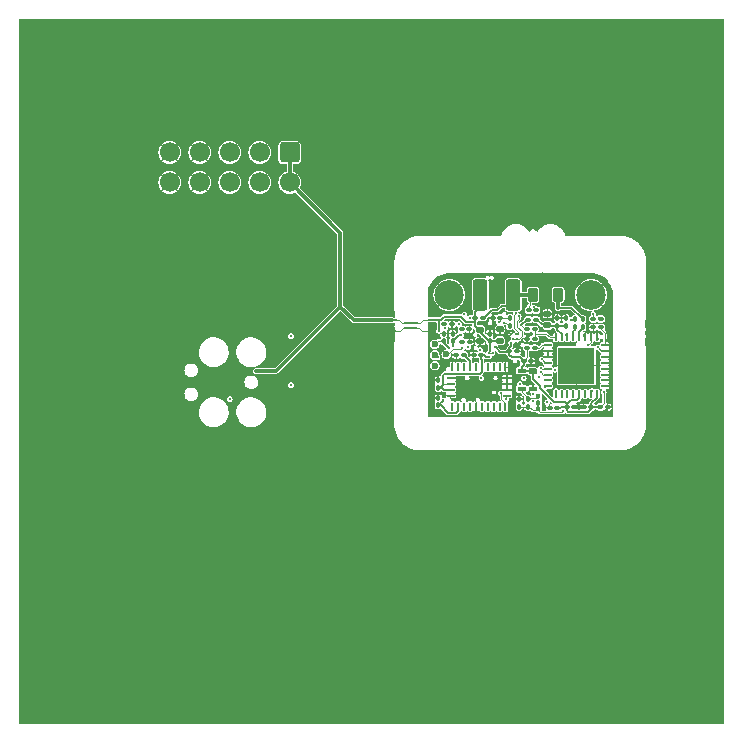
<source format=gbr>
%TF.GenerationSoftware,KiCad,Pcbnew,7.0.6*%
%TF.CreationDate,2023-09-10T10:28:08-04:00*%
%TF.ProjectId,headstage-neuropix1e,68656164-7374-4616-9765-2d6e6575726f,B*%
%TF.SameCoordinates,Original*%
%TF.FileFunction,Copper,L4,Bot*%
%TF.FilePolarity,Positive*%
%FSLAX46Y46*%
G04 Gerber Fmt 4.6, Leading zero omitted, Abs format (unit mm)*
G04 Created by KiCad (PCBNEW 7.0.6) date 2023-09-10 10:28:08*
%MOMM*%
%LPD*%
G01*
G04 APERTURE LIST*
G04 Aperture macros list*
%AMRoundRect*
0 Rectangle with rounded corners*
0 $1 Rounding radius*
0 $2 $3 $4 $5 $6 $7 $8 $9 X,Y pos of 4 corners*
0 Add a 4 corners polygon primitive as box body*
4,1,4,$2,$3,$4,$5,$6,$7,$8,$9,$2,$3,0*
0 Add four circle primitives for the rounded corners*
1,1,$1+$1,$2,$3*
1,1,$1+$1,$4,$5*
1,1,$1+$1,$6,$7*
1,1,$1+$1,$8,$9*
0 Add four rect primitives between the rounded corners*
20,1,$1+$1,$2,$3,$4,$5,0*
20,1,$1+$1,$4,$5,$6,$7,0*
20,1,$1+$1,$6,$7,$8,$9,0*
20,1,$1+$1,$8,$9,$2,$3,0*%
%AMFreePoly0*
4,1,6,0.350000,-0.250000,-0.225000,-0.250000,-0.350000,-0.125000,-0.350000,0.250000,0.350000,0.250000,0.350000,-0.250000,0.350000,-0.250000,$1*%
%AMFreePoly1*
4,1,13,-0.200000,0.080000,-0.190866,0.125922,-0.164853,0.164853,-0.125922,0.190866,-0.080000,0.200000,0.200000,0.200000,0.200000,-0.200000,-0.080000,-0.200000,-0.125922,-0.190866,-0.164853,-0.164853,-0.190866,-0.125922,-0.200000,-0.080000,-0.200000,0.080000,-0.200000,0.080000,$1*%
%AMFreePoly2*
4,1,13,-0.200000,0.200000,0.080000,0.200000,0.125922,0.190866,0.164853,0.164853,0.190866,0.125922,0.200000,0.080000,0.200000,-0.080000,0.190866,-0.125922,0.164853,-0.164853,0.125922,-0.190866,0.080000,-0.200000,-0.200000,-0.200000,-0.200000,0.200000,-0.200000,0.200000,$1*%
G04 Aperture macros list end*
%TA.AperFunction,ComponentPad*%
%ADD10C,2.500000*%
%TD*%
%TA.AperFunction,ComponentPad*%
%ADD11RoundRect,0.250000X-0.600000X0.600000X-0.600000X-0.600000X0.600000X-0.600000X0.600000X0.600000X0*%
%TD*%
%TA.AperFunction,ComponentPad*%
%ADD12C,1.700000*%
%TD*%
%TA.AperFunction,SMDPad,CuDef*%
%ADD13RoundRect,0.218750X0.218750X0.381250X-0.218750X0.381250X-0.218750X-0.381250X0.218750X-0.381250X0*%
%TD*%
%TA.AperFunction,SMDPad,CuDef*%
%ADD14RoundRect,0.100000X0.130000X0.100000X-0.130000X0.100000X-0.130000X-0.100000X0.130000X-0.100000X0*%
%TD*%
%TA.AperFunction,SMDPad,CuDef*%
%ADD15C,0.600000*%
%TD*%
%TA.AperFunction,SMDPad,CuDef*%
%ADD16RoundRect,0.100000X-0.130000X-0.100000X0.130000X-0.100000X0.130000X0.100000X-0.130000X0.100000X0*%
%TD*%
%TA.AperFunction,SMDPad,CuDef*%
%ADD17C,0.200000*%
%TD*%
%TA.AperFunction,SMDPad,CuDef*%
%ADD18C,0.216000*%
%TD*%
%TA.AperFunction,SMDPad,CuDef*%
%ADD19R,0.254000X0.675000*%
%TD*%
%TA.AperFunction,SMDPad,CuDef*%
%ADD20R,0.675000X0.254000*%
%TD*%
%TA.AperFunction,SMDPad,CuDef*%
%ADD21RoundRect,0.100000X0.100000X-0.130000X0.100000X0.130000X-0.100000X0.130000X-0.100000X-0.130000X0*%
%TD*%
%TA.AperFunction,SMDPad,CuDef*%
%ADD22RoundRect,0.140000X-0.170000X0.140000X-0.170000X-0.140000X0.170000X-0.140000X0.170000X0.140000X0*%
%TD*%
%TA.AperFunction,SMDPad,CuDef*%
%ADD23RoundRect,0.140000X0.170000X-0.140000X0.170000X0.140000X-0.170000X0.140000X-0.170000X-0.140000X0*%
%TD*%
%TA.AperFunction,SMDPad,CuDef*%
%ADD24FreePoly0,180.000000*%
%TD*%
%TA.AperFunction,SMDPad,CuDef*%
%ADD25R,0.700000X0.400000*%
%TD*%
%TA.AperFunction,SMDPad,CuDef*%
%ADD26FreePoly1,90.000000*%
%TD*%
%TA.AperFunction,SMDPad,CuDef*%
%ADD27R,0.400000X0.400000*%
%TD*%
%TA.AperFunction,SMDPad,CuDef*%
%ADD28FreePoly2,90.000000*%
%TD*%
%TA.AperFunction,SMDPad,CuDef*%
%ADD29RoundRect,0.100000X-0.100000X0.130000X-0.100000X-0.130000X0.100000X-0.130000X0.100000X0.130000X0*%
%TD*%
%TA.AperFunction,SMDPad,CuDef*%
%ADD30RoundRect,0.036000X-0.264000X0.084000X-0.264000X-0.084000X0.264000X-0.084000X0.264000X0.084000X0*%
%TD*%
%TA.AperFunction,SMDPad,CuDef*%
%ADD31RoundRect,0.036000X0.084000X0.264000X-0.084000X0.264000X-0.084000X-0.264000X0.084000X-0.264000X0*%
%TD*%
%TA.AperFunction,SMDPad,CuDef*%
%ADD32RoundRect,0.036000X-0.084000X-0.264000X0.084000X-0.264000X0.084000X0.264000X-0.084000X0.264000X0*%
%TD*%
%TA.AperFunction,SMDPad,CuDef*%
%ADD33RoundRect,0.062000X-1.488000X-1.488000X1.488000X-1.488000X1.488000X1.488000X-1.488000X1.488000X0*%
%TD*%
%TA.AperFunction,SMDPad,CuDef*%
%ADD34RoundRect,0.250000X-0.375000X-1.075000X0.375000X-1.075000X0.375000X1.075000X-0.375000X1.075000X0*%
%TD*%
%TA.AperFunction,ViaPad*%
%ADD35C,0.300000*%
%TD*%
%TA.AperFunction,ViaPad*%
%ADD36C,0.250000*%
%TD*%
%TA.AperFunction,Conductor*%
%ADD37C,0.200000*%
%TD*%
%TA.AperFunction,Conductor*%
%ADD38C,0.100000*%
%TD*%
%TA.AperFunction,Conductor*%
%ADD39C,0.300000*%
%TD*%
%TA.AperFunction,Conductor*%
%ADD40C,0.150000*%
%TD*%
%TA.AperFunction,Conductor*%
%ADD41C,0.172000*%
%TD*%
G04 APERTURE END LIST*
%TA.AperFunction,EtchedComponent*%
%TO.C,JP1*%
G36*
X144205000Y-97995000D02*
G01*
X144045000Y-97995000D01*
X144045000Y-97795000D01*
X144205000Y-97795000D01*
X144205000Y-97995000D01*
G37*
%TD.AperFunction*%
%TD*%
D10*
%TO.P,TP1,1,1*%
%TO.N,GND*%
X136600000Y-88500000D03*
%TD*%
D11*
%TO.P,J3,1,Pin_1*%
%TO.N,+4V*%
X123080000Y-76447500D03*
D12*
%TO.P,J3,2,Pin_2*%
X123080000Y-78987500D03*
%TO.P,J3,3,Pin_3*%
%TO.N,/Neuropixels 1.0/SCL*%
X120540000Y-76447500D03*
%TO.P,J3,4,Pin_4*%
X120540000Y-78987500D03*
%TO.P,J3,5,Pin_5*%
%TO.N,/Neuropixels 1.0/SDA*%
X118000000Y-76447500D03*
%TO.P,J3,6,Pin_6*%
X118000000Y-78987500D03*
%TO.P,J3,7,Pin_7*%
%TO.N,GND*%
X115460000Y-76447500D03*
%TO.P,J3,8,Pin_8*%
X115460000Y-78987500D03*
%TO.P,J3,9,Pin_9*%
X112920000Y-76447500D03*
%TO.P,J3,10,Pin_10*%
X112920000Y-78987500D03*
%TD*%
D10*
%TO.P,TP2,1,1*%
%TO.N,GND*%
X148600000Y-88500000D03*
%TD*%
D13*
%TO.P,L2,1,1*%
%TO.N,/DC Tap & Regulation/RF+DC*%
X145812500Y-88500000D03*
%TO.P,L2,2,2*%
%TO.N,Net-(L1-Pad2)*%
X143687500Y-88500000D03*
%TD*%
D14*
%TO.P,C15,1*%
%TO.N,+1V8*%
X145740000Y-98050000D03*
%TO.P,C15,2*%
%TO.N,GND*%
X145100000Y-98050000D03*
%TD*%
D15*
%TO.P,TP5,1,1*%
%TO.N,+1.8VA*%
X135360000Y-92680000D03*
%TD*%
D16*
%TO.P,R9,1*%
%TO.N,+1V8*%
X143180000Y-93000000D03*
%TO.P,R9,2*%
%TO.N,Net-(U5-MODE)*%
X143820000Y-93000000D03*
%TD*%
D17*
%TO.P,U1,A1,VIN*%
%TO.N,+4V*%
X139935000Y-93415000D03*
%TO.P,U1,A2,VOUT*%
%TO.N,+2V5*%
X139935000Y-93765000D03*
%TO.P,U1,B1,EN*%
%TO.N,+4V*%
X140285000Y-93415000D03*
%TO.P,U1,B2,GND*%
%TO.N,GND*%
X140285000Y-93765000D03*
%TD*%
D16*
%TO.P,R6,1*%
%TO.N,Net-(D1-K)*%
X148780000Y-90550000D03*
%TO.P,R6,2*%
%TO.N,Net-(U5-GPIO3{slash}CLKIN)*%
X149420000Y-90550000D03*
%TD*%
D18*
%TO.P,U8,A1,VCC*%
%TO.N,+1V8*%
X141800000Y-92546500D03*
%TO.P,U8,A3,VSS*%
%TO.N,GND*%
X142200000Y-92546500D03*
%TO.P,U8,B2,SDA*%
%TO.N,/Neuropixels 1.0/SDA*%
X142000000Y-92200000D03*
%TO.P,U8,C1,~{WC}*%
%TO.N,GND*%
X141800000Y-91853500D03*
%TO.P,U8,C3,SCL*%
%TO.N,/Neuropixels 1.0/SCL*%
X142200000Y-91853500D03*
%TD*%
D16*
%TO.P,C4,1*%
%TO.N,+1V2*%
X137640000Y-91410000D03*
%TO.P,C4,2*%
%TO.N,GND*%
X138280000Y-91410000D03*
%TD*%
D14*
%TO.P,C32,1*%
%TO.N,GND*%
X142320000Y-93300000D03*
%TO.P,C32,2*%
%TO.N,+1V8*%
X141680000Y-93300000D03*
%TD*%
D19*
%TO.P,U9,1,PIN1*%
%TO.N,unconnected-(U9-PIN1-Pad1)*%
X136850000Y-97962500D03*
D20*
%TO.P,U9,2,GND*%
%TO.N,GND*%
X136712500Y-97050000D03*
%TO.P,U9,3,VDD*%
%TO.N,+2V5*%
X136712500Y-96550000D03*
%TO.P,U9,4,~{BOOT_LOAD_PIN}*%
X136712500Y-96050000D03*
%TO.P,U9,5,PS1*%
%TO.N,GND*%
X136712500Y-95550000D03*
D19*
%TO.P,U9,6,PS0*%
X136850000Y-94637500D03*
%TO.P,U9,7,PIN7*%
%TO.N,unconnected-(U9-PIN7-Pad7)*%
X137350000Y-94637500D03*
%TO.P,U9,8,PIN8*%
%TO.N,unconnected-(U9-PIN8-Pad8)*%
X137850000Y-94637500D03*
%TO.P,U9,9,CAP*%
%TO.N,Net-(U9-CAP)*%
X138350000Y-94637500D03*
%TO.P,U9,10,BL_IND*%
%TO.N,unconnected-(U9-BL_IND-Pad10)*%
X138850000Y-94637500D03*
%TO.P,U9,11,~{RESET}*%
%TO.N,+2V5*%
X139350000Y-94637500D03*
%TO.P,U9,12,PIN12*%
%TO.N,unconnected-(U9-PIN12-Pad12)*%
X139850000Y-94637500D03*
%TO.P,U9,13,PIN13*%
%TO.N,unconnected-(U9-PIN13-Pad13)*%
X140350000Y-94637500D03*
%TO.P,U9,14,INT*%
%TO.N,unconnected-(U9-INT-Pad14)*%
X140850000Y-94637500D03*
%TO.P,U9,15,GNDIO*%
%TO.N,GND*%
X141350000Y-94637500D03*
D20*
%TO.P,U9,16,GNDIO*%
X141487500Y-95550000D03*
%TO.P,U9,17,COM3*%
X141487500Y-96050000D03*
%TO.P,U9,18,COM2*%
X141487500Y-96550000D03*
%TO.P,U9,19,COM1*%
%TO.N,/Neuropixels 1.0/SCL*%
X141487500Y-97050000D03*
D19*
%TO.P,U9,20,COM0*%
%TO.N,/Neuropixels 1.0/SDA*%
X141350000Y-97962500D03*
%TO.P,U9,21,PIN21*%
%TO.N,unconnected-(U9-PIN21-Pad21)*%
X140850000Y-97962500D03*
%TO.P,U9,22,PIN22*%
%TO.N,unconnected-(U9-PIN22-Pad22)*%
X140350000Y-97962500D03*
%TO.P,U9,23,PIN23*%
%TO.N,unconnected-(U9-PIN23-Pad23)*%
X139850000Y-97962500D03*
%TO.P,U9,24,PIN24*%
%TO.N,unconnected-(U9-PIN24-Pad24)*%
X139350000Y-97962500D03*
%TO.P,U9,25,GNDIO*%
%TO.N,GND*%
X138850000Y-97962500D03*
%TO.P,U9,26,XOUT32*%
%TO.N,unconnected-(U9-XOUT32-Pad26)*%
X138350000Y-97962500D03*
%TO.P,U9,27,XIN32*%
%TO.N,unconnected-(U9-XIN32-Pad27)*%
X137850000Y-97962500D03*
%TO.P,U9,28,VDDIO*%
%TO.N,+1V8*%
X137350000Y-97962500D03*
%TD*%
D21*
%TO.P,R16,1*%
%TO.N,Net-(R12-Pad1)*%
X141700000Y-91120000D03*
%TO.P,R16,2*%
%TO.N,Net-(U6--)*%
X141700000Y-90480000D03*
%TD*%
D16*
%TO.P,R8,1*%
%TO.N,+1V8*%
X143180000Y-91400000D03*
%TO.P,R8,2*%
%TO.N,Net-(U5-PDB)*%
X143820000Y-91400000D03*
%TD*%
D22*
%TO.P,C6,1*%
%TO.N,+4V*%
X139190000Y-91450000D03*
%TO.P,C6,2*%
%TO.N,GND*%
X139190000Y-92410000D03*
%TD*%
D15*
%TO.P,TP6,1,1*%
%TO.N,+1.2VA*%
X136320000Y-93550000D03*
%TD*%
D16*
%TO.P,C35,1*%
%TO.N,GND*%
X137180000Y-93600000D03*
%TO.P,C35,2*%
%TO.N,Net-(U9-CAP)*%
X137820000Y-93600000D03*
%TD*%
D15*
%TO.P,TP3,1,1*%
%TO.N,+1V8*%
X135370000Y-94500000D03*
%TD*%
D23*
%TO.P,C18,1*%
%TO.N,Net-(U5-VDDPLL)*%
X144900000Y-91080000D03*
%TO.P,C18,2*%
%TO.N,GND*%
X144900000Y-90120000D03*
%TD*%
D16*
%TO.P,R3,1*%
%TO.N,+4V*%
X138780000Y-90450000D03*
%TO.P,R3,2*%
%TO.N,Net-(L1-Pad2)*%
X139420000Y-90450000D03*
%TD*%
D21*
%TO.P,C17,1*%
%TO.N,Net-(U5-VDDPLL)*%
X146450000Y-91120000D03*
%TO.P,C17,2*%
%TO.N,GND*%
X146450000Y-90480000D03*
%TD*%
D24*
%TO.P,U7,1,EN*%
%TO.N,+1V8*%
X143675000Y-94975000D03*
D25*
%TO.P,U7,2,GND*%
%TO.N,GND*%
X143675000Y-96475000D03*
%TO.P,U7,3,OUT*%
%TO.N,/Neuropixels 1.0/MCLK_{RAW}*%
X142725000Y-96475000D03*
%TO.P,U7,4,VCC*%
%TO.N,+1V8*%
X142725000Y-94925000D03*
%TD*%
D26*
%TO.P,JP1,1,A*%
%TO.N,/Neuropixels 1.0/MCLK*%
X144125000Y-98165000D03*
D27*
%TO.P,JP1,2,C*%
%TO.N,/Neuropixels 1.0/PCLK*%
X144125000Y-97625000D03*
D28*
%TO.P,JP1,3,B*%
%TO.N,/Neuropixels 1.0/MCLK_{RAW}*%
X144125000Y-97085000D03*
%TD*%
D14*
%TO.P,L3,1,1*%
%TO.N,Net-(U5-VDDPLL)*%
X143920000Y-90600000D03*
%TO.P,L3,2,2*%
%TO.N,+1V8*%
X143280000Y-90600000D03*
%TD*%
D21*
%TO.P,C9,1*%
%TO.N,+1.8VA*%
X136120000Y-92420000D03*
%TO.P,C9,2*%
%TO.N,GND*%
X136120000Y-91780000D03*
%TD*%
D16*
%TO.P,C13,1*%
%TO.N,+1V8*%
X149360000Y-98000000D03*
%TO.P,C13,2*%
%TO.N,GND*%
X150000000Y-98000000D03*
%TD*%
%TO.P,C5,1*%
%TO.N,+1V8*%
X137680000Y-92490000D03*
%TO.P,C5,2*%
%TO.N,GND*%
X138320000Y-92490000D03*
%TD*%
D29*
%TO.P,R17,1*%
%TO.N,/Neuropixels 1.0/MCLK_{RAW}*%
X143225000Y-97330000D03*
%TO.P,R17,2*%
%TO.N,/Neuropixels 1.0/MCLK*%
X143225000Y-97970000D03*
%TD*%
D14*
%TO.P,C27,1*%
%TO.N,Net-(U5-PDB)*%
X143820000Y-92200000D03*
%TO.P,C27,2*%
%TO.N,GND*%
X143180000Y-92200000D03*
%TD*%
D21*
%TO.P,C2,1*%
%TO.N,+4V*%
X140030000Y-92430000D03*
%TO.P,C2,2*%
%TO.N,GND*%
X140030000Y-91790000D03*
%TD*%
D29*
%TO.P,C34,1*%
%TO.N,GND*%
X135650000Y-97230000D03*
%TO.P,C34,2*%
%TO.N,+1V8*%
X135650000Y-97870000D03*
%TD*%
D21*
%TO.P,C31,1*%
%TO.N,/Neuropixels 1.0/MCLK*%
X142500000Y-97970000D03*
%TO.P,C31,2*%
%TO.N,GND*%
X142500000Y-97330000D03*
%TD*%
%TO.P,C25,1*%
%TO.N,Net-(U5-DOUTP)*%
X147900000Y-91220000D03*
%TO.P,C25,2*%
%TO.N,/DC Tap & Regulation/RF+DC*%
X147900000Y-90580000D03*
%TD*%
D14*
%TO.P,C12,1*%
%TO.N,+1V8*%
X148600000Y-98000000D03*
%TO.P,C12,2*%
%TO.N,GND*%
X147960000Y-98000000D03*
%TD*%
%TO.P,C1,1*%
%TO.N,+2V5*%
X139300000Y-93590000D03*
%TO.P,C1,2*%
%TO.N,GND*%
X138660000Y-93590000D03*
%TD*%
D16*
%TO.P,C29,1*%
%TO.N,GND*%
X140280000Y-90450000D03*
%TO.P,C29,2*%
%TO.N,Net-(U6--)*%
X140920000Y-90450000D03*
%TD*%
D15*
%TO.P,TP4,1,1*%
%TO.N,+1V2*%
X135370000Y-93600000D03*
%TD*%
D16*
%TO.P,R4,1*%
%TO.N,Net-(L1-Pad2)*%
X143330000Y-89800000D03*
%TO.P,R4,2*%
%TO.N,/DC Tap & Regulation/RF+DC*%
X143970000Y-89800000D03*
%TD*%
%TO.P,C14,1*%
%TO.N,+1V8*%
X146530000Y-98000000D03*
%TO.P,C14,2*%
%TO.N,GND*%
X147170000Y-98000000D03*
%TD*%
D21*
%TO.P,C11,1*%
%TO.N,+4V*%
X136870000Y-92420000D03*
%TO.P,C11,2*%
%TO.N,GND*%
X136870000Y-91780000D03*
%TD*%
D23*
%TO.P,C3,1*%
%TO.N,+4V*%
X140870000Y-92390000D03*
%TO.P,C3,2*%
%TO.N,GND*%
X140870000Y-91430000D03*
%TD*%
D29*
%TO.P,C33,1*%
%TO.N,GND*%
X135650000Y-95730000D03*
%TO.P,C33,2*%
%TO.N,+2V5*%
X135650000Y-96370000D03*
%TD*%
D21*
%TO.P,C16,1*%
%TO.N,Net-(U5-VDDPLL)*%
X145750000Y-91120000D03*
%TO.P,C16,2*%
%TO.N,GND*%
X145750000Y-90480000D03*
%TD*%
D30*
%TO.P,U5,1,HSYNC*%
%TO.N,/Neuropixels 1.0/DCLK*%
X144950000Y-96250000D03*
%TO.P,U5,2,VSYNC*%
%TO.N,unconnected-(U5-VSYNC-Pad2)*%
X144950000Y-95750000D03*
%TO.P,U5,3,PCLK*%
%TO.N,/Neuropixels 1.0/PCLK*%
X144950000Y-95250000D03*
%TO.P,U5,4,SCL*%
%TO.N,/Neuropixels 1.0/SCL*%
X144950000Y-94750000D03*
%TO.P,U5,5,SDA*%
%TO.N,/Neuropixels 1.0/SDA*%
X144950000Y-94250000D03*
%TO.P,U5,6,ID[X]*%
%TO.N,GND*%
X144950000Y-93750000D03*
%TO.P,U5,7,RES*%
X144950000Y-93250000D03*
%TO.P,U5,8,MODE*%
%TO.N,Net-(U5-MODE)*%
X144950000Y-92750000D03*
D31*
%TO.P,U5,9,PDB*%
%TO.N,Net-(U5-PDB)*%
X145600000Y-92100000D03*
%TO.P,U5,10,VDDPLL*%
%TO.N,Net-(U5-VDDPLL)*%
X146100000Y-92100000D03*
%TO.P,U5,11,VDDT*%
%TO.N,+1V8*%
X146600000Y-92100000D03*
%TO.P,U5,12,DOUTN*%
%TO.N,Net-(U5-DOUTN)*%
X147100000Y-92100000D03*
%TO.P,U5,13,DOUTP*%
%TO.N,Net-(U5-DOUTP)*%
X147600000Y-92100000D03*
%TO.P,U5,14,VDDCML*%
%TO.N,Net-(U5-VDDCML)*%
X148100000Y-92100000D03*
D32*
%TO.P,U5,15,GPIO0*%
%TO.N,/Neuropixels 1.0/NP_{~{MUXRST}}*%
X148600000Y-92100000D03*
D31*
%TO.P,U5,16,GPIO1*%
%TO.N,/Perpherials/GPIO0*%
X149100000Y-92100000D03*
D30*
%TO.P,U5,17,GPIO2/CLK0*%
%TO.N,/Perpherials/GPIO1*%
X149750000Y-92750000D03*
%TO.P,U5,18,GPIO3/CLKIN*%
%TO.N,Net-(U5-GPIO3{slash}CLKIN)*%
X149750000Y-93250000D03*
%TO.P,U5,19,DIN_0*%
%TO.N,/Neuropixels 1.0/D1*%
X149750000Y-93750000D03*
%TO.P,U5,20,DIN_1*%
%TO.N,/Neuropixels 1.0/D2*%
X149750000Y-94250000D03*
%TO.P,U5,21,DIN_2*%
%TO.N,/Neuropixels 1.0/D5*%
X149750000Y-94750000D03*
%TO.P,U5,22,DIN_3*%
%TO.N,/Neuropixels 1.0/D6*%
X149750000Y-95250001D03*
%TO.P,U5,23,DIN_4*%
%TO.N,/Neuropixels 1.0/D4*%
X149750000Y-95750000D03*
%TO.P,U5,24,DIN_5*%
%TO.N,/Neuropixels 1.0/D3*%
X149750000Y-96250000D03*
D31*
%TO.P,U5,25,VDDIO*%
%TO.N,+1V8*%
X149100000Y-96900000D03*
%TO.P,U5,26,DIN_6*%
%TO.N,/Neuropixels 1.0/D0*%
X148600000Y-96900000D03*
%TO.P,U5,27,DIN_7*%
%TO.N,unconnected-(U5-DIN_7-Pad27)*%
X148100000Y-96900000D03*
%TO.P,U5,28,VDDD*%
%TO.N,+1V8*%
X147600000Y-96900000D03*
%TO.P,U5,29,DIN_8*%
%TO.N,unconnected-(U5-DIN_8-Pad29)*%
X147100000Y-96900000D03*
%TO.P,U5,30,DIN_9*%
%TO.N,unconnected-(U5-DIN_9-Pad30)*%
X146600000Y-96900000D03*
%TO.P,U5,31,DIN_10*%
%TO.N,unconnected-(U5-DIN_10-Pad31)*%
X146100000Y-96900000D03*
%TO.P,U5,32,DIN_11*%
%TO.N,/Neuropixels 1.0/SYNC*%
X145600000Y-96900000D03*
D33*
%TO.P,U5,33,GND(DAP)*%
%TO.N,GND*%
X147350000Y-94500000D03*
%TD*%
D16*
%TO.P,C8,1*%
%TO.N,+1.2VA*%
X136180000Y-91000000D03*
%TO.P,C8,2*%
%TO.N,GND*%
X136820000Y-91000000D03*
%TD*%
D34*
%TO.P,L1,1,1*%
%TO.N,+4V*%
X139200000Y-88500000D03*
%TO.P,L1,2,2*%
%TO.N,Net-(L1-Pad2)*%
X142000000Y-88500000D03*
%TD*%
D14*
%TO.P,R7,1*%
%TO.N,/Perpherials/GPIO1*%
X149420000Y-91250000D03*
%TO.P,R7,2*%
%TO.N,GND*%
X148780000Y-91250000D03*
%TD*%
D16*
%TO.P,C30,1*%
%TO.N,+1V8*%
X142880000Y-94100000D03*
%TO.P,C30,2*%
%TO.N,GND*%
X143520000Y-94100000D03*
%TD*%
D21*
%TO.P,C26,1*%
%TO.N,Net-(U5-DOUTN)*%
X147200000Y-91220000D03*
%TO.P,C26,2*%
%TO.N,/Serializer/Dout-*%
X147200000Y-90580000D03*
%TD*%
D35*
%TO.N,GND*%
X104670000Y-77610000D03*
X152750000Y-106940000D03*
D36*
X146890000Y-88250000D03*
D35*
X144416061Y-81338202D03*
X130400000Y-83630000D03*
D36*
X150070000Y-89260000D03*
X134975500Y-91950000D03*
D35*
X135325000Y-95650000D03*
X156300000Y-121900000D03*
D36*
X141589976Y-93948889D03*
X145525000Y-93575000D03*
D35*
X144600000Y-98050000D03*
X129640000Y-110300000D03*
X135910000Y-93110000D03*
X144800000Y-92380500D03*
X137310000Y-95550000D03*
D36*
X147725000Y-93425000D03*
D35*
X135675000Y-98349500D03*
X106460000Y-93330000D03*
D36*
X146400000Y-93575000D03*
D35*
X137380000Y-106710000D03*
D36*
X144880000Y-90270000D03*
D35*
X144700000Y-87450000D03*
X135640000Y-73600000D03*
D36*
X147000000Y-89250000D03*
X146475000Y-95625000D03*
D35*
X138450000Y-96350000D03*
D36*
X139852646Y-91822900D03*
D35*
X141050000Y-87000000D03*
D36*
X145893399Y-95393399D03*
D35*
X150520000Y-80190000D03*
D36*
X146450000Y-89150000D03*
D35*
X138125000Y-89700000D03*
D36*
X139675000Y-93024500D03*
X147875000Y-95024500D03*
X138080000Y-87680000D03*
D35*
X155510000Y-95710000D03*
X138440000Y-97170000D03*
X106760000Y-112810000D03*
D36*
X140587782Y-93531725D03*
D35*
X149900000Y-98275000D03*
D36*
X147700000Y-95575000D03*
X144950000Y-93750000D03*
X148775000Y-95550000D03*
X136830000Y-91840000D03*
X141568020Y-92308292D03*
X142700000Y-97350000D03*
D35*
X136075000Y-94375000D03*
X126680000Y-71747500D03*
X135200000Y-89780000D03*
D36*
X148225000Y-93400000D03*
D35*
X156700000Y-69100000D03*
X155800000Y-87500000D03*
D36*
X148812583Y-92677855D03*
X144950000Y-93250000D03*
X146800000Y-90050000D03*
D35*
X140250000Y-96275000D03*
X143000000Y-87400000D03*
D36*
X142444101Y-92894101D03*
X145950000Y-90100000D03*
X145320000Y-89380000D03*
D35*
X139925000Y-97275000D03*
X135890000Y-90120000D03*
D36*
X143350000Y-95449544D03*
X148125000Y-90075000D03*
D35*
X139300000Y-96325000D03*
X107600000Y-104500000D03*
X147960000Y-98000000D03*
X146940000Y-87070000D03*
X103100000Y-122100000D03*
D36*
X145975000Y-93875000D03*
D35*
X145266637Y-78141210D03*
X149700000Y-89900000D03*
X144310000Y-91350000D03*
X143524500Y-93600000D03*
D36*
X146400000Y-90050000D03*
D35*
X137275000Y-97300000D03*
D36*
X138780000Y-94020000D03*
X140700000Y-97325000D03*
D35*
X136910000Y-80250000D03*
D36*
X138040500Y-91920000D03*
X141045930Y-93025998D03*
X143300899Y-91989101D03*
D35*
X145570000Y-87160000D03*
D36*
X144280000Y-90250000D03*
D35*
X105450000Y-70470000D03*
X137450000Y-96300000D03*
D36*
X144350000Y-93550000D03*
D35*
X143800000Y-86950000D03*
X117520000Y-69930000D03*
D36*
X141705068Y-94255068D03*
D35*
X145200000Y-72300000D03*
X154200000Y-101500000D03*
X135190000Y-96310000D03*
D36*
X141100000Y-91600000D03*
D35*
X103900000Y-84800000D03*
D36*
X147384557Y-89615443D03*
X146394101Y-94844101D03*
D35*
X128400000Y-101000000D03*
D36*
X143375000Y-96725000D03*
X136850000Y-94637500D03*
D35*
X139070000Y-86840000D03*
X114560000Y-86760000D03*
X137175000Y-93600000D03*
X137440000Y-86960000D03*
D36*
%TO.N,+1V8*%
X146444500Y-91880000D03*
D35*
X140474059Y-92959710D03*
D36*
X149675000Y-96725000D03*
D35*
X137422450Y-90971643D03*
X137590000Y-92420000D03*
D36*
X136067142Y-97428714D03*
D35*
X142662961Y-91089404D03*
D36*
X135505500Y-94637298D03*
%TO.N,+1.2VA*%
X137682500Y-93042500D03*
D35*
X136247871Y-91301612D03*
D36*
%TO.N,Net-(D1-K)*%
X148780000Y-90120000D03*
%TO.N,+1V2*%
X135617490Y-93803077D03*
D35*
X138162024Y-92939653D03*
X137590000Y-91420000D03*
D36*
%TO.N,+4V*%
X139475700Y-87735000D03*
X135711619Y-91548996D03*
D35*
X120200000Y-94945000D03*
D36*
X139475700Y-89265000D03*
D35*
X137590000Y-91920000D03*
X136930627Y-92829287D03*
X138730517Y-91170645D03*
D36*
%TO.N,/Neuropixels 1.0/MCLK*%
X146185753Y-98347372D03*
%TO.N,/Neuropixels 1.0/~{OSC_PDOWN}*%
X139200000Y-93165500D03*
X139300000Y-95550000D03*
%TO.N,/DC Tap & Regulation/RF+DC*%
X143800000Y-89575000D03*
D35*
X145812500Y-89600000D03*
D36*
%TO.N,/Neuropixels 1.0/NP_{~{MUXRST}}*%
X148378692Y-92725500D03*
%TO.N,/Neuropixels 1.0/SDA*%
X138314130Y-90444500D03*
X142476943Y-90310000D03*
X142350000Y-92243279D03*
X144400000Y-93975000D03*
D35*
X123200000Y-92000000D03*
D36*
X140942803Y-96836569D03*
D35*
X123210000Y-96120000D03*
%TO.N,/Neuropixels 1.0/SCL*%
X118000000Y-97340000D03*
D36*
X144349969Y-94699697D03*
X142218903Y-90074274D03*
X141400000Y-97300000D03*
X137875000Y-90135500D03*
X142450000Y-91850000D03*
%TO.N,/Neuropixels 1.0/SYNC*%
X145600000Y-96625500D03*
%TO.N,/Neuropixels 1.0/D6*%
X142575000Y-96050498D03*
X149625500Y-95250001D03*
%TO.N,/Neuropixels 1.0/D5*%
X142900000Y-95550000D03*
X149625500Y-94750000D03*
%TO.N,/Neuropixels 1.0/D4*%
X149625500Y-95750000D03*
X143712965Y-96920216D03*
%TO.N,/Neuropixels 1.0/D3*%
X143649096Y-97476203D03*
X149625000Y-96250000D03*
%TO.N,/Neuropixels 1.0/D2*%
X144225000Y-95449044D03*
X149625500Y-94250000D03*
%TO.N,/Neuropixels 1.0/D1*%
X149625500Y-93750000D03*
X145525000Y-94850000D03*
%TO.N,/Neuropixels 1.0/D0*%
X144875000Y-97600000D03*
X148700000Y-96625000D03*
%TO.N,/Neuropixels 1.0/PCLK*%
X144099236Y-97532281D03*
X144350400Y-95049199D03*
%TO.N,/Perpherials/GPIO0*%
X149150000Y-92250000D03*
%TO.N,/Perpherials/GPIO1*%
X149288276Y-91232529D03*
%TO.N,Net-(R12-Pad1)*%
X141250000Y-90850000D03*
%TO.N,Net-(U6--)*%
X140800000Y-90825500D03*
%TO.N,Net-(U5-GPIO3{slash}CLKIN)*%
X149151002Y-92950500D03*
X149290000Y-90430000D03*
D35*
%TO.N,+1.8VA*%
X136579094Y-93019094D03*
X135950000Y-92390000D03*
D36*
%TO.N,/Serializer/Dout-*%
X146874500Y-90600000D03*
%TO.N,/Neuropixels 1.0/DCLK*%
X144719101Y-96305899D03*
%TO.N,Net-(U5-VDDCML)*%
X148010000Y-91900000D03*
%TD*%
D37*
%TO.N,+1V8*%
X140509710Y-92959710D02*
X140474059Y-92959710D01*
X141629502Y-93350498D02*
X140900498Y-93350498D01*
X141680000Y-93300000D02*
X141629502Y-93350498D01*
X140900498Y-93350498D02*
X140509710Y-92959710D01*
D38*
%TO.N,GND*%
X138850000Y-97580000D02*
X138440000Y-97170000D01*
X138850000Y-97962500D02*
X138850000Y-97580000D01*
D37*
X132110000Y-91556367D02*
X131643633Y-91556367D01*
D38*
X134030572Y-91350000D02*
X134280571Y-91600000D01*
X143753672Y-96504673D02*
X143723999Y-96475000D01*
X137310000Y-95550000D02*
X136712500Y-95550000D01*
X134280571Y-91600000D02*
X134920000Y-91600000D01*
X132446488Y-91556367D02*
X132110000Y-91556367D01*
X143723999Y-96475000D02*
X143675000Y-96475000D01*
X134920000Y-91600000D02*
X134930000Y-91610000D01*
X134030572Y-91350000D02*
X133840000Y-91350000D01*
X143675000Y-96455000D02*
X143675000Y-96475000D01*
X132652855Y-91350000D02*
X132446488Y-91556367D01*
X139190000Y-92410000D02*
X139190000Y-92600047D01*
X132780000Y-91350000D02*
X132652855Y-91350000D01*
D37*
X131643633Y-91556367D02*
X131500000Y-91700000D01*
D38*
X140280000Y-90450000D02*
X140280000Y-91220000D01*
D39*
X147170000Y-98000000D02*
X147960000Y-98000000D01*
D37*
X133840000Y-91350000D02*
X132780000Y-91350000D01*
%TO.N,+1V8*%
X142725000Y-94575000D02*
X142880000Y-94420000D01*
X137150000Y-98500000D02*
X137350000Y-98300000D01*
X142725000Y-94925000D02*
X143625000Y-94925000D01*
X146530000Y-98000000D02*
X146075735Y-98000000D01*
X143675000Y-94975000D02*
X143675000Y-95600000D01*
X144268246Y-96193246D02*
X144268246Y-96368246D01*
X149100000Y-96900000D02*
X149100000Y-97200000D01*
X146530000Y-98280000D02*
X146675000Y-98425000D01*
X135870000Y-97870000D02*
X136500000Y-98500000D01*
X149100000Y-97200000D02*
X148600000Y-97700000D01*
X146600000Y-92035500D02*
X146600000Y-92100000D01*
X146530000Y-98000000D02*
X146530000Y-98280000D01*
D38*
X143180000Y-93000000D02*
X143180000Y-93800000D01*
D37*
X146075735Y-98000000D02*
X145975735Y-98100000D01*
X145450000Y-97550000D02*
X146360000Y-97550000D01*
X143152365Y-90600000D02*
X142662961Y-91089404D01*
X148600000Y-98150000D02*
X148600000Y-98000000D01*
X147600000Y-97200000D02*
X147375000Y-97425000D01*
X136067142Y-97467122D02*
X135664264Y-97870000D01*
D40*
X141680000Y-93300000D02*
X141680000Y-92970000D01*
D37*
X148600000Y-97700000D02*
X148600000Y-98000000D01*
X143675000Y-95600000D02*
X144268246Y-96193246D01*
X146885000Y-97425000D02*
X146560000Y-97750000D01*
D38*
X143180000Y-93800000D02*
X142880000Y-94100000D01*
D37*
X136500000Y-98500000D02*
X137150000Y-98500000D01*
X147375000Y-97425000D02*
X146885000Y-97425000D01*
X146675000Y-98425000D02*
X148325000Y-98425000D01*
X145975735Y-98100000D02*
X145710000Y-98100000D01*
X147600000Y-96900000D02*
X147600000Y-97200000D01*
D38*
X143180000Y-91400000D02*
X142973557Y-91400000D01*
D37*
X146360000Y-97550000D02*
X146560000Y-97750000D01*
X142880000Y-94100000D02*
X142880000Y-94420000D01*
X142580000Y-93800000D02*
X141900000Y-93800000D01*
X146560000Y-97750000D02*
X146560000Y-98000000D01*
X143280000Y-90600000D02*
X143152365Y-90600000D01*
X135664264Y-97870000D02*
X135650000Y-97870000D01*
D40*
X141800000Y-92850000D02*
X141800000Y-92546500D01*
D37*
X148600000Y-98000000D02*
X149360000Y-98000000D01*
X135650000Y-97870000D02*
X135870000Y-97870000D01*
X141680000Y-93300000D02*
X141680000Y-93580000D01*
D38*
X149675000Y-96725000D02*
X149675000Y-97685000D01*
X149675000Y-97685000D02*
X149360000Y-98000000D01*
X142973557Y-91400000D02*
X142662961Y-91089404D01*
D37*
X142725000Y-94925000D02*
X142725000Y-94575000D01*
X148325000Y-98425000D02*
X148600000Y-98150000D01*
D40*
X141680000Y-92970000D02*
X141800000Y-92850000D01*
D37*
X146530000Y-98000000D02*
X146560000Y-98000000D01*
X136067142Y-97428714D02*
X136067142Y-97467122D01*
X144268246Y-96368246D02*
X145450000Y-97550000D01*
X146444500Y-91880000D02*
X146600000Y-92035500D01*
X141680000Y-93580000D02*
X141900000Y-93800000D01*
X143625000Y-94925000D02*
X143675000Y-94975000D01*
X142880000Y-94100000D02*
X142580000Y-93800000D01*
X137350000Y-98300000D02*
X137350000Y-97962500D01*
D38*
%TO.N,+1.2VA*%
X137625000Y-93100000D02*
X137682500Y-93042500D01*
X136893873Y-93129287D02*
X137054892Y-93129287D01*
X136320000Y-93550000D02*
X136473160Y-93550000D01*
X137054892Y-93129287D02*
X137084179Y-93100000D01*
X136473160Y-93550000D02*
X136893873Y-93129287D01*
X137084179Y-93100000D02*
X137625000Y-93100000D01*
%TO.N,Net-(D1-K)*%
X148780000Y-90120000D02*
X148780000Y-90450000D01*
%TO.N,+1V2*%
X135414413Y-93600000D02*
X135617490Y-93803077D01*
X135370000Y-93600000D02*
X135414413Y-93600000D01*
%TO.N,+4V*%
X132750000Y-90877215D02*
X132577215Y-90877215D01*
D37*
X133895236Y-90901979D02*
X132973546Y-90901979D01*
X136154975Y-90350000D02*
X137575000Y-90350000D01*
D38*
X134378834Y-90600000D02*
X134780000Y-90600000D01*
D37*
X138780000Y-91121162D02*
X138730517Y-91170645D01*
D39*
X127347500Y-83255000D02*
X127347500Y-89497500D01*
D37*
X139009872Y-91450000D02*
X138730517Y-91170645D01*
X138675000Y-90775000D02*
X138780000Y-90880000D01*
D39*
X128500000Y-90650000D02*
X127347500Y-89497500D01*
X123080000Y-76447500D02*
X123080000Y-78987500D01*
D38*
X132577215Y-90877215D02*
X132350000Y-90650000D01*
D39*
X131700000Y-90650000D02*
X128500000Y-90650000D01*
D37*
X139190000Y-91450000D02*
X139009872Y-91450000D01*
X132973546Y-90901979D02*
X132849049Y-90877215D01*
X135904975Y-90600000D02*
X136154975Y-90350000D01*
X139190000Y-91619167D02*
X140080000Y-92509167D01*
X136930627Y-92450627D02*
X136900000Y-92420000D01*
X140050000Y-92410000D02*
X140030000Y-92430000D01*
X132130000Y-90650000D02*
X131700000Y-90650000D01*
X140080000Y-93270000D02*
X139935000Y-93415000D01*
X140550000Y-92410000D02*
X140850000Y-92410000D01*
X140550000Y-92410000D02*
X140050000Y-92410000D01*
X138780000Y-89930000D02*
X138780000Y-90450000D01*
X140850000Y-92410000D02*
X140870000Y-92390000D01*
X137400000Y-91920000D02*
X136900000Y-92420000D01*
D40*
X139475700Y-87735000D02*
X138880000Y-88330700D01*
D37*
X137590000Y-91920000D02*
X137400000Y-91920000D01*
X136870000Y-92420000D02*
X136900000Y-92420000D01*
X139200000Y-89510000D02*
X138780000Y-89930000D01*
X138000000Y-90775000D02*
X138675000Y-90775000D01*
D38*
X140285000Y-93415000D02*
X139935000Y-93415000D01*
D37*
X139190000Y-91450000D02*
X139190000Y-91619167D01*
X133920000Y-90877215D02*
X133895236Y-90901979D01*
D38*
X134101619Y-90877215D02*
X134378834Y-90600000D01*
D37*
X140080000Y-92509167D02*
X140080000Y-93270000D01*
D39*
X120200000Y-94945000D02*
X121900000Y-94945000D01*
D37*
X138780000Y-90450000D02*
X138780000Y-90880000D01*
D38*
X132350000Y-90650000D02*
X132130000Y-90650000D01*
D39*
X121900000Y-94945000D02*
X127347500Y-89497500D01*
D37*
X135711619Y-91548996D02*
X135710000Y-91547377D01*
X139200000Y-88500000D02*
X139200000Y-89510000D01*
X132849049Y-90877215D02*
X132750000Y-90877215D01*
D39*
X123080000Y-78987500D02*
X127347500Y-83255000D01*
D37*
X135710000Y-90600000D02*
X134780000Y-90600000D01*
X137575000Y-90350000D02*
X138000000Y-90775000D01*
X135710000Y-90600000D02*
X135904975Y-90600000D01*
X136930627Y-92829287D02*
X136930627Y-92450627D01*
D38*
X133920000Y-90877215D02*
X134101619Y-90877215D01*
D37*
X135710000Y-91547377D02*
X135710000Y-90600000D01*
X138780000Y-90880000D02*
X138780000Y-91121162D01*
D40*
%TO.N,Net-(L1-Pad2)*%
X139520000Y-90450000D02*
X140170000Y-89800000D01*
X140170000Y-89800000D02*
X140650000Y-89800000D01*
X140650000Y-89800000D02*
X141015000Y-89435000D01*
D38*
X143330000Y-89470000D02*
X143450000Y-89350000D01*
D40*
X141650000Y-89450000D02*
X142000000Y-89100000D01*
X141015000Y-89435000D02*
X141635000Y-89435000D01*
D39*
X143687500Y-88500000D02*
X142000000Y-88500000D01*
D38*
X143450000Y-88737500D02*
X143687500Y-88500000D01*
D40*
X142000000Y-89100000D02*
X142000000Y-88500000D01*
D38*
X143330000Y-89800000D02*
X143330000Y-89470000D01*
X143450000Y-89350000D02*
X143450000Y-88737500D01*
D40*
X141635000Y-89435000D02*
X141650000Y-89450000D01*
D38*
%TO.N,/Neuropixels 1.0/MCLK*%
X146083125Y-98450000D02*
X144250000Y-98450000D01*
X146185753Y-98347372D02*
X146083125Y-98450000D01*
X142610000Y-97970000D02*
X143350000Y-97970000D01*
X143350000Y-97970000D02*
X143670000Y-98290000D01*
X144250000Y-98450000D02*
X144090000Y-98290000D01*
X143670000Y-98290000D02*
X144090000Y-98290000D01*
D41*
%TO.N,/DC Tap & Regulation/RF+DC*%
X147900000Y-90460000D02*
X147790000Y-90460000D01*
D38*
X143970000Y-89800000D02*
X143970000Y-89745000D01*
D41*
X146930000Y-89600000D02*
X145812500Y-89600000D01*
D39*
X145812500Y-89600000D02*
X145812500Y-88500000D01*
D41*
X147790000Y-90460000D02*
X146930000Y-89600000D01*
D38*
X143970000Y-89745000D02*
X143800000Y-89575000D01*
%TO.N,/Neuropixels 1.0/NP_{~{MUXRST}}*%
X148600000Y-92504192D02*
X148600000Y-92100000D01*
X148378692Y-92725500D02*
X148600000Y-92504192D01*
%TO.N,/Neuropixels 1.0/SDA*%
X142725000Y-91575000D02*
X142725000Y-92005000D01*
X142725000Y-92005000D02*
X142486721Y-92243279D01*
X140942803Y-96836569D02*
X141000000Y-96893766D01*
X142350000Y-92243279D02*
X142043279Y-92243279D01*
X142476943Y-90310000D02*
X142476943Y-90573057D01*
X142486721Y-92243279D02*
X142350000Y-92243279D01*
X141000000Y-97288909D02*
X141350000Y-97638909D01*
X142043279Y-92243279D02*
X142000000Y-92200000D01*
X144675000Y-94250000D02*
X144950000Y-94250000D01*
X141000000Y-96893766D02*
X141000000Y-97288909D01*
X142350000Y-91200000D02*
X142725000Y-91575000D01*
X141350000Y-97638909D02*
X141350000Y-97962500D01*
X142350000Y-90700000D02*
X142350000Y-91200000D01*
X144400000Y-93975000D02*
X144675000Y-94250000D01*
X142476943Y-90573057D02*
X142350000Y-90700000D01*
%TO.N,/Neuropixels 1.0/SCL*%
X142218903Y-90074274D02*
X142100000Y-90193177D01*
X141400000Y-97300000D02*
X141400000Y-97137500D01*
X142446500Y-91853500D02*
X142200000Y-91853500D01*
X142450000Y-91850000D02*
X142446500Y-91853500D01*
X144349969Y-94699697D02*
X144400272Y-94750000D01*
X144400272Y-94750000D02*
X144950000Y-94750000D01*
X142100000Y-90193177D02*
X142100000Y-91300000D01*
X142100000Y-91300000D02*
X142450000Y-91650000D01*
X141400000Y-97137500D02*
X141487500Y-97050000D01*
X142450000Y-91650000D02*
X142450000Y-91850000D01*
%TO.N,/Neuropixels 1.0/SYNC*%
X145600000Y-96900000D02*
X145600000Y-96625500D01*
D37*
%TO.N,+2V5*%
X139350000Y-94637500D02*
X139350000Y-93960000D01*
X135970000Y-96370000D02*
X136150000Y-96550000D01*
X136100000Y-95298000D02*
X136223000Y-95175000D01*
X139350000Y-95002000D02*
X139350000Y-94637500D01*
X139935000Y-93765000D02*
X139730000Y-93765000D01*
X135650000Y-96370000D02*
X135970000Y-96370000D01*
X136100000Y-96100000D02*
X135830000Y-96370000D01*
X135830000Y-96370000D02*
X135650000Y-96370000D01*
X139300000Y-93910000D02*
X139350000Y-93960000D01*
D38*
X136150000Y-96050000D02*
X136100000Y-96100000D01*
X136712500Y-96050000D02*
X136150000Y-96050000D01*
D37*
X136100000Y-96100000D02*
X136100000Y-95298000D01*
X136150000Y-96550000D02*
X136712500Y-96550000D01*
X139177000Y-95175000D02*
X139350000Y-95002000D01*
X139560000Y-93590000D02*
X139300000Y-93590000D01*
X139730000Y-93765000D02*
X139730000Y-93760000D01*
X139730000Y-93760000D02*
X139560000Y-93590000D01*
X139300000Y-93590000D02*
X139300000Y-93910000D01*
X136223000Y-95175000D02*
X139177000Y-95175000D01*
D38*
%TO.N,/Neuropixels 1.0/D6*%
X149625500Y-95250001D02*
X149750000Y-95250001D01*
%TO.N,/Neuropixels 1.0/D5*%
X149750000Y-94750000D02*
X149625500Y-94750000D01*
%TO.N,/Neuropixels 1.0/D4*%
X149625500Y-95750000D02*
X149750000Y-95750000D01*
%TO.N,/Neuropixels 1.0/D3*%
X149750000Y-96250000D02*
X149625000Y-96250000D01*
%TO.N,/Neuropixels 1.0/D2*%
X149750000Y-94250000D02*
X149625500Y-94250000D01*
%TO.N,/Neuropixels 1.0/D1*%
X149750000Y-93750000D02*
X149625500Y-93750000D01*
%TO.N,/Neuropixels 1.0/D0*%
X148700000Y-96625000D02*
X148600000Y-96725000D01*
X148600000Y-96725000D02*
X148600000Y-96900000D01*
%TO.N,/Neuropixels 1.0/PCLK*%
X144950000Y-95250000D02*
X144551201Y-95250000D01*
X144125000Y-97558045D02*
X144099236Y-97532281D01*
X144125000Y-97625000D02*
X144125000Y-97558045D01*
X144551201Y-95250000D02*
X144350400Y-95049199D01*
%TO.N,/Perpherials/GPIO1*%
X149750000Y-91694253D02*
X149750000Y-91910591D01*
X149750000Y-92189409D02*
X149750000Y-92750000D01*
X149775500Y-91936091D02*
X149775500Y-92163909D01*
X149750000Y-91910591D02*
X149775500Y-91936091D01*
X149288276Y-91232529D02*
X149750000Y-91694253D01*
X149775500Y-92163909D02*
X149750000Y-92189409D01*
%TO.N,Net-(R12-Pad1)*%
X141430000Y-90850000D02*
X141700000Y-91120000D01*
X141250000Y-90850000D02*
X141430000Y-90850000D01*
D41*
%TO.N,Net-(U5-DOUTP)*%
X147600000Y-91650000D02*
X147900000Y-91350000D01*
X147600000Y-92100000D02*
X147600000Y-91650000D01*
X147900000Y-91350000D02*
X147900000Y-91120000D01*
%TO.N,Net-(U5-DOUTN)*%
X147200000Y-91120000D02*
X147200000Y-91450000D01*
X147100000Y-92100000D02*
X147100000Y-91550000D01*
X147200000Y-91450000D02*
X147100000Y-91550000D01*
D38*
%TO.N,Net-(U5-PDB)*%
X143820000Y-91800000D02*
X144800000Y-91800000D01*
X143820000Y-91800000D02*
X143820000Y-91400000D01*
X144800000Y-91800000D02*
X145100000Y-92100000D01*
X145600000Y-92100000D02*
X145100000Y-92100000D01*
X143820000Y-92200000D02*
X143820000Y-91800000D01*
%TO.N,Net-(U6--)*%
X140920000Y-90705500D02*
X140920000Y-90450000D01*
X140800000Y-90825500D02*
X140920000Y-90705500D01*
X141670000Y-90450000D02*
X141700000Y-90480000D01*
X140920000Y-90450000D02*
X141670000Y-90450000D01*
D37*
%TO.N,Net-(U9-CAP)*%
X138350000Y-94637500D02*
X138350000Y-94130000D01*
X138350000Y-94130000D02*
X137820000Y-93600000D01*
D38*
%TO.N,Net-(U5-GPIO3{slash}CLKIN)*%
X149450502Y-93250000D02*
X149750000Y-93250000D01*
X149151002Y-92950500D02*
X149450502Y-93250000D01*
%TO.N,+1.8VA*%
X135650000Y-92390000D02*
X135360000Y-92680000D01*
D37*
X136579094Y-93019094D02*
X135950000Y-92390000D01*
D38*
X135950000Y-92390000D02*
X135650000Y-92390000D01*
%TO.N,Net-(U5-MODE)*%
X144450000Y-92750000D02*
X144950000Y-92750000D01*
X143820000Y-93000000D02*
X144200000Y-93000000D01*
X144200000Y-93000000D02*
X144450000Y-92750000D01*
D41*
%TO.N,/Serializer/Dout-*%
X146874500Y-90600000D02*
X147180000Y-90600000D01*
X147180000Y-90600000D02*
X147200000Y-90580000D01*
D38*
%TO.N,/Neuropixels 1.0/MCLK_{RAW}*%
X143350000Y-97330000D02*
X143479502Y-97200498D01*
X143479502Y-97200498D02*
X144115498Y-97200498D01*
X142725000Y-96705000D02*
X143350000Y-97330000D01*
X142725000Y-96475000D02*
X142725000Y-96705000D01*
D37*
%TO.N,Net-(U5-VDDPLL)*%
X144900000Y-91080000D02*
X144820000Y-91000000D01*
X144820000Y-91000000D02*
X144420000Y-91000000D01*
X145750000Y-91120000D02*
X144940000Y-91120000D01*
X146100000Y-91800000D02*
X145750000Y-91450000D01*
X145750000Y-91120000D02*
X146450000Y-91120000D01*
X146100000Y-92100000D02*
X146100000Y-91800000D01*
X144940000Y-91120000D02*
X144900000Y-91080000D01*
X145750000Y-91450000D02*
X145750000Y-91120000D01*
X144020000Y-90600000D02*
X143920000Y-90600000D01*
X144420000Y-91000000D02*
X144020000Y-90600000D01*
%TO.N,Net-(U5-VDDCML)*%
X148010000Y-91900000D02*
X148010000Y-92010000D01*
X148010000Y-92010000D02*
X148100000Y-92100000D01*
%TD*%
%TA.AperFunction,Conductor*%
%TO.N,GND*%
G36*
X144517752Y-86582952D02*
G01*
X144601918Y-86617816D01*
X144766233Y-86650500D01*
X144830186Y-86650500D01*
X148565649Y-86650500D01*
X148599199Y-86650500D01*
X148600784Y-86650551D01*
X148839807Y-86666218D01*
X148842983Y-86666636D01*
X149077125Y-86713209D01*
X149080200Y-86714034D01*
X149306253Y-86790769D01*
X149309216Y-86791997D01*
X149333694Y-86804068D01*
X149523313Y-86897577D01*
X149526083Y-86899176D01*
X149724568Y-87031800D01*
X149727110Y-87033751D01*
X149906590Y-87191150D01*
X149908849Y-87193409D01*
X150025477Y-87326398D01*
X150066246Y-87372886D01*
X150068199Y-87375431D01*
X150200820Y-87573912D01*
X150202424Y-87576690D01*
X150308002Y-87790783D01*
X150309230Y-87793746D01*
X150385965Y-88019799D01*
X150386792Y-88022884D01*
X150416557Y-88172523D01*
X150433362Y-88257011D01*
X150433781Y-88260191D01*
X150440974Y-88369919D01*
X150449448Y-88499215D01*
X150449500Y-88500800D01*
X150449500Y-90265649D01*
X150449500Y-90300000D01*
X150449500Y-90400656D01*
X150449501Y-90400661D01*
X150449687Y-90402788D01*
X150449563Y-90402798D01*
X150450000Y-90407778D01*
X150450000Y-93012222D01*
X150449564Y-93017204D01*
X150449686Y-93017215D01*
X150449500Y-93019340D01*
X150449500Y-98800500D01*
X150435148Y-98835148D01*
X150400500Y-98849500D01*
X143919340Y-98849500D01*
X143917215Y-98849686D01*
X143917204Y-98849564D01*
X143912222Y-98850000D01*
X140107778Y-98850000D01*
X140102795Y-98849564D01*
X140102785Y-98849686D01*
X140100660Y-98849500D01*
X140100656Y-98849500D01*
X140019814Y-98849500D01*
X134799500Y-98849500D01*
X134764852Y-98835148D01*
X134750500Y-98800500D01*
X134750500Y-98019748D01*
X135349500Y-98019748D01*
X135361133Y-98078231D01*
X135369331Y-98090500D01*
X135405447Y-98144552D01*
X135424920Y-98157563D01*
X135471769Y-98188867D01*
X135530252Y-98200500D01*
X135530255Y-98200500D01*
X135769745Y-98200500D01*
X135769748Y-98200500D01*
X135828231Y-98188867D01*
X135841003Y-98180332D01*
X135877783Y-98173014D01*
X135902875Y-98186425D01*
X136328250Y-98611800D01*
X136337748Y-98625185D01*
X136339211Y-98628223D01*
X136365110Y-98648877D01*
X136367151Y-98650701D01*
X136370679Y-98654229D01*
X136374198Y-98657749D01*
X136374199Y-98657750D01*
X136382630Y-98663047D01*
X136384873Y-98664638D01*
X136410769Y-98685290D01*
X136410771Y-98685290D01*
X136410772Y-98685291D01*
X136414054Y-98686040D01*
X136429219Y-98692321D01*
X136429225Y-98692325D01*
X136432076Y-98694116D01*
X136465000Y-98697825D01*
X136467704Y-98698284D01*
X136477410Y-98700500D01*
X136487363Y-98700500D01*
X136490105Y-98700653D01*
X136523027Y-98704363D01*
X136526207Y-98703250D01*
X136542392Y-98700500D01*
X137107611Y-98700500D01*
X137123796Y-98703250D01*
X137126974Y-98704362D01*
X137159889Y-98700653D01*
X137162632Y-98700500D01*
X137172591Y-98700500D01*
X137174310Y-98700107D01*
X137182310Y-98698280D01*
X137184997Y-98697824D01*
X137217924Y-98694116D01*
X137220775Y-98692323D01*
X137235948Y-98686038D01*
X137239231Y-98685290D01*
X137265139Y-98664628D01*
X137267358Y-98663052D01*
X137275801Y-98657748D01*
X137282849Y-98650698D01*
X137284870Y-98648892D01*
X137310788Y-98628224D01*
X137312249Y-98625189D01*
X137321747Y-98611800D01*
X137461801Y-98471747D01*
X137475192Y-98462248D01*
X137478222Y-98460789D01*
X137478222Y-98460788D01*
X137478224Y-98460788D01*
X137498888Y-98434875D01*
X137500694Y-98432854D01*
X137507749Y-98425801D01*
X137513051Y-98417361D01*
X137514632Y-98415134D01*
X137535290Y-98389231D01*
X137535289Y-98389231D01*
X137538734Y-98384913D01*
X137539209Y-98385292D01*
X137546769Y-98376592D01*
X137546045Y-98375868D01*
X137549450Y-98372461D01*
X137549457Y-98372457D01*
X137559257Y-98357788D01*
X137590439Y-98336953D01*
X137627222Y-98344268D01*
X137640741Y-98357787D01*
X137650543Y-98372457D01*
X137683787Y-98394669D01*
X137713101Y-98400500D01*
X137986898Y-98400499D01*
X138016213Y-98394669D01*
X138049457Y-98372457D01*
X138059258Y-98357787D01*
X138090440Y-98336953D01*
X138127223Y-98344269D01*
X138140741Y-98357787D01*
X138150543Y-98372457D01*
X138183787Y-98394669D01*
X138213101Y-98400500D01*
X138486898Y-98400499D01*
X138516213Y-98394669D01*
X138549457Y-98372457D01*
X138559558Y-98357337D01*
X138590739Y-98336503D01*
X138627522Y-98343818D01*
X138641041Y-98357337D01*
X138650903Y-98372096D01*
X138683980Y-98394197D01*
X138713153Y-98399999D01*
X138789999Y-98399999D01*
X138790000Y-98399998D01*
X138790000Y-97951500D01*
X138804352Y-97916852D01*
X138839000Y-97902500D01*
X138861000Y-97902500D01*
X138895648Y-97916852D01*
X138910000Y-97951500D01*
X138910000Y-98399999D01*
X138986845Y-98399999D01*
X138986845Y-98399998D01*
X139016018Y-98394197D01*
X139016022Y-98394195D01*
X139049096Y-98372096D01*
X139058956Y-98357339D01*
X139090138Y-98336502D01*
X139126920Y-98343817D01*
X139140439Y-98357335D01*
X139150543Y-98372457D01*
X139183787Y-98394669D01*
X139213101Y-98400500D01*
X139486898Y-98400499D01*
X139516213Y-98394669D01*
X139549457Y-98372457D01*
X139559258Y-98357787D01*
X139590440Y-98336953D01*
X139627223Y-98344269D01*
X139640741Y-98357787D01*
X139650543Y-98372457D01*
X139683787Y-98394669D01*
X139713101Y-98400500D01*
X139986898Y-98400499D01*
X140016213Y-98394669D01*
X140049457Y-98372457D01*
X140059258Y-98357787D01*
X140090440Y-98336953D01*
X140127223Y-98344269D01*
X140140741Y-98357787D01*
X140150543Y-98372457D01*
X140183787Y-98394669D01*
X140213101Y-98400500D01*
X140486898Y-98400499D01*
X140516213Y-98394669D01*
X140549457Y-98372457D01*
X140559258Y-98357787D01*
X140590440Y-98336953D01*
X140627223Y-98344269D01*
X140640741Y-98357787D01*
X140650543Y-98372457D01*
X140683787Y-98394669D01*
X140713101Y-98400500D01*
X140986898Y-98400499D01*
X141016213Y-98394669D01*
X141049457Y-98372457D01*
X141059258Y-98357787D01*
X141090440Y-98336953D01*
X141127223Y-98344269D01*
X141140741Y-98357787D01*
X141150543Y-98372457D01*
X141183787Y-98394669D01*
X141213101Y-98400500D01*
X141486898Y-98400499D01*
X141516213Y-98394669D01*
X141549457Y-98372457D01*
X141571669Y-98339213D01*
X141577500Y-98309899D01*
X141577499Y-97615102D01*
X141571669Y-97585787D01*
X141571667Y-97585784D01*
X141571667Y-97585783D01*
X141549457Y-97552543D01*
X141546044Y-97549130D01*
X141546793Y-97548380D01*
X141528834Y-97521503D01*
X141536150Y-97484721D01*
X141549669Y-97471201D01*
X141562577Y-97462577D01*
X141612417Y-97387986D01*
X141626548Y-97316938D01*
X141647384Y-97285757D01*
X141674607Y-97277499D01*
X141834895Y-97277499D01*
X141834898Y-97277499D01*
X141864213Y-97271669D01*
X141866711Y-97270000D01*
X142200000Y-97270000D01*
X142440000Y-97270000D01*
X142440000Y-97000000D01*
X142380305Y-97000000D01*
X142321963Y-97011604D01*
X142255807Y-97055807D01*
X142211604Y-97121963D01*
X142200000Y-97180305D01*
X142200000Y-97270000D01*
X141866711Y-97270000D01*
X141897457Y-97249457D01*
X141919669Y-97216213D01*
X141925500Y-97186899D01*
X141925499Y-96913102D01*
X141919669Y-96883787D01*
X141919667Y-96883784D01*
X141919667Y-96883783D01*
X141897457Y-96850543D01*
X141882338Y-96840441D01*
X141861502Y-96809258D01*
X141868819Y-96772476D01*
X141882339Y-96758957D01*
X141897096Y-96749096D01*
X141919197Y-96716019D01*
X141925000Y-96686845D01*
X141925000Y-96610000D01*
X141045012Y-96610000D01*
X141018879Y-96620823D01*
X141009322Y-96619882D01*
X140942803Y-96606651D01*
X140854816Y-96624152D01*
X140780225Y-96673991D01*
X140730386Y-96748582D01*
X140714524Y-96828331D01*
X140712885Y-96836569D01*
X140720313Y-96873912D01*
X140730386Y-96924555D01*
X140780226Y-96999147D01*
X140827722Y-97030882D01*
X140848558Y-97062064D01*
X140849500Y-97071624D01*
X140849500Y-97329236D01*
X140856531Y-97341414D01*
X140861425Y-97353231D01*
X140865063Y-97366809D01*
X140865064Y-97366811D01*
X140865065Y-97366813D01*
X140922095Y-97423844D01*
X140928986Y-97430735D01*
X140928989Y-97430737D01*
X140939104Y-97440852D01*
X140953456Y-97475500D01*
X140939104Y-97510148D01*
X140904456Y-97524500D01*
X140713105Y-97524500D01*
X140713104Y-97524500D01*
X140713102Y-97524501D01*
X140683787Y-97530331D01*
X140683786Y-97530331D01*
X140683784Y-97530332D01*
X140683783Y-97530332D01*
X140650543Y-97552542D01*
X140640740Y-97567213D01*
X140609556Y-97588047D01*
X140572774Y-97580729D01*
X140559257Y-97567211D01*
X140549457Y-97552543D01*
X140546400Y-97550500D01*
X140516212Y-97530330D01*
X140486901Y-97524500D01*
X140213105Y-97524500D01*
X140213104Y-97524500D01*
X140213102Y-97524501D01*
X140183787Y-97530331D01*
X140183786Y-97530331D01*
X140183784Y-97530332D01*
X140183783Y-97530332D01*
X140150543Y-97552542D01*
X140140740Y-97567213D01*
X140109556Y-97588047D01*
X140072774Y-97580729D01*
X140059257Y-97567211D01*
X140049457Y-97552543D01*
X140046400Y-97550500D01*
X140016212Y-97530330D01*
X139986901Y-97524500D01*
X139713105Y-97524500D01*
X139713104Y-97524500D01*
X139713102Y-97524501D01*
X139683787Y-97530331D01*
X139683786Y-97530331D01*
X139683784Y-97530332D01*
X139683783Y-97530332D01*
X139650543Y-97552542D01*
X139640740Y-97567213D01*
X139609556Y-97588047D01*
X139572774Y-97580729D01*
X139559257Y-97567211D01*
X139549457Y-97552543D01*
X139546400Y-97550500D01*
X139516212Y-97530330D01*
X139486901Y-97524500D01*
X139213105Y-97524500D01*
X139210710Y-97524737D01*
X139210560Y-97523214D01*
X139178280Y-97516778D01*
X139157459Y-97485586D01*
X139161376Y-97454785D01*
X139162184Y-97453107D01*
X139162186Y-97453105D01*
X139169337Y-97421776D01*
X139180013Y-97375001D01*
X139180013Y-97374998D01*
X139162187Y-97296897D01*
X139162183Y-97296890D01*
X139117611Y-97241000D01*
X139112236Y-97234260D01*
X139112235Y-97234259D01*
X139112233Y-97234258D01*
X139040061Y-97199501D01*
X139040058Y-97199500D01*
X139040057Y-97199500D01*
X138959943Y-97199500D01*
X138959942Y-97199500D01*
X138959938Y-97199501D01*
X138887766Y-97234258D01*
X138887764Y-97234259D01*
X138837816Y-97296890D01*
X138837812Y-97296897D01*
X138819987Y-97374998D01*
X138819987Y-97375001D01*
X138837814Y-97453107D01*
X138838602Y-97454744D01*
X138838736Y-97457150D01*
X138839042Y-97458487D01*
X138838814Y-97458538D01*
X138840702Y-97492188D01*
X138815709Y-97520149D01*
X138794454Y-97525000D01*
X138713155Y-97525000D01*
X138713154Y-97525001D01*
X138683981Y-97530802D01*
X138683977Y-97530804D01*
X138650902Y-97552904D01*
X138641041Y-97567663D01*
X138609858Y-97588498D01*
X138573076Y-97581180D01*
X138559559Y-97567663D01*
X138549457Y-97552543D01*
X138529936Y-97539500D01*
X138516212Y-97530330D01*
X138486901Y-97524500D01*
X138213105Y-97524500D01*
X138213104Y-97524500D01*
X138213102Y-97524501D01*
X138183787Y-97530331D01*
X138183786Y-97530331D01*
X138183784Y-97530332D01*
X138183783Y-97530332D01*
X138150543Y-97552542D01*
X138140740Y-97567213D01*
X138109556Y-97588047D01*
X138072774Y-97580729D01*
X138059257Y-97567211D01*
X138049457Y-97552543D01*
X138047347Y-97551133D01*
X138016211Y-97530329D01*
X138011778Y-97528493D01*
X137985259Y-97501975D01*
X137985259Y-97469887D01*
X137984061Y-97469614D01*
X137985290Y-97464231D01*
X138005656Y-97375000D01*
X137985290Y-97285769D01*
X137985288Y-97285767D01*
X137985287Y-97285764D01*
X137928225Y-97214213D01*
X137928223Y-97214211D01*
X137845765Y-97174500D01*
X137845763Y-97174500D01*
X137754237Y-97174500D01*
X137754234Y-97174500D01*
X137671776Y-97214211D01*
X137671774Y-97214213D01*
X137614712Y-97285764D01*
X137614710Y-97285768D01*
X137594344Y-97375000D01*
X137614710Y-97464231D01*
X137614712Y-97464235D01*
X137643985Y-97500941D01*
X137654368Y-97536978D01*
X137646418Y-97558715D01*
X137640741Y-97567211D01*
X137609558Y-97588047D01*
X137572776Y-97580730D01*
X137559257Y-97567211D01*
X137549457Y-97552543D01*
X137546400Y-97550500D01*
X137516212Y-97530330D01*
X137486901Y-97524500D01*
X137213105Y-97524500D01*
X137213104Y-97524500D01*
X137213102Y-97524501D01*
X137183787Y-97530331D01*
X137183786Y-97530331D01*
X137183784Y-97530332D01*
X137183783Y-97530332D01*
X137150543Y-97552542D01*
X137140740Y-97567213D01*
X137109556Y-97588047D01*
X137072774Y-97580729D01*
X137059257Y-97567211D01*
X137049457Y-97552543D01*
X137046400Y-97550500D01*
X137016212Y-97530330D01*
X136986904Y-97524500D01*
X136754324Y-97524500D01*
X136719676Y-97510148D01*
X136705324Y-97475500D01*
X136706553Y-97464596D01*
X136706636Y-97464235D01*
X136712368Y-97439116D01*
X136715248Y-97426503D01*
X136715248Y-97426502D01*
X136694882Y-97337271D01*
X136694880Y-97337269D01*
X136692486Y-97332296D01*
X136693921Y-97331604D01*
X136693826Y-97331274D01*
X136688852Y-97329214D01*
X136685191Y-97325118D01*
X136663191Y-97297532D01*
X136652500Y-97266980D01*
X136652500Y-97110000D01*
X136772500Y-97110000D01*
X136772500Y-97276999D01*
X137059845Y-97276999D01*
X137059845Y-97276998D01*
X137089018Y-97271197D01*
X137089022Y-97271195D01*
X137122097Y-97249095D01*
X137144197Y-97216019D01*
X137150000Y-97186845D01*
X137150000Y-97110000D01*
X136772500Y-97110000D01*
X136652500Y-97110000D01*
X136275001Y-97110000D01*
X136275001Y-97186852D01*
X136277052Y-97197165D01*
X136269733Y-97233947D01*
X136238548Y-97254779D01*
X136201770Y-97247462D01*
X136155128Y-97216297D01*
X136067142Y-97198796D01*
X136008557Y-97210448D01*
X135971777Y-97203132D01*
X135950941Y-97171949D01*
X135950000Y-97162390D01*
X135950000Y-97080305D01*
X135938395Y-97021963D01*
X135894192Y-96955807D01*
X135828036Y-96911604D01*
X135769695Y-96900000D01*
X135710000Y-96900000D01*
X135710000Y-97241000D01*
X135695648Y-97275648D01*
X135661000Y-97290000D01*
X135350000Y-97290000D01*
X135350000Y-97379694D01*
X135361604Y-97438036D01*
X135405808Y-97504193D01*
X135412938Y-97508957D01*
X135433774Y-97540139D01*
X135426458Y-97576921D01*
X135412942Y-97590439D01*
X135405448Y-97595446D01*
X135369913Y-97648629D01*
X135361133Y-97661769D01*
X135349500Y-97720252D01*
X135349500Y-98019748D01*
X134750500Y-98019748D01*
X134750500Y-97170000D01*
X135350000Y-97170000D01*
X135590000Y-97170000D01*
X135590000Y-96900000D01*
X135530305Y-96900000D01*
X135471963Y-96911604D01*
X135405807Y-96955807D01*
X135361604Y-97021963D01*
X135350000Y-97080305D01*
X135350000Y-97170000D01*
X134750500Y-97170000D01*
X134750500Y-95670000D01*
X135350000Y-95670000D01*
X135590000Y-95670000D01*
X135590000Y-95400000D01*
X135530305Y-95400000D01*
X135471963Y-95411604D01*
X135405807Y-95455807D01*
X135361604Y-95521963D01*
X135350000Y-95580305D01*
X135350000Y-95670000D01*
X134750500Y-95670000D01*
X134750500Y-94500000D01*
X134964508Y-94500000D01*
X134984354Y-94625304D01*
X134984354Y-94625305D01*
X134984355Y-94625307D01*
X134984355Y-94625309D01*
X135041945Y-94738335D01*
X135041950Y-94738342D01*
X135131657Y-94828049D01*
X135131664Y-94828054D01*
X135244691Y-94885644D01*
X135244692Y-94885644D01*
X135244696Y-94885646D01*
X135370000Y-94905492D01*
X135495304Y-94885646D01*
X135542074Y-94861814D01*
X135554747Y-94857420D01*
X135593486Y-94849715D01*
X135668077Y-94799875D01*
X135717917Y-94725284D01*
X135725057Y-94689384D01*
X135729451Y-94676712D01*
X135755646Y-94625304D01*
X135775492Y-94500000D01*
X135755646Y-94374696D01*
X135755644Y-94374692D01*
X135755644Y-94374690D01*
X135698054Y-94261664D01*
X135698049Y-94261657D01*
X135608342Y-94171950D01*
X135608335Y-94171945D01*
X135495308Y-94114355D01*
X135495305Y-94114354D01*
X135495304Y-94114354D01*
X135394551Y-94098396D01*
X135370318Y-94083546D01*
X135366583Y-94089642D01*
X135345447Y-94098396D01*
X135244696Y-94114354D01*
X135244694Y-94114354D01*
X135244692Y-94114355D01*
X135244690Y-94114355D01*
X135131664Y-94171945D01*
X135131657Y-94171950D01*
X135041950Y-94261657D01*
X135041945Y-94261664D01*
X134984355Y-94374690D01*
X134984355Y-94374692D01*
X134984354Y-94374694D01*
X134984354Y-94374696D01*
X134964508Y-94500000D01*
X134750500Y-94500000D01*
X134750500Y-93600000D01*
X134964508Y-93600000D01*
X134984354Y-93725304D01*
X134984354Y-93725305D01*
X134984355Y-93725307D01*
X134984355Y-93725309D01*
X135041945Y-93838335D01*
X135041950Y-93838342D01*
X135131657Y-93928049D01*
X135131664Y-93928054D01*
X135244691Y-93985644D01*
X135244692Y-93985644D01*
X135244696Y-93985646D01*
X135345447Y-94001603D01*
X135369680Y-94016453D01*
X135373416Y-94010358D01*
X135394551Y-94001603D01*
X135467897Y-93989986D01*
X135502785Y-93997641D01*
X135505163Y-93999230D01*
X135529504Y-94015494D01*
X135617490Y-94032995D01*
X135705476Y-94015494D01*
X135780067Y-93965654D01*
X135829907Y-93891063D01*
X135847408Y-93803077D01*
X135829907Y-93715091D01*
X135781837Y-93643150D01*
X135774183Y-93608262D01*
X135774276Y-93607677D01*
X135775492Y-93600000D01*
X135755646Y-93474696D01*
X135755644Y-93474692D01*
X135755644Y-93474690D01*
X135698054Y-93361664D01*
X135698049Y-93361657D01*
X135608342Y-93271950D01*
X135608335Y-93271945D01*
X135495308Y-93214355D01*
X135495305Y-93214354D01*
X135495304Y-93214354D01*
X135370000Y-93194508D01*
X135244696Y-93214354D01*
X135244694Y-93214354D01*
X135244692Y-93214355D01*
X135244690Y-93214355D01*
X135131664Y-93271945D01*
X135131657Y-93271950D01*
X135041950Y-93361657D01*
X135041945Y-93361664D01*
X134984355Y-93474690D01*
X134984355Y-93474692D01*
X134984354Y-93474694D01*
X134984354Y-93474696D01*
X134973290Y-93544552D01*
X134969642Y-93567588D01*
X134964508Y-93600000D01*
X134750500Y-93600000D01*
X134750500Y-92499340D01*
X134750314Y-92497215D01*
X134750435Y-92497204D01*
X134750000Y-92492222D01*
X134750000Y-90849500D01*
X134764352Y-90814852D01*
X134799000Y-90800500D01*
X135460500Y-90800500D01*
X135495148Y-90814852D01*
X135509500Y-90849500D01*
X135509500Y-91430733D01*
X135501244Y-91457953D01*
X135499202Y-91461008D01*
X135481701Y-91548996D01*
X135499202Y-91636982D01*
X135549041Y-91711573D01*
X135598459Y-91744592D01*
X135623633Y-91761413D01*
X135711619Y-91778914D01*
X135764738Y-91768348D01*
X135800923Y-91775545D01*
X135808874Y-91756352D01*
X135816296Y-91750260D01*
X135849225Y-91728257D01*
X135876448Y-91720000D01*
X136420000Y-91720000D01*
X136570000Y-91720000D01*
X136810000Y-91720000D01*
X136810000Y-91450000D01*
X136930000Y-91450000D01*
X136930000Y-91720000D01*
X137170000Y-91720000D01*
X137170000Y-91630305D01*
X137158395Y-91571963D01*
X137114192Y-91505807D01*
X137048036Y-91461604D01*
X136989695Y-91450000D01*
X136930000Y-91450000D01*
X136810000Y-91450000D01*
X136750305Y-91450000D01*
X136691963Y-91461604D01*
X136625807Y-91505807D01*
X136581604Y-91571963D01*
X136570000Y-91630305D01*
X136570000Y-91720000D01*
X136420000Y-91720000D01*
X136420000Y-91630305D01*
X136408395Y-91571965D01*
X136400355Y-91559932D01*
X136393038Y-91523149D01*
X136413871Y-91491968D01*
X136428472Y-91482213D01*
X136483837Y-91399352D01*
X136503279Y-91301612D01*
X136503278Y-91301608D01*
X136504042Y-91297770D01*
X136524878Y-91266587D01*
X136561660Y-91259270D01*
X136579323Y-91266587D01*
X136611962Y-91288395D01*
X136670305Y-91300000D01*
X136760000Y-91300000D01*
X136760000Y-90700000D01*
X136670305Y-90700000D01*
X136611963Y-90711604D01*
X136545807Y-90755807D01*
X136541041Y-90762941D01*
X136509857Y-90783775D01*
X136473075Y-90776457D01*
X136459558Y-90762940D01*
X136454552Y-90755448D01*
X136453211Y-90754552D01*
X136424963Y-90735677D01*
X136388231Y-90711133D01*
X136329748Y-90699500D01*
X136329745Y-90699500D01*
X136207321Y-90699500D01*
X136172673Y-90685148D01*
X136158321Y-90650500D01*
X136172673Y-90615852D01*
X136223673Y-90564852D01*
X136258321Y-90550500D01*
X137471655Y-90550500D01*
X137506303Y-90564852D01*
X137641357Y-90699906D01*
X137655709Y-90734554D01*
X137652352Y-90742656D01*
X137669098Y-90739326D01*
X137694186Y-90752736D01*
X137828250Y-90886800D01*
X137837748Y-90900185D01*
X137839211Y-90903223D01*
X137839212Y-90903224D01*
X137858441Y-90918559D01*
X137865110Y-90923877D01*
X137867151Y-90925701D01*
X137870679Y-90929229D01*
X137874198Y-90932749D01*
X137874199Y-90932750D01*
X137882630Y-90938047D01*
X137884872Y-90939638D01*
X137886258Y-90940743D01*
X137910769Y-90960290D01*
X137910771Y-90960290D01*
X137910772Y-90960291D01*
X137914054Y-90961040D01*
X137929220Y-90967321D01*
X137932076Y-90969116D01*
X137965000Y-90972825D01*
X137967704Y-90973284D01*
X137977410Y-90975500D01*
X137987362Y-90975500D01*
X137990104Y-90975653D01*
X138023026Y-90979363D01*
X138026206Y-90978250D01*
X138042391Y-90975500D01*
X138467962Y-90975500D01*
X138502610Y-90989852D01*
X138516962Y-91024500D01*
X138508705Y-91051721D01*
X138497063Y-91069145D01*
X138494549Y-91072908D01*
X138494542Y-91072946D01*
X138494520Y-91072978D01*
X138492703Y-91077365D01*
X138491829Y-91077003D01*
X138473701Y-91104125D01*
X138436927Y-91111438D01*
X138429696Y-91110000D01*
X138340000Y-91110000D01*
X138340000Y-91710000D01*
X138429695Y-91710000D01*
X138488036Y-91698395D01*
X138554192Y-91654192D01*
X138598395Y-91588036D01*
X138610000Y-91529694D01*
X138610000Y-91461786D01*
X138624352Y-91427138D01*
X138659000Y-91412786D01*
X138668551Y-91413727D01*
X138680811Y-91416165D01*
X138705895Y-91429572D01*
X138765148Y-91488825D01*
X138779500Y-91523473D01*
X138779500Y-91613693D01*
X138785915Y-91645941D01*
X138778599Y-91682723D01*
X138747416Y-91703558D01*
X138737857Y-91704500D01*
X138735443Y-91704500D01*
X138735442Y-91704500D01*
X138735438Y-91704501D01*
X138663266Y-91739258D01*
X138663264Y-91739259D01*
X138613316Y-91801890D01*
X138613312Y-91801897D01*
X138595487Y-91879998D01*
X138595487Y-91880001D01*
X138613312Y-91958102D01*
X138613316Y-91958109D01*
X138663264Y-92020740D01*
X138663266Y-92020741D01*
X138735438Y-92055498D01*
X138735440Y-92055498D01*
X138735443Y-92055500D01*
X138735445Y-92055500D01*
X138783007Y-92055500D01*
X138817655Y-92069852D01*
X138832007Y-92104500D01*
X138823749Y-92131723D01*
X138793923Y-92176359D01*
X138780000Y-92246356D01*
X138780000Y-92350000D01*
X139130000Y-92350000D01*
X139130000Y-92030000D01*
X138996360Y-92030000D01*
X138989492Y-92031366D01*
X138952710Y-92024047D01*
X138931876Y-91992864D01*
X138935788Y-91962046D01*
X138937683Y-91958108D01*
X138937686Y-91958105D01*
X138951915Y-91895764D01*
X138955513Y-91880001D01*
X138955513Y-91879500D01*
X138955767Y-91878884D01*
X138956742Y-91874617D01*
X138957467Y-91874782D01*
X138969865Y-91844852D01*
X139004513Y-91830500D01*
X139097488Y-91830500D01*
X139132136Y-91844852D01*
X139248994Y-91961710D01*
X139263346Y-91996358D01*
X139250000Y-92028577D01*
X139250000Y-92350000D01*
X139616989Y-92350000D01*
X139651637Y-92364352D01*
X139715148Y-92427863D01*
X139729500Y-92462510D01*
X139729500Y-92579748D01*
X139741133Y-92638231D01*
X139753836Y-92657242D01*
X139785447Y-92704552D01*
X139814169Y-92723743D01*
X139851769Y-92748867D01*
X139855782Y-92751548D01*
X139854657Y-92753230D01*
X139875770Y-92774343D01*
X139879500Y-92793094D01*
X139879500Y-93166654D01*
X139865148Y-93201302D01*
X139833523Y-93232927D01*
X139810602Y-93255848D01*
X139803181Y-93261938D01*
X139790448Y-93270447D01*
X139781936Y-93283185D01*
X139778841Y-93286958D01*
X139778962Y-93287055D01*
X139777249Y-93289201D01*
X139766730Y-93305941D01*
X139746131Y-93336771D01*
X139745335Y-93338693D01*
X139741564Y-93345991D01*
X139740884Y-93347073D01*
X139737296Y-93378921D01*
X139719155Y-93411745D01*
X139683118Y-93422127D01*
X139658053Y-93411745D01*
X139655571Y-93409766D01*
X139649231Y-93404710D01*
X139649229Y-93404709D01*
X139649230Y-93404709D01*
X139645944Y-93403959D01*
X139630778Y-93397677D01*
X139627923Y-93395883D01*
X139622713Y-93394060D01*
X139623195Y-93392682D01*
X139596435Y-93377886D01*
X139594008Y-93374565D01*
X139574552Y-93345447D01*
X139508228Y-93301131D01*
X139455005Y-93290545D01*
X139423822Y-93269710D01*
X139416506Y-93232928D01*
X139416506Y-93232927D01*
X139429918Y-93165500D01*
X139412417Y-93077514D01*
X139389831Y-93043712D01*
X139362577Y-93002922D01*
X139287986Y-92953083D01*
X139200000Y-92935582D01*
X139112014Y-92953083D01*
X139069041Y-92981796D01*
X139032259Y-92989111D01*
X139001076Y-92968275D01*
X138994048Y-92951957D01*
X138987187Y-92921897D01*
X138987183Y-92921890D01*
X138943975Y-92867710D01*
X138933592Y-92831673D01*
X138951733Y-92798850D01*
X138987770Y-92788467D01*
X138991848Y-92789101D01*
X138996365Y-92790000D01*
X139130000Y-92790000D01*
X139130000Y-92470000D01*
X139250000Y-92470000D01*
X139250000Y-92790000D01*
X139383638Y-92790000D01*
X139383643Y-92789999D01*
X139453640Y-92776076D01*
X139533030Y-92723030D01*
X139586076Y-92643640D01*
X139599999Y-92573643D01*
X139600000Y-92573638D01*
X139600000Y-92470000D01*
X139250000Y-92470000D01*
X139130000Y-92470000D01*
X138780000Y-92470000D01*
X138780000Y-92573643D01*
X138793923Y-92643640D01*
X138846969Y-92723030D01*
X138864522Y-92734758D01*
X138885357Y-92765940D01*
X138878041Y-92802723D01*
X138846859Y-92823558D01*
X138837299Y-92824500D01*
X138784943Y-92824500D01*
X138784942Y-92824500D01*
X138784938Y-92824501D01*
X138712766Y-92859258D01*
X138712764Y-92859259D01*
X138662816Y-92921890D01*
X138662812Y-92921897D01*
X138644987Y-92999998D01*
X138644987Y-93000000D01*
X138662812Y-93078102D01*
X138662816Y-93078109D01*
X138712764Y-93140740D01*
X138712766Y-93140741D01*
X138784938Y-93175498D01*
X138784940Y-93175498D01*
X138784943Y-93175500D01*
X138784945Y-93175500D01*
X138865055Y-93175500D01*
X138865057Y-93175500D01*
X138905735Y-93155909D01*
X138943178Y-93153806D01*
X138971142Y-93178796D01*
X138975053Y-93190497D01*
X138987582Y-93253484D01*
X138987582Y-93253485D01*
X138987583Y-93253486D01*
X138994757Y-93264222D01*
X139005229Y-93279895D01*
X139012545Y-93316678D01*
X138991710Y-93347860D01*
X138954927Y-93355176D01*
X138937264Y-93347860D01*
X138868036Y-93301604D01*
X138809695Y-93290000D01*
X138720000Y-93290000D01*
X138720000Y-93890000D01*
X138809695Y-93890000D01*
X138868036Y-93878395D01*
X138934192Y-93834192D01*
X138938956Y-93827062D01*
X138970137Y-93806225D01*
X139006920Y-93813540D01*
X139020440Y-93827059D01*
X139025446Y-93834551D01*
X139061026Y-93858325D01*
X139070541Y-93864683D01*
X139076043Y-93868359D01*
X139096878Y-93899542D01*
X139097512Y-93903613D01*
X139099346Y-93919886D01*
X139099500Y-93922632D01*
X139099500Y-93932590D01*
X139100242Y-93935841D01*
X139101715Y-93942296D01*
X139102175Y-93945006D01*
X139105883Y-93977922D01*
X139105885Y-93977926D01*
X139107677Y-93980778D01*
X139113959Y-93995944D01*
X139114709Y-93999230D01*
X139135363Y-94025130D01*
X139136952Y-94027369D01*
X139141986Y-94035377D01*
X139149500Y-94061453D01*
X139149500Y-94214239D01*
X139141229Y-94241482D01*
X139140728Y-94242231D01*
X139109535Y-94263051D01*
X139072756Y-94255717D01*
X139059258Y-94242212D01*
X139049457Y-94227543D01*
X139049455Y-94227541D01*
X139016212Y-94205330D01*
X138986901Y-94199500D01*
X138713105Y-94199500D01*
X138713104Y-94199500D01*
X138713102Y-94199501D01*
X138683787Y-94205331D01*
X138683786Y-94205331D01*
X138683784Y-94205332D01*
X138683783Y-94205332D01*
X138650544Y-94227541D01*
X138640742Y-94242212D01*
X138609559Y-94263047D01*
X138572776Y-94255730D01*
X138559263Y-94242219D01*
X138558763Y-94241471D01*
X138550500Y-94214240D01*
X138550500Y-94172388D01*
X138553251Y-94156202D01*
X138554362Y-94153027D01*
X138554309Y-94152560D01*
X138550653Y-94120110D01*
X138550500Y-94117368D01*
X138550500Y-94107409D01*
X138550160Y-94105921D01*
X138548280Y-94097686D01*
X138547825Y-94095006D01*
X138544116Y-94062076D01*
X138542328Y-94059231D01*
X138542321Y-94059219D01*
X138536040Y-94044054D01*
X138535290Y-94040771D01*
X138535290Y-94040769D01*
X138535268Y-94040742D01*
X138523678Y-94026209D01*
X138514632Y-94014867D01*
X138513053Y-94012641D01*
X138507748Y-94004198D01*
X138500709Y-93997159D01*
X138498877Y-93995109D01*
X138478495Y-93969551D01*
X138468112Y-93933514D01*
X138486253Y-93900691D01*
X138516804Y-93890000D01*
X138600000Y-93890000D01*
X138600000Y-93650000D01*
X138330000Y-93650000D01*
X138330000Y-93708154D01*
X138315648Y-93742802D01*
X138281000Y-93757154D01*
X138246352Y-93742802D01*
X138164852Y-93661302D01*
X138150500Y-93626654D01*
X138150500Y-93530000D01*
X138330000Y-93530000D01*
X138600000Y-93530000D01*
X138600000Y-93290000D01*
X138510305Y-93290000D01*
X138451963Y-93301604D01*
X138385807Y-93345807D01*
X138341604Y-93411963D01*
X138330000Y-93470305D01*
X138330000Y-93530000D01*
X138150500Y-93530000D01*
X138150500Y-93480255D01*
X138150500Y-93480254D01*
X138150500Y-93480252D01*
X138138867Y-93421769D01*
X138107326Y-93374565D01*
X138094552Y-93355447D01*
X138053330Y-93327904D01*
X138028231Y-93311133D01*
X137969748Y-93299500D01*
X137865295Y-93299500D01*
X137830647Y-93285148D01*
X137816295Y-93250500D01*
X137830647Y-93215852D01*
X137838072Y-93209758D01*
X137845077Y-93205077D01*
X137847599Y-93201302D01*
X137894917Y-93130486D01*
X137894917Y-93130484D01*
X137895556Y-93128943D01*
X137896736Y-93127762D01*
X137897598Y-93126473D01*
X137897854Y-93126644D01*
X137922074Y-93102424D01*
X137959577Y-93102424D01*
X137977619Y-93117232D01*
X137978010Y-93116842D01*
X137981422Y-93120254D01*
X138064284Y-93175619D01*
X138162022Y-93195061D01*
X138162024Y-93195061D01*
X138162026Y-93195061D01*
X138236206Y-93180305D01*
X138259764Y-93175619D01*
X138342625Y-93120254D01*
X138397990Y-93037393D01*
X138412597Y-92963959D01*
X138417432Y-92939654D01*
X138417432Y-92939650D01*
X138399313Y-92848559D01*
X138406629Y-92811777D01*
X138437812Y-92790942D01*
X138447371Y-92790000D01*
X138469695Y-92790000D01*
X138528036Y-92778395D01*
X138594192Y-92734192D01*
X138638395Y-92668036D01*
X138650000Y-92609694D01*
X138650000Y-92550000D01*
X138309000Y-92550000D01*
X138274352Y-92535648D01*
X138260000Y-92501000D01*
X138260000Y-92190000D01*
X138380000Y-92190000D01*
X138380000Y-92430000D01*
X138650000Y-92430000D01*
X138650000Y-92370305D01*
X138638395Y-92311963D01*
X138594192Y-92245807D01*
X138528036Y-92201604D01*
X138469695Y-92190000D01*
X138380000Y-92190000D01*
X138260000Y-92190000D01*
X138170305Y-92190000D01*
X138111963Y-92201604D01*
X138045807Y-92245807D01*
X138041041Y-92252941D01*
X138009857Y-92273775D01*
X137973075Y-92266457D01*
X137959558Y-92252940D01*
X137954552Y-92245448D01*
X137951590Y-92243469D01*
X137921103Y-92223098D01*
X137888231Y-92201133D01*
X137829748Y-92189500D01*
X137829745Y-92189500D01*
X137799086Y-92189500D01*
X137764438Y-92175148D01*
X137750086Y-92140500D01*
X137764438Y-92105852D01*
X137769528Y-92101674D01*
X137770601Y-92100601D01*
X137780845Y-92085269D01*
X137825966Y-92017740D01*
X137845408Y-91920000D01*
X137844667Y-91916277D01*
X137825966Y-91822260D01*
X137796544Y-91778225D01*
X137789228Y-91741443D01*
X137810064Y-91710261D01*
X137827723Y-91702946D01*
X137848231Y-91698867D01*
X137914552Y-91654552D01*
X137919557Y-91647060D01*
X137950739Y-91626225D01*
X137987522Y-91633540D01*
X138001042Y-91647060D01*
X138005807Y-91654192D01*
X138071963Y-91698395D01*
X138130305Y-91710000D01*
X138220000Y-91710000D01*
X138220000Y-91110000D01*
X138130305Y-91110000D01*
X138071963Y-91121604D01*
X138005807Y-91165807D01*
X138001041Y-91172941D01*
X137969857Y-91193775D01*
X137933075Y-91186457D01*
X137919558Y-91172940D01*
X137914552Y-91165448D01*
X137910951Y-91163042D01*
X137883266Y-91144543D01*
X137848231Y-91121133D01*
X137789748Y-91109500D01*
X137789745Y-91109500D01*
X137710143Y-91109500D01*
X137675495Y-91095148D01*
X137661143Y-91060500D01*
X137662085Y-91050940D01*
X137677858Y-90971644D01*
X137677858Y-90971641D01*
X137661706Y-90890441D01*
X137658416Y-90873903D01*
X137618795Y-90814606D01*
X137612169Y-90781292D01*
X137606709Y-90783554D01*
X137579487Y-90775297D01*
X137557574Y-90760656D01*
X137520190Y-90735677D01*
X137520187Y-90735676D01*
X137422452Y-90716235D01*
X137422448Y-90716235D01*
X137324710Y-90735676D01*
X137241849Y-90791040D01*
X137220533Y-90822942D01*
X137189350Y-90843778D01*
X137152568Y-90836461D01*
X137139049Y-90822942D01*
X137094192Y-90755807D01*
X137028036Y-90711604D01*
X136969695Y-90700000D01*
X136880000Y-90700000D01*
X136880000Y-91300000D01*
X136969695Y-91300000D01*
X137028036Y-91288395D01*
X137094192Y-91244192D01*
X137138395Y-91178035D01*
X137143002Y-91154875D01*
X137163837Y-91123692D01*
X137200619Y-91116374D01*
X137231802Y-91137209D01*
X137231803Y-91137210D01*
X137241848Y-91152244D01*
X137298571Y-91190144D01*
X137319406Y-91221326D01*
X137319407Y-91240445D01*
X137309500Y-91290252D01*
X137309500Y-91529748D01*
X137321133Y-91588231D01*
X137338889Y-91614804D01*
X137362731Y-91650487D01*
X137370047Y-91687270D01*
X137349212Y-91718452D01*
X137336899Y-91722957D01*
X137337286Y-91724061D01*
X137332073Y-91725884D01*
X137329214Y-91727681D01*
X137314062Y-91733958D01*
X137310771Y-91734709D01*
X137310766Y-91734711D01*
X137284875Y-91755359D01*
X137282636Y-91756947D01*
X137274197Y-91762251D01*
X137267157Y-91769291D01*
X137265109Y-91771122D01*
X137239212Y-91791776D01*
X137239210Y-91791777D01*
X137237745Y-91794820D01*
X137228251Y-91808197D01*
X137210802Y-91825647D01*
X137176154Y-91840000D01*
X136570000Y-91840000D01*
X136570000Y-91929694D01*
X136581604Y-91988036D01*
X136625808Y-92054193D01*
X136632938Y-92058957D01*
X136653774Y-92090139D01*
X136646458Y-92126921D01*
X136632942Y-92140439D01*
X136625448Y-92145446D01*
X136588997Y-92200000D01*
X136581133Y-92211769D01*
X136569500Y-92270252D01*
X136569500Y-92569748D01*
X136571576Y-92580186D01*
X136576772Y-92606309D01*
X136569454Y-92643091D01*
X136538271Y-92663926D01*
X136501489Y-92656608D01*
X136494065Y-92650515D01*
X136434852Y-92591302D01*
X136420500Y-92556654D01*
X136420500Y-92270255D01*
X136420500Y-92270254D01*
X136420500Y-92270252D01*
X136408867Y-92211769D01*
X136369603Y-92153007D01*
X136364551Y-92145446D01*
X136357059Y-92140440D01*
X136336224Y-92109257D01*
X136343542Y-92072475D01*
X136357062Y-92058956D01*
X136364192Y-92054192D01*
X136408395Y-91988036D01*
X136420000Y-91929694D01*
X136420000Y-91840000D01*
X135843522Y-91840000D01*
X135820000Y-91830256D01*
X135820000Y-91929694D01*
X135831604Y-91988036D01*
X135875807Y-92054192D01*
X135882938Y-92058956D01*
X135903775Y-92090137D01*
X135896460Y-92126920D01*
X135882940Y-92140441D01*
X135875083Y-92145691D01*
X135857425Y-92153006D01*
X135853942Y-92153699D01*
X135852259Y-92154034D01*
X135769399Y-92209398D01*
X135769395Y-92209403D01*
X135763837Y-92217722D01*
X135732655Y-92238558D01*
X135723095Y-92239500D01*
X135609671Y-92239500D01*
X135597494Y-92246531D01*
X135585678Y-92251425D01*
X135572098Y-92255063D01*
X135572094Y-92255066D01*
X135541944Y-92285215D01*
X135507296Y-92299566D01*
X135489080Y-92295193D01*
X135488967Y-92295544D01*
X135485305Y-92294353D01*
X135360000Y-92274508D01*
X135234696Y-92294354D01*
X135234694Y-92294354D01*
X135234692Y-92294355D01*
X135234690Y-92294355D01*
X135121664Y-92351945D01*
X135121657Y-92351950D01*
X135031950Y-92441657D01*
X135031945Y-92441664D01*
X134974355Y-92554690D01*
X134974355Y-92554692D01*
X134974354Y-92554694D01*
X134974354Y-92554696D01*
X134960581Y-92641656D01*
X134956441Y-92667798D01*
X134954508Y-92680000D01*
X134974354Y-92805304D01*
X134974354Y-92805305D01*
X134974355Y-92805307D01*
X134974355Y-92805309D01*
X135031945Y-92918335D01*
X135031950Y-92918342D01*
X135121657Y-93008049D01*
X135121664Y-93008054D01*
X135234691Y-93065644D01*
X135234692Y-93065644D01*
X135234696Y-93065646D01*
X135360000Y-93085492D01*
X135485304Y-93065646D01*
X135485308Y-93065644D01*
X135485309Y-93065644D01*
X135598335Y-93008054D01*
X135598337Y-93008052D01*
X135598342Y-93008050D01*
X135688050Y-92918342D01*
X135688054Y-92918335D01*
X135745644Y-92805309D01*
X135745644Y-92805307D01*
X135745646Y-92805304D01*
X135765114Y-92682386D01*
X135784708Y-92650411D01*
X135821175Y-92641656D01*
X135853152Y-92661251D01*
X135854252Y-92662830D01*
X135875447Y-92694552D01*
X135900263Y-92711133D01*
X135941769Y-92738867D01*
X136000252Y-92750500D01*
X136006655Y-92750500D01*
X136041302Y-92764851D01*
X136186982Y-92910532D01*
X136320162Y-93043712D01*
X136333572Y-93068799D01*
X136337815Y-93090126D01*
X136330500Y-93126908D01*
X136299318Y-93147745D01*
X136297432Y-93148082D01*
X136194696Y-93164354D01*
X136194694Y-93164354D01*
X136194692Y-93164355D01*
X136194690Y-93164355D01*
X136081664Y-93221945D01*
X136081657Y-93221950D01*
X135991950Y-93311657D01*
X135991945Y-93311664D01*
X135934355Y-93424690D01*
X135934355Y-93424692D01*
X135934354Y-93424694D01*
X135934354Y-93424696D01*
X135923941Y-93490440D01*
X135914701Y-93548784D01*
X135914508Y-93550000D01*
X135934354Y-93675304D01*
X135934354Y-93675305D01*
X135934355Y-93675307D01*
X135934355Y-93675309D01*
X135991945Y-93788335D01*
X135991950Y-93788342D01*
X136081657Y-93878049D01*
X136081664Y-93878054D01*
X136194691Y-93935644D01*
X136194692Y-93935644D01*
X136194696Y-93935646D01*
X136320000Y-93955492D01*
X136445304Y-93935646D01*
X136445308Y-93935644D01*
X136445309Y-93935644D01*
X136558335Y-93878054D01*
X136558337Y-93878052D01*
X136558342Y-93878050D01*
X136648050Y-93788342D01*
X136649423Y-93785648D01*
X136705644Y-93675309D01*
X136705644Y-93675307D01*
X136705646Y-93675304D01*
X136708070Y-93660000D01*
X136850000Y-93660000D01*
X136850000Y-93719694D01*
X136861604Y-93778036D01*
X136905807Y-93844192D01*
X136971963Y-93888395D01*
X137030305Y-93900000D01*
X137120000Y-93900000D01*
X137120000Y-93660000D01*
X136850000Y-93660000D01*
X136708070Y-93660000D01*
X136725492Y-93550000D01*
X136723997Y-93540563D01*
X136732752Y-93504098D01*
X136737733Y-93498264D01*
X136766354Y-93469644D01*
X136801001Y-93455294D01*
X136835649Y-93469646D01*
X136850000Y-93504294D01*
X136850000Y-93540000D01*
X137191000Y-93540000D01*
X137225648Y-93554352D01*
X137240000Y-93589000D01*
X137240000Y-93900000D01*
X137329695Y-93900000D01*
X137388036Y-93888395D01*
X137454192Y-93844192D01*
X137458956Y-93837062D01*
X137490137Y-93816225D01*
X137526920Y-93823540D01*
X137540440Y-93837059D01*
X137545446Y-93844551D01*
X137553381Y-93849853D01*
X137611769Y-93888867D01*
X137670252Y-93900500D01*
X137816655Y-93900500D01*
X137851303Y-93914852D01*
X138058741Y-94122290D01*
X138073093Y-94156938D01*
X138058741Y-94191586D01*
X138024093Y-94205938D01*
X138014534Y-94204997D01*
X138013123Y-94204716D01*
X137986899Y-94199500D01*
X137986897Y-94199500D01*
X137713105Y-94199500D01*
X137713104Y-94199500D01*
X137713102Y-94199501D01*
X137683787Y-94205331D01*
X137683786Y-94205331D01*
X137683784Y-94205332D01*
X137683783Y-94205332D01*
X137650543Y-94227542D01*
X137640740Y-94242213D01*
X137609556Y-94263047D01*
X137572774Y-94255729D01*
X137559258Y-94242212D01*
X137549457Y-94227543D01*
X137549455Y-94227541D01*
X137516212Y-94205330D01*
X137486901Y-94199500D01*
X137213105Y-94199500D01*
X137213104Y-94199500D01*
X137213102Y-94199501D01*
X137183787Y-94205331D01*
X137183786Y-94205331D01*
X137183784Y-94205332D01*
X137183783Y-94205332D01*
X137150543Y-94227542D01*
X137150542Y-94227543D01*
X137140440Y-94242662D01*
X137109257Y-94263497D01*
X137072475Y-94256179D01*
X137058957Y-94242661D01*
X137049095Y-94227902D01*
X137016019Y-94205802D01*
X136986846Y-94200000D01*
X136910000Y-94200000D01*
X136910000Y-94648500D01*
X136895648Y-94683148D01*
X136861000Y-94697500D01*
X136839000Y-94697500D01*
X136804352Y-94683148D01*
X136790000Y-94648500D01*
X136790000Y-94200000D01*
X136713155Y-94200000D01*
X136713154Y-94200001D01*
X136683981Y-94205802D01*
X136683977Y-94205804D01*
X136650902Y-94227904D01*
X136628802Y-94260980D01*
X136623000Y-94290154D01*
X136623000Y-94557235D01*
X136608648Y-94591883D01*
X136574000Y-94606235D01*
X136563097Y-94605007D01*
X136560798Y-94604482D01*
X136469272Y-94604482D01*
X136469269Y-94604482D01*
X136386811Y-94644193D01*
X136386809Y-94644195D01*
X136329747Y-94715746D01*
X136329745Y-94715750D01*
X136310545Y-94799875D01*
X136309379Y-94804982D01*
X136327414Y-94883999D01*
X136329745Y-94894213D01*
X136329745Y-94894214D01*
X136330331Y-94894948D01*
X136330676Y-94896146D01*
X136332141Y-94899188D01*
X136331624Y-94899436D01*
X136340714Y-94930985D01*
X136322574Y-94963809D01*
X136292022Y-94974500D01*
X136265389Y-94974500D01*
X136249204Y-94971750D01*
X136246026Y-94970638D01*
X136213113Y-94974346D01*
X136210371Y-94974500D01*
X136200410Y-94974500D01*
X136190700Y-94976715D01*
X136187993Y-94977175D01*
X136155078Y-94980884D01*
X136155071Y-94980886D01*
X136152219Y-94982679D01*
X136137057Y-94988959D01*
X136133771Y-94989708D01*
X136133767Y-94989710D01*
X136107873Y-95010361D01*
X136105632Y-95011952D01*
X136097199Y-95017250D01*
X136097199Y-95017251D01*
X136090156Y-95024292D01*
X136088110Y-95026121D01*
X136062210Y-95046777D01*
X136060745Y-95049820D01*
X136051251Y-95063198D01*
X135988200Y-95126250D01*
X135974816Y-95135747D01*
X135971778Y-95137210D01*
X135971774Y-95137213D01*
X135951118Y-95163114D01*
X135949288Y-95165162D01*
X135942258Y-95172192D01*
X135942250Y-95172201D01*
X135936956Y-95180625D01*
X135935367Y-95182864D01*
X135914711Y-95208768D01*
X135914709Y-95208771D01*
X135913958Y-95212062D01*
X135907681Y-95227214D01*
X135905884Y-95230073D01*
X135905883Y-95230075D01*
X135902174Y-95262994D01*
X135901714Y-95265701D01*
X135899500Y-95275407D01*
X135899500Y-95285368D01*
X135899346Y-95288112D01*
X135895637Y-95321027D01*
X135896749Y-95324202D01*
X135899500Y-95340388D01*
X135899500Y-95367871D01*
X135885148Y-95402519D01*
X135850500Y-95416871D01*
X135831751Y-95413142D01*
X135828040Y-95411605D01*
X135769695Y-95400000D01*
X135710000Y-95400000D01*
X135710000Y-95741000D01*
X135695648Y-95775648D01*
X135661000Y-95790000D01*
X135350000Y-95790000D01*
X135350000Y-95879694D01*
X135361604Y-95938036D01*
X135405808Y-96004193D01*
X135412938Y-96008957D01*
X135433774Y-96040139D01*
X135426458Y-96076921D01*
X135412942Y-96090439D01*
X135405448Y-96095446D01*
X135367288Y-96152557D01*
X135361133Y-96161769D01*
X135349500Y-96220252D01*
X135349500Y-96519748D01*
X135361133Y-96578231D01*
X135376076Y-96600595D01*
X135405447Y-96644552D01*
X135431261Y-96661800D01*
X135471769Y-96688867D01*
X135530252Y-96700500D01*
X135530255Y-96700500D01*
X135769745Y-96700500D01*
X135769748Y-96700500D01*
X135828231Y-96688867D01*
X135883761Y-96651762D01*
X135898565Y-96641871D01*
X135899535Y-96643323D01*
X135927765Y-96631623D01*
X135962415Y-96645965D01*
X135962425Y-96645975D01*
X135978250Y-96661800D01*
X135987748Y-96675185D01*
X135989211Y-96678223D01*
X135989212Y-96678224D01*
X136002556Y-96688866D01*
X136015110Y-96698877D01*
X136017151Y-96700701D01*
X136024198Y-96707748D01*
X136032625Y-96713042D01*
X136034868Y-96714634D01*
X136060767Y-96735289D01*
X136060769Y-96735290D01*
X136064051Y-96736038D01*
X136079221Y-96742321D01*
X136082076Y-96744115D01*
X136111750Y-96747458D01*
X136114990Y-96747823D01*
X136117698Y-96748283D01*
X136127410Y-96750500D01*
X136137371Y-96750500D01*
X136140113Y-96750653D01*
X136173026Y-96754362D01*
X136176203Y-96753250D01*
X136192389Y-96750500D01*
X136289240Y-96750500D01*
X136316451Y-96758749D01*
X136317650Y-96759551D01*
X136338494Y-96790727D01*
X136331188Y-96827512D01*
X136317663Y-96841041D01*
X136302902Y-96850904D01*
X136280802Y-96883980D01*
X136275000Y-96913154D01*
X136275000Y-96990000D01*
X137149999Y-96990000D01*
X137149999Y-96913155D01*
X137149998Y-96913154D01*
X137144197Y-96883981D01*
X137144195Y-96883977D01*
X137122096Y-96850903D01*
X137107337Y-96841042D01*
X137086502Y-96809860D01*
X137093818Y-96773077D01*
X137107332Y-96759562D01*
X137121643Y-96750001D01*
X140169987Y-96750001D01*
X140187812Y-96828102D01*
X140187816Y-96828109D01*
X140237764Y-96890740D01*
X140237766Y-96890741D01*
X140309938Y-96925498D01*
X140309940Y-96925498D01*
X140309943Y-96925500D01*
X140309945Y-96925500D01*
X140390055Y-96925500D01*
X140390057Y-96925500D01*
X140462236Y-96890740D01*
X140507837Y-96833558D01*
X140512183Y-96828109D01*
X140512183Y-96828108D01*
X140512186Y-96828105D01*
X140512322Y-96827512D01*
X140530013Y-96750001D01*
X140530013Y-96749998D01*
X140512187Y-96671897D01*
X140512183Y-96671890D01*
X140462235Y-96609259D01*
X140462233Y-96609258D01*
X140390061Y-96574501D01*
X140390058Y-96574500D01*
X140390057Y-96574500D01*
X140309943Y-96574500D01*
X140309942Y-96574500D01*
X140309938Y-96574501D01*
X140237766Y-96609258D01*
X140237764Y-96609259D01*
X140187816Y-96671890D01*
X140187812Y-96671897D01*
X140169987Y-96749998D01*
X140169987Y-96750001D01*
X137121643Y-96750001D01*
X137122457Y-96749457D01*
X137144669Y-96716213D01*
X137150500Y-96686899D01*
X137150499Y-96490000D01*
X141050000Y-96490000D01*
X141427500Y-96490000D01*
X141427500Y-96306526D01*
X141424796Y-96299999D01*
X141427500Y-96293471D01*
X141427500Y-96110000D01*
X141547500Y-96110000D01*
X141547500Y-96293471D01*
X141550204Y-96299999D01*
X141547500Y-96306528D01*
X141547500Y-96490000D01*
X141924999Y-96490000D01*
X141924999Y-96413155D01*
X141924998Y-96413154D01*
X141919197Y-96383981D01*
X141919195Y-96383977D01*
X141897096Y-96350904D01*
X141881888Y-96340743D01*
X141861052Y-96309561D01*
X141868367Y-96272778D01*
X141881888Y-96259257D01*
X141897097Y-96249094D01*
X141919197Y-96216019D01*
X141925000Y-96186845D01*
X141925000Y-96110000D01*
X141547500Y-96110000D01*
X141427500Y-96110000D01*
X141050001Y-96110000D01*
X141050001Y-96186845D01*
X141055802Y-96216018D01*
X141055804Y-96216022D01*
X141077903Y-96249096D01*
X141093110Y-96259256D01*
X141113947Y-96290438D01*
X141106632Y-96327220D01*
X141093113Y-96340740D01*
X141077903Y-96350903D01*
X141055802Y-96383980D01*
X141050000Y-96413154D01*
X141050000Y-96490000D01*
X137150499Y-96490000D01*
X137150499Y-96413102D01*
X137144669Y-96383787D01*
X137144667Y-96383784D01*
X137144667Y-96383783D01*
X137122457Y-96350543D01*
X137122456Y-96350542D01*
X137107787Y-96340740D01*
X137086952Y-96309557D01*
X137094270Y-96272775D01*
X137107787Y-96259258D01*
X137122457Y-96249457D01*
X137144669Y-96216213D01*
X137150500Y-96186899D01*
X137150499Y-95990000D01*
X141050000Y-95990000D01*
X141427500Y-95990000D01*
X141427500Y-95806526D01*
X141424796Y-95799999D01*
X141427500Y-95793471D01*
X141427500Y-95610000D01*
X141547500Y-95610000D01*
X141547500Y-95793471D01*
X141550204Y-95799999D01*
X141547500Y-95806528D01*
X141547500Y-95990000D01*
X141924999Y-95990000D01*
X141924999Y-95913155D01*
X141924998Y-95913154D01*
X141919197Y-95883981D01*
X141919195Y-95883977D01*
X141897096Y-95850904D01*
X141881888Y-95840743D01*
X141861052Y-95809561D01*
X141868367Y-95772778D01*
X141881888Y-95759257D01*
X141897097Y-95749094D01*
X141919197Y-95716019D01*
X141925000Y-95686845D01*
X141925000Y-95610000D01*
X141547500Y-95610000D01*
X141427500Y-95610000D01*
X141050001Y-95610000D01*
X141050001Y-95686845D01*
X141055802Y-95716018D01*
X141055804Y-95716022D01*
X141077903Y-95749096D01*
X141093110Y-95759256D01*
X141113947Y-95790438D01*
X141106632Y-95827220D01*
X141093113Y-95840740D01*
X141077903Y-95850903D01*
X141055802Y-95883980D01*
X141050000Y-95913154D01*
X141050000Y-95990000D01*
X137150499Y-95990000D01*
X137150499Y-95913102D01*
X137144669Y-95883787D01*
X137144667Y-95883784D01*
X137144667Y-95883783D01*
X137122457Y-95850543D01*
X137107338Y-95840441D01*
X137086502Y-95809258D01*
X137093819Y-95772476D01*
X137107339Y-95758957D01*
X137122096Y-95749096D01*
X137144197Y-95716019D01*
X137150000Y-95686845D01*
X137150000Y-95610000D01*
X136701500Y-95610000D01*
X136666852Y-95595648D01*
X136652500Y-95561000D01*
X136652500Y-95539000D01*
X136666852Y-95504352D01*
X136701500Y-95490000D01*
X137149999Y-95490000D01*
X137149999Y-95424500D01*
X137164351Y-95389852D01*
X137198999Y-95375500D01*
X137880960Y-95375500D01*
X137915608Y-95389852D01*
X137929960Y-95424500D01*
X137919269Y-95455051D01*
X137914712Y-95460764D01*
X137914710Y-95460768D01*
X137896855Y-95539000D01*
X137894344Y-95550000D01*
X137908664Y-95612740D01*
X137914710Y-95639231D01*
X137914712Y-95639235D01*
X137971774Y-95710786D01*
X137971776Y-95710788D01*
X138054234Y-95750499D01*
X138054235Y-95750499D01*
X138054237Y-95750500D01*
X138054239Y-95750500D01*
X138145761Y-95750500D01*
X138145763Y-95750500D01*
X138228224Y-95710788D01*
X138271477Y-95656550D01*
X138285287Y-95639235D01*
X138285287Y-95639234D01*
X138285290Y-95639231D01*
X138305656Y-95550000D01*
X138285290Y-95460769D01*
X138285288Y-95460767D01*
X138285287Y-95460764D01*
X138280731Y-95455051D01*
X138270348Y-95419014D01*
X138288489Y-95386191D01*
X138319040Y-95375500D01*
X139053718Y-95375500D01*
X139088366Y-95389852D01*
X139102718Y-95424500D01*
X139094461Y-95451720D01*
X139087583Y-95462014D01*
X139087470Y-95462581D01*
X139074160Y-95529500D01*
X139070082Y-95550000D01*
X139074814Y-95573791D01*
X139087583Y-95637986D01*
X139137422Y-95712577D01*
X139169202Y-95733811D01*
X139212014Y-95762417D01*
X139300000Y-95779918D01*
X139387986Y-95762417D01*
X139462577Y-95712577D01*
X139512417Y-95637986D01*
X139529918Y-95550001D01*
X140319987Y-95550001D01*
X140337812Y-95628102D01*
X140337816Y-95628109D01*
X140387764Y-95690740D01*
X140387766Y-95690741D01*
X140459938Y-95725498D01*
X140459940Y-95725498D01*
X140459943Y-95725500D01*
X140459945Y-95725500D01*
X140540055Y-95725500D01*
X140540057Y-95725500D01*
X140612236Y-95690740D01*
X140662186Y-95628105D01*
X140665949Y-95611621D01*
X140680013Y-95550001D01*
X140680013Y-95550000D01*
X142670082Y-95550000D01*
X142687583Y-95637986D01*
X142737422Y-95712577D01*
X142769202Y-95733811D01*
X142812014Y-95762417D01*
X142900000Y-95779918D01*
X142987986Y-95762417D01*
X143062577Y-95712577D01*
X143112417Y-95637986D01*
X143129918Y-95550000D01*
X143112417Y-95462014D01*
X143087351Y-95424500D01*
X143062577Y-95387422D01*
X142987986Y-95337583D01*
X142974507Y-95334902D01*
X142912446Y-95322557D01*
X142901382Y-95315164D01*
X142887552Y-95322557D01*
X142812016Y-95337581D01*
X142737422Y-95387422D01*
X142687583Y-95462013D01*
X142670082Y-95550000D01*
X140680013Y-95550000D01*
X140680013Y-95549998D01*
X140666319Y-95490000D01*
X141050000Y-95490000D01*
X141427500Y-95490000D01*
X141427500Y-95323000D01*
X141547500Y-95323000D01*
X141547500Y-95490000D01*
X141924999Y-95490000D01*
X141924999Y-95413155D01*
X141924998Y-95413154D01*
X141919197Y-95383981D01*
X141919195Y-95383977D01*
X141897095Y-95350902D01*
X141864019Y-95328802D01*
X141834846Y-95323000D01*
X141547500Y-95323000D01*
X141427500Y-95323000D01*
X141140155Y-95323000D01*
X141140154Y-95323001D01*
X141110981Y-95328802D01*
X141110977Y-95328804D01*
X141077902Y-95350904D01*
X141055802Y-95383980D01*
X141050000Y-95413154D01*
X141050000Y-95490000D01*
X140666319Y-95490000D01*
X140662187Y-95471897D01*
X140662183Y-95471890D01*
X140612235Y-95409259D01*
X140612233Y-95409258D01*
X140540061Y-95374501D01*
X140540058Y-95374500D01*
X140540057Y-95374500D01*
X140459943Y-95374500D01*
X140459942Y-95374500D01*
X140459938Y-95374501D01*
X140387766Y-95409258D01*
X140387764Y-95409259D01*
X140337816Y-95471890D01*
X140337812Y-95471897D01*
X140319987Y-95549998D01*
X140319987Y-95550001D01*
X139529918Y-95550001D01*
X139529918Y-95550000D01*
X139512417Y-95462014D01*
X139487351Y-95424500D01*
X139462577Y-95387422D01*
X139402744Y-95347444D01*
X139387986Y-95337583D01*
X139387985Y-95337582D01*
X139383973Y-95334902D01*
X139385471Y-95332659D01*
X139365579Y-95312800D01*
X139365547Y-95275297D01*
X139376182Y-95259365D01*
X139461800Y-95173747D01*
X139475189Y-95164249D01*
X139478224Y-95162788D01*
X139498892Y-95136870D01*
X139500698Y-95134849D01*
X139507748Y-95127801D01*
X139513052Y-95119358D01*
X139514628Y-95117139D01*
X139535290Y-95091231D01*
X139536038Y-95087948D01*
X139542323Y-95072775D01*
X139544116Y-95069924D01*
X139544744Y-95064348D01*
X139552694Y-95042611D01*
X139556191Y-95037378D01*
X139559260Y-95032786D01*
X139590443Y-95011952D01*
X139627225Y-95019271D01*
X139640741Y-95032787D01*
X139650543Y-95047457D01*
X139683787Y-95069669D01*
X139713101Y-95075500D01*
X139986898Y-95075499D01*
X140016213Y-95069669D01*
X140049457Y-95047457D01*
X140059258Y-95032787D01*
X140090440Y-95011953D01*
X140127223Y-95019269D01*
X140140741Y-95032787D01*
X140150543Y-95047457D01*
X140183787Y-95069669D01*
X140213101Y-95075500D01*
X140486898Y-95075499D01*
X140516213Y-95069669D01*
X140549457Y-95047457D01*
X140559258Y-95032787D01*
X140590440Y-95011953D01*
X140627223Y-95019269D01*
X140640741Y-95032787D01*
X140650543Y-95047457D01*
X140683787Y-95069669D01*
X140713101Y-95075500D01*
X140986898Y-95075499D01*
X141016213Y-95069669D01*
X141049457Y-95047457D01*
X141059558Y-95032337D01*
X141090739Y-95011503D01*
X141127522Y-95018818D01*
X141141041Y-95032337D01*
X141150903Y-95047096D01*
X141183980Y-95069197D01*
X141213153Y-95074999D01*
X141289999Y-95074999D01*
X141290000Y-95074998D01*
X141290000Y-94697500D01*
X141410000Y-94697500D01*
X141410000Y-95074999D01*
X141486845Y-95074999D01*
X141486845Y-95074998D01*
X141516018Y-95069197D01*
X141516022Y-95069195D01*
X141549097Y-95047095D01*
X141571197Y-95014019D01*
X141577000Y-94984845D01*
X141577000Y-94697500D01*
X141410000Y-94697500D01*
X141290000Y-94697500D01*
X141290000Y-94200000D01*
X141410000Y-94200000D01*
X141410000Y-94577500D01*
X141576999Y-94577500D01*
X141576999Y-94290154D01*
X141571197Y-94260981D01*
X141571195Y-94260977D01*
X141549095Y-94227902D01*
X141516019Y-94205802D01*
X141486846Y-94200000D01*
X141410000Y-94200000D01*
X141290000Y-94200000D01*
X141213155Y-94200000D01*
X141213154Y-94200001D01*
X141183981Y-94205802D01*
X141183977Y-94205804D01*
X141150902Y-94227904D01*
X141141041Y-94242663D01*
X141109858Y-94263498D01*
X141073076Y-94256180D01*
X141059559Y-94242663D01*
X141049457Y-94227543D01*
X141020256Y-94208032D01*
X141016212Y-94205330D01*
X140986901Y-94199500D01*
X140713105Y-94199500D01*
X140713104Y-94199500D01*
X140713102Y-94199501D01*
X140683787Y-94205331D01*
X140683786Y-94205331D01*
X140683784Y-94205332D01*
X140683783Y-94205332D01*
X140650543Y-94227542D01*
X140640740Y-94242213D01*
X140609556Y-94263047D01*
X140572774Y-94255729D01*
X140559258Y-94242212D01*
X140549457Y-94227543D01*
X140549455Y-94227541D01*
X140516212Y-94205330D01*
X140486901Y-94199500D01*
X140213105Y-94199500D01*
X140213104Y-94199500D01*
X140213102Y-94199501D01*
X140183787Y-94205331D01*
X140183786Y-94205331D01*
X140183784Y-94205332D01*
X140183783Y-94205332D01*
X140150543Y-94227542D01*
X140140740Y-94242213D01*
X140109556Y-94263047D01*
X140072774Y-94255729D01*
X140059258Y-94242212D01*
X140049457Y-94227543D01*
X140049455Y-94227541D01*
X140016212Y-94205330D01*
X139986901Y-94199500D01*
X139713105Y-94199500D01*
X139713104Y-94199500D01*
X139713102Y-94199501D01*
X139683787Y-94205331D01*
X139683786Y-94205331D01*
X139683784Y-94205332D01*
X139683783Y-94205332D01*
X139650544Y-94227541D01*
X139640742Y-94242212D01*
X139609559Y-94263047D01*
X139572776Y-94255730D01*
X139559263Y-94242219D01*
X139558763Y-94241471D01*
X139550500Y-94214240D01*
X139550500Y-94002391D01*
X139553251Y-93986205D01*
X139554363Y-93983027D01*
X139554944Y-93977868D01*
X139573082Y-93945043D01*
X139609118Y-93934658D01*
X139634187Y-93945041D01*
X139640769Y-93950290D01*
X139657983Y-93954218D01*
X139668333Y-93957841D01*
X139684237Y-93965500D01*
X139707410Y-93965500D01*
X139910424Y-93965500D01*
X139919982Y-93966441D01*
X139922656Y-93966972D01*
X139935000Y-93969428D01*
X139948118Y-93966818D01*
X139950018Y-93966441D01*
X139954876Y-93965962D01*
X139954859Y-93965808D01*
X139957586Y-93965500D01*
X139957590Y-93965500D01*
X139976869Y-93961099D01*
X140013231Y-93953867D01*
X140013237Y-93953862D01*
X140015133Y-93953078D01*
X140022993Y-93950572D01*
X140024231Y-93950290D01*
X140033147Y-93943179D01*
X140191673Y-93943179D01*
X140206962Y-93953395D01*
X140285000Y-93968917D01*
X140363035Y-93953395D01*
X140378326Y-93943178D01*
X140285001Y-93849853D01*
X140191673Y-93943179D01*
X140033147Y-93943179D01*
X140052615Y-93927652D01*
X140054261Y-93926449D01*
X140079552Y-93909552D01*
X140080150Y-93908656D01*
X140090344Y-93897564D01*
X140095788Y-93893224D01*
X140108784Y-93866234D01*
X140110485Y-93863255D01*
X140123867Y-93843231D01*
X140123867Y-93843228D01*
X140125116Y-93841360D01*
X140131210Y-93833935D01*
X140200146Y-93765000D01*
X140369853Y-93765000D01*
X140463178Y-93858325D01*
X140473395Y-93843035D01*
X140488917Y-93764999D01*
X140473395Y-93686962D01*
X140463179Y-93671673D01*
X140369853Y-93765000D01*
X140200146Y-93765000D01*
X140285000Y-93680147D01*
X140353934Y-93611212D01*
X140361359Y-93605118D01*
X140429552Y-93559552D01*
X140432687Y-93554860D01*
X140473867Y-93493231D01*
X140489428Y-93415000D01*
X140489427Y-93414998D01*
X140489428Y-93414997D01*
X140473262Y-93333725D01*
X140480578Y-93296943D01*
X140511761Y-93276108D01*
X140548543Y-93283424D01*
X140555968Y-93289518D01*
X140728748Y-93462298D01*
X140738246Y-93475683D01*
X140739709Y-93478721D01*
X140739710Y-93478722D01*
X140757903Y-93493231D01*
X140765608Y-93499375D01*
X140767649Y-93501199D01*
X140770548Y-93504098D01*
X140774696Y-93508247D01*
X140774697Y-93508248D01*
X140783128Y-93513545D01*
X140785371Y-93515136D01*
X140811267Y-93535788D01*
X140811269Y-93535788D01*
X140811270Y-93535789D01*
X140814552Y-93536538D01*
X140829718Y-93542819D01*
X140832574Y-93544614D01*
X140865498Y-93548323D01*
X140868202Y-93548782D01*
X140877908Y-93550998D01*
X140887860Y-93550998D01*
X140890602Y-93551151D01*
X140923524Y-93554861D01*
X140926704Y-93553748D01*
X140942889Y-93550998D01*
X141400231Y-93550998D01*
X141427453Y-93559255D01*
X141447646Y-93572748D01*
X141460916Y-93581615D01*
X141481752Y-93612798D01*
X141482385Y-93616871D01*
X141485883Y-93647922D01*
X141485885Y-93647926D01*
X141487677Y-93650778D01*
X141493959Y-93665944D01*
X141494709Y-93669230D01*
X141515363Y-93695130D01*
X141516953Y-93697370D01*
X141522251Y-93705799D01*
X141522252Y-93705801D01*
X141529289Y-93712838D01*
X141531111Y-93714876D01*
X141551776Y-93740788D01*
X141551777Y-93740789D01*
X141554809Y-93742249D01*
X141568201Y-93751750D01*
X141728249Y-93911798D01*
X141737748Y-93925185D01*
X141738355Y-93926445D01*
X141739212Y-93928224D01*
X141765114Y-93948880D01*
X141767151Y-93950700D01*
X141774199Y-93957748D01*
X141782624Y-93963042D01*
X141784861Y-93964630D01*
X141792223Y-93970500D01*
X141810769Y-93985290D01*
X141810771Y-93985290D01*
X141810772Y-93985291D01*
X141814054Y-93986040D01*
X141829219Y-93992321D01*
X141831994Y-93994065D01*
X141832076Y-93994116D01*
X141865006Y-93997825D01*
X141867686Y-93998280D01*
X141877410Y-94000500D01*
X141887368Y-94000500D01*
X141890110Y-94000653D01*
X141923026Y-94004362D01*
X141926204Y-94003250D01*
X141942389Y-94000500D01*
X141971241Y-94000500D01*
X142005889Y-94014852D01*
X142020241Y-94049500D01*
X142019012Y-94060403D01*
X142004385Y-94124488D01*
X142004385Y-94124492D01*
X142022210Y-94202593D01*
X142022214Y-94202600D01*
X142072162Y-94265231D01*
X142072164Y-94265232D01*
X142144336Y-94299989D01*
X142144338Y-94299989D01*
X142144341Y-94299991D01*
X142144343Y-94299991D01*
X142224453Y-94299991D01*
X142224455Y-94299991D01*
X142296634Y-94265231D01*
X142346584Y-94202596D01*
X142347177Y-94200001D01*
X142364411Y-94124492D01*
X142364411Y-94124488D01*
X142349784Y-94060403D01*
X142356066Y-94023430D01*
X142386652Y-94001729D01*
X142397555Y-94000500D01*
X142476654Y-94000500D01*
X142511302Y-94014851D01*
X142535148Y-94038696D01*
X142549500Y-94073344D01*
X142549500Y-94219748D01*
X142561133Y-94278231D01*
X142575673Y-94299991D01*
X142607774Y-94348034D01*
X142615090Y-94384817D01*
X142599950Y-94409684D01*
X142600217Y-94409897D01*
X142598542Y-94411996D01*
X142597590Y-94413561D01*
X142596778Y-94414208D01*
X142576118Y-94440114D01*
X142574288Y-94442162D01*
X142567258Y-94449192D01*
X142567250Y-94449201D01*
X142561956Y-94457625D01*
X142560367Y-94459864D01*
X142539711Y-94485768D01*
X142539709Y-94485771D01*
X142538958Y-94489062D01*
X142532681Y-94504214D01*
X142530884Y-94507073D01*
X142530883Y-94507075D01*
X142527174Y-94539994D01*
X142526714Y-94542701D01*
X142524500Y-94552407D01*
X142524500Y-94562368D01*
X142524346Y-94565114D01*
X142522557Y-94580988D01*
X142504415Y-94613811D01*
X142473865Y-94624500D01*
X142365105Y-94624500D01*
X142365104Y-94624500D01*
X142365102Y-94624501D01*
X142335787Y-94630331D01*
X142335786Y-94630331D01*
X142335784Y-94630332D01*
X142335783Y-94630332D01*
X142302543Y-94652542D01*
X142280330Y-94685786D01*
X142280330Y-94685787D01*
X142274500Y-94715095D01*
X142274500Y-95134894D01*
X142274501Y-95134898D01*
X142280331Y-95164213D01*
X142280331Y-95164214D01*
X142280332Y-95164215D01*
X142280332Y-95164216D01*
X142302339Y-95197152D01*
X142302543Y-95197457D01*
X142335787Y-95219669D01*
X142365101Y-95225500D01*
X142877993Y-95225499D01*
X142896599Y-95233206D01*
X142922005Y-95225499D01*
X143084898Y-95225499D01*
X143114213Y-95219669D01*
X143147457Y-95197457D01*
X143147458Y-95197455D01*
X143147912Y-95197152D01*
X143184694Y-95189836D01*
X143215877Y-95210671D01*
X143223193Y-95228334D01*
X143230330Y-95264212D01*
X143230330Y-95264213D01*
X143237810Y-95275407D01*
X143252543Y-95297457D01*
X143279045Y-95315164D01*
X143285787Y-95319669D01*
X143324994Y-95327468D01*
X143325000Y-95327469D01*
X143425500Y-95327469D01*
X143460148Y-95341821D01*
X143474500Y-95376469D01*
X143474500Y-95557610D01*
X143471751Y-95573791D01*
X143470638Y-95576971D01*
X143470637Y-95576973D01*
X143474346Y-95609888D01*
X143474500Y-95612632D01*
X143474500Y-95622590D01*
X143476715Y-95632296D01*
X143477175Y-95635006D01*
X143480883Y-95667922D01*
X143480885Y-95667926D01*
X143482677Y-95670778D01*
X143488959Y-95685944D01*
X143489709Y-95689230D01*
X143510363Y-95715130D01*
X143511953Y-95717370D01*
X143517251Y-95725799D01*
X143517252Y-95725801D01*
X143524289Y-95732838D01*
X143526111Y-95734876D01*
X143545316Y-95758957D01*
X143546777Y-95760789D01*
X143549809Y-95762249D01*
X143563201Y-95771750D01*
X143882803Y-96091352D01*
X143897155Y-96126000D01*
X143882803Y-96160648D01*
X143848155Y-96175000D01*
X143735000Y-96175000D01*
X143735000Y-96486000D01*
X143720648Y-96520648D01*
X143686000Y-96535000D01*
X143664000Y-96535000D01*
X143629352Y-96520648D01*
X143615000Y-96486000D01*
X143615000Y-96175000D01*
X143315155Y-96175000D01*
X143315154Y-96175001D01*
X143285981Y-96180802D01*
X143285977Y-96180804D01*
X143252902Y-96202904D01*
X143241041Y-96220656D01*
X143209858Y-96241491D01*
X143173076Y-96234173D01*
X143159559Y-96220656D01*
X143147457Y-96202543D01*
X143130722Y-96191362D01*
X143114212Y-96180330D01*
X143084904Y-96174500D01*
X143084899Y-96174500D01*
X142839960Y-96174500D01*
X142805312Y-96160148D01*
X142790960Y-96125500D01*
X142791901Y-96115941D01*
X142793620Y-96107300D01*
X142804918Y-96050498D01*
X142787417Y-95962512D01*
X142754437Y-95913154D01*
X142737577Y-95887920D01*
X142662986Y-95838081D01*
X142575000Y-95820580D01*
X142487013Y-95838081D01*
X142412422Y-95887920D01*
X142362583Y-95962511D01*
X142345082Y-96050498D01*
X142360399Y-96127506D01*
X142353082Y-96164289D01*
X142339563Y-96177807D01*
X142302543Y-96202543D01*
X142280330Y-96235786D01*
X142280330Y-96235787D01*
X142274500Y-96265095D01*
X142274500Y-96684894D01*
X142274501Y-96684898D01*
X142280331Y-96714213D01*
X142280331Y-96714214D01*
X142280332Y-96714215D01*
X142280332Y-96714216D01*
X142302542Y-96747456D01*
X142302543Y-96747457D01*
X142335787Y-96769669D01*
X142365101Y-96775500D01*
X142562363Y-96775499D01*
X142597011Y-96789851D01*
X142597012Y-96789851D01*
X142625535Y-96818375D01*
X142653986Y-96846826D01*
X142653989Y-96846828D01*
X142750359Y-96943198D01*
X142764711Y-96977846D01*
X142750359Y-97012494D01*
X142715711Y-97026846D01*
X142688488Y-97018588D01*
X142678036Y-97011604D01*
X142619695Y-97000000D01*
X142560000Y-97000000D01*
X142560000Y-97270000D01*
X142800000Y-97270000D01*
X142800000Y-97180305D01*
X142788395Y-97121964D01*
X142781411Y-97111511D01*
X142774094Y-97074729D01*
X142794930Y-97043546D01*
X142831712Y-97036229D01*
X142856801Y-97049640D01*
X142916417Y-97109256D01*
X142930769Y-97143904D01*
X142929828Y-97153461D01*
X142924500Y-97180251D01*
X142924500Y-97180252D01*
X142924500Y-97479748D01*
X142936133Y-97538231D01*
X142946151Y-97553224D01*
X142980447Y-97604552D01*
X142987488Y-97609256D01*
X143008325Y-97640437D01*
X143001010Y-97677220D01*
X142987493Y-97690739D01*
X142980448Y-97695446D01*
X142936132Y-97761770D01*
X142932494Y-97780060D01*
X142911659Y-97811242D01*
X142884436Y-97819500D01*
X142840564Y-97819500D01*
X142805916Y-97805148D01*
X142792506Y-97780060D01*
X142789100Y-97762942D01*
X142788867Y-97761769D01*
X142754324Y-97710073D01*
X142744551Y-97695446D01*
X142737059Y-97690440D01*
X142716224Y-97659257D01*
X142723542Y-97622475D01*
X142737062Y-97608956D01*
X142744192Y-97604192D01*
X142788395Y-97538036D01*
X142800000Y-97479694D01*
X142800000Y-97390000D01*
X142200000Y-97390000D01*
X142200000Y-97479694D01*
X142211604Y-97538036D01*
X142255808Y-97604193D01*
X142262938Y-97608957D01*
X142283774Y-97640139D01*
X142276458Y-97676921D01*
X142262942Y-97690439D01*
X142255448Y-97695446D01*
X142215117Y-97755807D01*
X142211133Y-97761769D01*
X142199500Y-97820252D01*
X142199500Y-98119748D01*
X142211133Y-98178231D01*
X142218240Y-98188867D01*
X142255447Y-98244552D01*
X142271536Y-98255302D01*
X142321769Y-98288867D01*
X142380252Y-98300500D01*
X142380255Y-98300500D01*
X142619745Y-98300500D01*
X142619748Y-98300500D01*
X142678231Y-98288867D01*
X142744552Y-98244552D01*
X142788867Y-98178231D01*
X142791312Y-98165941D01*
X142792506Y-98159940D01*
X142813341Y-98128758D01*
X142840564Y-98120500D01*
X142884436Y-98120500D01*
X142919084Y-98134852D01*
X142932494Y-98159940D01*
X142936132Y-98178229D01*
X142936132Y-98178230D01*
X142936133Y-98178231D01*
X142941608Y-98186425D01*
X142980447Y-98244552D01*
X142996536Y-98255302D01*
X143046769Y-98288867D01*
X143105252Y-98300500D01*
X143105255Y-98300500D01*
X143344745Y-98300500D01*
X143344748Y-98300500D01*
X143403231Y-98288867D01*
X143403233Y-98288865D01*
X143407690Y-98287020D01*
X143408379Y-98288685D01*
X143438207Y-98282740D01*
X143463315Y-98296154D01*
X143528172Y-98361010D01*
X143528173Y-98361012D01*
X143535065Y-98367904D01*
X143592096Y-98424935D01*
X143605678Y-98428573D01*
X143617491Y-98433466D01*
X143629673Y-98440500D01*
X143650186Y-98440500D01*
X143925832Y-98440500D01*
X143953052Y-98448756D01*
X143958965Y-98452707D01*
X144023281Y-98465500D01*
X144032361Y-98465499D01*
X144067009Y-98479848D01*
X144115065Y-98527904D01*
X144172096Y-98584935D01*
X144185678Y-98588573D01*
X144197491Y-98593466D01*
X144209673Y-98600500D01*
X144209674Y-98600500D01*
X146123452Y-98600500D01*
X146135627Y-98593469D01*
X146147448Y-98588573D01*
X146161029Y-98584935D01*
X146161029Y-98584934D01*
X146162902Y-98583854D01*
X146181165Y-98578960D01*
X146181020Y-98578231D01*
X146185751Y-98577289D01*
X146185753Y-98577290D01*
X146273739Y-98559789D01*
X146348330Y-98509949D01*
X146366455Y-98482821D01*
X146397638Y-98461985D01*
X146434420Y-98469301D01*
X146441846Y-98475395D01*
X146503249Y-98536798D01*
X146512748Y-98550185D01*
X146514212Y-98553224D01*
X146540114Y-98573880D01*
X146542151Y-98575700D01*
X146549199Y-98582748D01*
X146557622Y-98588041D01*
X146559861Y-98589630D01*
X146564677Y-98593470D01*
X146585769Y-98610290D01*
X146585771Y-98610290D01*
X146585772Y-98610291D01*
X146589054Y-98611040D01*
X146604219Y-98617321D01*
X146604801Y-98617687D01*
X146607076Y-98619116D01*
X146640006Y-98622825D01*
X146642686Y-98623280D01*
X146652410Y-98625500D01*
X146662368Y-98625500D01*
X146665110Y-98625653D01*
X146698026Y-98629362D01*
X146701204Y-98628250D01*
X146717389Y-98625500D01*
X148282611Y-98625500D01*
X148298796Y-98628250D01*
X148301974Y-98629362D01*
X148334889Y-98625653D01*
X148337632Y-98625500D01*
X148347591Y-98625500D01*
X148349310Y-98625107D01*
X148357310Y-98623280D01*
X148359997Y-98622824D01*
X148392924Y-98619116D01*
X148395775Y-98617323D01*
X148410948Y-98611038D01*
X148414231Y-98610290D01*
X148440139Y-98589628D01*
X148442358Y-98588052D01*
X148450801Y-98582748D01*
X148457849Y-98575698D01*
X148459870Y-98573892D01*
X148485788Y-98553224D01*
X148487249Y-98550189D01*
X148496747Y-98536800D01*
X148711801Y-98321747D01*
X148725190Y-98312249D01*
X148725216Y-98312236D01*
X148728224Y-98310788D01*
X148728227Y-98310784D01*
X148728947Y-98310211D01*
X148749936Y-98300462D01*
X148808231Y-98288867D01*
X148874552Y-98244552D01*
X148883109Y-98231746D01*
X148889436Y-98222277D01*
X148920618Y-98201442D01*
X148930178Y-98200500D01*
X149029822Y-98200500D01*
X149064470Y-98214852D01*
X149070564Y-98222277D01*
X149085447Y-98244552D01*
X149101536Y-98255302D01*
X149151769Y-98288867D01*
X149210252Y-98300500D01*
X149210255Y-98300500D01*
X149509745Y-98300500D01*
X149509748Y-98300500D01*
X149568231Y-98288867D01*
X149634552Y-98244552D01*
X149639557Y-98237060D01*
X149670739Y-98216225D01*
X149707522Y-98223540D01*
X149721042Y-98237060D01*
X149725807Y-98244192D01*
X149791963Y-98288395D01*
X149850305Y-98300000D01*
X149940000Y-98300000D01*
X149940000Y-98060000D01*
X150060000Y-98060000D01*
X150060000Y-98300000D01*
X150149695Y-98300000D01*
X150208036Y-98288395D01*
X150274192Y-98244192D01*
X150318395Y-98178036D01*
X150330000Y-98119694D01*
X150330000Y-98060000D01*
X150060000Y-98060000D01*
X149940000Y-98060000D01*
X149940000Y-97700000D01*
X150060000Y-97700000D01*
X150060000Y-97940000D01*
X150330000Y-97940000D01*
X150330000Y-97880305D01*
X150318395Y-97821963D01*
X150274192Y-97755807D01*
X150208036Y-97711604D01*
X150149695Y-97700000D01*
X150060000Y-97700000D01*
X149940000Y-97700000D01*
X149874500Y-97700000D01*
X149839852Y-97685648D01*
X149825500Y-97651000D01*
X149825500Y-96919951D01*
X149836737Y-96892820D01*
X149834896Y-96891590D01*
X149862081Y-96850904D01*
X149887417Y-96812986D01*
X149904918Y-96725000D01*
X149887417Y-96637014D01*
X149857470Y-96592195D01*
X149837577Y-96562422D01*
X149834312Y-96560241D01*
X149813477Y-96529058D01*
X149820793Y-96492276D01*
X149851976Y-96471441D01*
X149861535Y-96470499D01*
X150027439Y-96470499D01*
X150027442Y-96470499D01*
X150067260Y-96462580D01*
X150112411Y-96432411D01*
X150142580Y-96387260D01*
X150150500Y-96347443D01*
X150150499Y-96152558D01*
X150142580Y-96112740D01*
X150118727Y-96077041D01*
X150112410Y-96067587D01*
X150072232Y-96040742D01*
X150051396Y-96009560D01*
X150058712Y-95972778D01*
X150072232Y-95959258D01*
X150112410Y-95932412D01*
X150125278Y-95913154D01*
X150142580Y-95887260D01*
X150150500Y-95847443D01*
X150150499Y-95652558D01*
X150142580Y-95612740D01*
X150132568Y-95597756D01*
X150112411Y-95567588D01*
X150072232Y-95540742D01*
X150051397Y-95509560D01*
X150058713Y-95472777D01*
X150072229Y-95459260D01*
X150112411Y-95432412D01*
X150142580Y-95387261D01*
X150150500Y-95347444D01*
X150150499Y-95152559D01*
X150142580Y-95112741D01*
X150128208Y-95091232D01*
X150112411Y-95067589D01*
X150072230Y-95040742D01*
X150051395Y-95009560D01*
X150058711Y-94972777D01*
X150072226Y-94959261D01*
X150112411Y-94932411D01*
X150142580Y-94887260D01*
X150150500Y-94847443D01*
X150150499Y-94652558D01*
X150142580Y-94612740D01*
X150121230Y-94580788D01*
X150112410Y-94567587D01*
X150072232Y-94540742D01*
X150051396Y-94509560D01*
X150058712Y-94472778D01*
X150072232Y-94459258D01*
X150112410Y-94432412D01*
X150124571Y-94414212D01*
X150142580Y-94387260D01*
X150150500Y-94347443D01*
X150150499Y-94152558D01*
X150142580Y-94112740D01*
X150123073Y-94083546D01*
X150112410Y-94067587D01*
X150072232Y-94040742D01*
X150051396Y-94009560D01*
X150058712Y-93972778D01*
X150072232Y-93959258D01*
X150112410Y-93932412D01*
X150112653Y-93932049D01*
X150142580Y-93887260D01*
X150150500Y-93847443D01*
X150150499Y-93652558D01*
X150142580Y-93612740D01*
X150112411Y-93567589D01*
X150112410Y-93567587D01*
X150072232Y-93540742D01*
X150051396Y-93509560D01*
X150058712Y-93472778D01*
X150072232Y-93459258D01*
X150112410Y-93432412D01*
X150117566Y-93424696D01*
X150142580Y-93387260D01*
X150150500Y-93347443D01*
X150150499Y-93152558D01*
X150142580Y-93112740D01*
X150119303Y-93077903D01*
X150112410Y-93067587D01*
X150072232Y-93040742D01*
X150051396Y-93009560D01*
X150058712Y-92972778D01*
X150072232Y-92959258D01*
X150112410Y-92932412D01*
X150112411Y-92932411D01*
X150142580Y-92887260D01*
X150150500Y-92847443D01*
X150150499Y-92652558D01*
X150142580Y-92612740D01*
X150127191Y-92589709D01*
X150112411Y-92567588D01*
X150067260Y-92537420D01*
X150058351Y-92535648D01*
X150027443Y-92529500D01*
X150027440Y-92529500D01*
X149949500Y-92529500D01*
X149914852Y-92515148D01*
X149900500Y-92480500D01*
X149900500Y-92272044D01*
X149910033Y-92249029D01*
X149907210Y-92247399D01*
X149910434Y-92241814D01*
X149910434Y-92241813D01*
X149910435Y-92241813D01*
X149914074Y-92228228D01*
X149918971Y-92216408D01*
X149926000Y-92204236D01*
X149926000Y-91895764D01*
X149918970Y-91883589D01*
X149914073Y-91871766D01*
X149911968Y-91863910D01*
X149910435Y-91858187D01*
X149910433Y-91858185D01*
X149907210Y-91852601D01*
X149909996Y-91850992D01*
X149900500Y-91827955D01*
X149900500Y-91653927D01*
X149900500Y-91653926D01*
X149893466Y-91641744D01*
X149888573Y-91629931D01*
X149884935Y-91616349D01*
X149827905Y-91559318D01*
X149827903Y-91559317D01*
X149825111Y-91556525D01*
X149825111Y-91556524D01*
X149825108Y-91556522D01*
X149749702Y-91481116D01*
X149735350Y-91446468D01*
X149738031Y-91432986D01*
X149737925Y-91432965D01*
X149738867Y-91428230D01*
X149750500Y-91369748D01*
X149750500Y-91130252D01*
X149738867Y-91071769D01*
X149708104Y-91025730D01*
X149694552Y-91005447D01*
X149646419Y-90973286D01*
X149628231Y-90961133D01*
X149569748Y-90949500D01*
X149270252Y-90949500D01*
X149216017Y-90960288D01*
X149211769Y-90961133D01*
X149145446Y-91005448D01*
X149140439Y-91012942D01*
X149109255Y-91033775D01*
X149072473Y-91026456D01*
X149058957Y-91012938D01*
X149054193Y-91005808D01*
X148988036Y-90961604D01*
X148929695Y-90950000D01*
X148840000Y-90950000D01*
X148840000Y-91550000D01*
X148929695Y-91550000D01*
X148988036Y-91538395D01*
X149054192Y-91494192D01*
X149058956Y-91487062D01*
X149090137Y-91466225D01*
X149126920Y-91473540D01*
X149140440Y-91487059D01*
X149145446Y-91494551D01*
X149154258Y-91500439D01*
X149211769Y-91538867D01*
X149270252Y-91550500D01*
X149373112Y-91550500D01*
X149407760Y-91564852D01*
X149585148Y-91742240D01*
X149599500Y-91776888D01*
X149599500Y-91826509D01*
X149585148Y-91861157D01*
X149550500Y-91875509D01*
X149541543Y-91874500D01*
X149540557Y-91874500D01*
X149460443Y-91874500D01*
X149460442Y-91874500D01*
X149390759Y-91908058D01*
X149353315Y-91910160D01*
X149325351Y-91885170D01*
X149320499Y-91863910D01*
X149320499Y-91822561D01*
X149320499Y-91822558D01*
X149312580Y-91782740D01*
X149295346Y-91756947D01*
X149282411Y-91737588D01*
X149237260Y-91707420D01*
X149232700Y-91706513D01*
X149197443Y-91699500D01*
X149197439Y-91699500D01*
X149002561Y-91699500D01*
X149002560Y-91699500D01*
X149002558Y-91699501D01*
X148982159Y-91703558D01*
X148962739Y-91707420D01*
X148917588Y-91737588D01*
X148890742Y-91777768D01*
X148859560Y-91798603D01*
X148822777Y-91791287D01*
X148809258Y-91777768D01*
X148782411Y-91737588D01*
X148737260Y-91707420D01*
X148732700Y-91706513D01*
X148697443Y-91699500D01*
X148697439Y-91699500D01*
X148502561Y-91699500D01*
X148502560Y-91699500D01*
X148502558Y-91699501D01*
X148482159Y-91703558D01*
X148462739Y-91707420D01*
X148417588Y-91737588D01*
X148390742Y-91777768D01*
X148359560Y-91798603D01*
X148322777Y-91791287D01*
X148309258Y-91777768D01*
X148282411Y-91737588D01*
X148237260Y-91707420D01*
X148232700Y-91706513D01*
X148197443Y-91699500D01*
X148197440Y-91699500D01*
X148130685Y-91699500D01*
X148103464Y-91691243D01*
X148097986Y-91687583D01*
X148010000Y-91670082D01*
X148009999Y-91670082D01*
X147960795Y-91679869D01*
X147924012Y-91672552D01*
X147903177Y-91641369D01*
X147910494Y-91604586D01*
X147916578Y-91597172D01*
X147948900Y-91564850D01*
X147983547Y-91550500D01*
X148019745Y-91550500D01*
X148019748Y-91550500D01*
X148078231Y-91538867D01*
X148144552Y-91494552D01*
X148188867Y-91428231D01*
X148200500Y-91369748D01*
X148200500Y-91310000D01*
X148450000Y-91310000D01*
X148450000Y-91369694D01*
X148461604Y-91428036D01*
X148505807Y-91494192D01*
X148571963Y-91538395D01*
X148630305Y-91550000D01*
X148720000Y-91550000D01*
X148720000Y-91310000D01*
X148450000Y-91310000D01*
X148200500Y-91310000D01*
X148200500Y-91190000D01*
X148450000Y-91190000D01*
X148720000Y-91190000D01*
X148720000Y-90950000D01*
X148630305Y-90950000D01*
X148571963Y-90961604D01*
X148505807Y-91005807D01*
X148461604Y-91071963D01*
X148450000Y-91130305D01*
X148450000Y-91190000D01*
X148200500Y-91190000D01*
X148200500Y-91070252D01*
X148188867Y-91011769D01*
X148144552Y-90945448D01*
X148137509Y-90940742D01*
X148116674Y-90909561D01*
X148123989Y-90872778D01*
X148137508Y-90859258D01*
X148144552Y-90854552D01*
X148188867Y-90788231D01*
X148200500Y-90729748D01*
X148200500Y-90430252D01*
X148188867Y-90371769D01*
X148159267Y-90327470D01*
X148144552Y-90305447D01*
X148094439Y-90271963D01*
X148078231Y-90261133D01*
X148019748Y-90249500D01*
X148019745Y-90249500D01*
X147863547Y-90249500D01*
X147828899Y-90235148D01*
X147090168Y-89496417D01*
X147080668Y-89483029D01*
X147079561Y-89480729D01*
X147079560Y-89480728D01*
X147079558Y-89480725D01*
X147055545Y-89461576D01*
X147053495Y-89459744D01*
X147047020Y-89453269D01*
X147047017Y-89453266D01*
X147047010Y-89453262D01*
X147047008Y-89453260D01*
X147039251Y-89448386D01*
X147037014Y-89446799D01*
X147013000Y-89427648D01*
X147010502Y-89427077D01*
X146995342Y-89420797D01*
X146993179Y-89419438D01*
X146993180Y-89419438D01*
X146962653Y-89415998D01*
X146959945Y-89415538D01*
X146951016Y-89413500D01*
X146951013Y-89413500D01*
X146941848Y-89413500D01*
X146939105Y-89413346D01*
X146908582Y-89409907D01*
X146908581Y-89409907D01*
X146906173Y-89410750D01*
X146889988Y-89413500D01*
X146112000Y-89413500D01*
X146077352Y-89399148D01*
X146063000Y-89364500D01*
X146063000Y-89244216D01*
X146077352Y-89209568D01*
X146105608Y-89195635D01*
X146115153Y-89194379D01*
X146217189Y-89146799D01*
X146296799Y-89067189D01*
X146344379Y-88965153D01*
X146350500Y-88918659D01*
X146350499Y-88500000D01*
X147244843Y-88500000D01*
X147265431Y-88735323D01*
X147265432Y-88735329D01*
X147326566Y-88963483D01*
X147326568Y-88963488D01*
X147426398Y-89177577D01*
X147426405Y-89177589D01*
X147561885Y-89371072D01*
X147561891Y-89371079D01*
X147602979Y-89412167D01*
X148135233Y-88879912D01*
X148172075Y-88927925D01*
X148220086Y-88964765D01*
X147687832Y-89497020D01*
X147728920Y-89538108D01*
X147728927Y-89538114D01*
X147922410Y-89673594D01*
X147922422Y-89673601D01*
X148136511Y-89773431D01*
X148136516Y-89773433D01*
X148364670Y-89834567D01*
X148364676Y-89834568D01*
X148599999Y-89855156D01*
X148605697Y-89854658D01*
X148641464Y-89865936D01*
X148658782Y-89899201D01*
X148647504Y-89934968D01*
X148637191Y-89944214D01*
X148617422Y-89957422D01*
X148567583Y-90032013D01*
X148554541Y-90097582D01*
X148550082Y-90120000D01*
X148567078Y-90205448D01*
X148567584Y-90207989D01*
X148569429Y-90212443D01*
X148567649Y-90213180D01*
X148573515Y-90242719D01*
X148552684Y-90273885D01*
X148505447Y-90305448D01*
X148471857Y-90355719D01*
X148461133Y-90371769D01*
X148449500Y-90430252D01*
X148449500Y-90669748D01*
X148461133Y-90728231D01*
X148468240Y-90738867D01*
X148505447Y-90794552D01*
X148527455Y-90809257D01*
X148571769Y-90838867D01*
X148630252Y-90850500D01*
X148630255Y-90850500D01*
X148929745Y-90850500D01*
X148929748Y-90850500D01*
X148988231Y-90838867D01*
X149054552Y-90794552D01*
X149059257Y-90787509D01*
X149090439Y-90766674D01*
X149127222Y-90773989D01*
X149140741Y-90787508D01*
X149145448Y-90794552D01*
X149211769Y-90838867D01*
X149270252Y-90850500D01*
X149270255Y-90850500D01*
X149569745Y-90850500D01*
X149569748Y-90850500D01*
X149628231Y-90838867D01*
X149694552Y-90794552D01*
X149738867Y-90728231D01*
X149750500Y-90669748D01*
X149750500Y-90430252D01*
X149738867Y-90371769D01*
X149709267Y-90327470D01*
X149694552Y-90305447D01*
X149644439Y-90271963D01*
X149628231Y-90261133D01*
X149569748Y-90249500D01*
X149569745Y-90249500D01*
X149440617Y-90249500D01*
X149413394Y-90241242D01*
X149377986Y-90217583D01*
X149290000Y-90200082D01*
X149202013Y-90217583D01*
X149127421Y-90267423D01*
X149114587Y-90286631D01*
X149083404Y-90307466D01*
X149046623Y-90300149D01*
X149007316Y-90273885D01*
X148986481Y-90242703D01*
X148992352Y-90213183D01*
X148990570Y-90212445D01*
X148992416Y-90207987D01*
X148992415Y-90207987D01*
X148992417Y-90207986D01*
X149009918Y-90120000D01*
X148992417Y-90032014D01*
X148957945Y-89980423D01*
X148942576Y-89957421D01*
X148870560Y-89909303D01*
X148849724Y-89878121D01*
X148857040Y-89841339D01*
X148885100Y-89821231D01*
X149063483Y-89773433D01*
X149063488Y-89773431D01*
X149277577Y-89673601D01*
X149277589Y-89673594D01*
X149471076Y-89538111D01*
X149512167Y-89497019D01*
X148979913Y-88964765D01*
X149027925Y-88927925D01*
X149064765Y-88879913D01*
X149597019Y-89412167D01*
X149597020Y-89412167D01*
X149638111Y-89371076D01*
X149773594Y-89177589D01*
X149773601Y-89177577D01*
X149873431Y-88963488D01*
X149873433Y-88963483D01*
X149934567Y-88735329D01*
X149934568Y-88735323D01*
X149955156Y-88500000D01*
X149934568Y-88264676D01*
X149934567Y-88264670D01*
X149873433Y-88036516D01*
X149873432Y-88036511D01*
X149773601Y-87822423D01*
X149773594Y-87822411D01*
X149638114Y-87628927D01*
X149638108Y-87628920D01*
X149597020Y-87587832D01*
X149064765Y-88120086D01*
X149027925Y-88072075D01*
X148979912Y-88035234D01*
X149512167Y-87502980D01*
X149512167Y-87502979D01*
X149471073Y-87461886D01*
X149471072Y-87461885D01*
X149277589Y-87326405D01*
X149277577Y-87326398D01*
X149063488Y-87226568D01*
X149063483Y-87226566D01*
X148835329Y-87165432D01*
X148835323Y-87165431D01*
X148599999Y-87144843D01*
X148364676Y-87165431D01*
X148364670Y-87165432D01*
X148136516Y-87226566D01*
X148136511Y-87226567D01*
X147922423Y-87326398D01*
X147922411Y-87326405D01*
X147728927Y-87461885D01*
X147728926Y-87461886D01*
X147687832Y-87502979D01*
X148220087Y-88035234D01*
X148172075Y-88072075D01*
X148135233Y-88120086D01*
X147602979Y-87587832D01*
X147561886Y-87628926D01*
X147561885Y-87628927D01*
X147426405Y-87822411D01*
X147426398Y-87822423D01*
X147326567Y-88036511D01*
X147326566Y-88036516D01*
X147265432Y-88264670D01*
X147265431Y-88264676D01*
X147244843Y-88500000D01*
X146350499Y-88500000D01*
X146350499Y-88081342D01*
X146344379Y-88034847D01*
X146344378Y-88034845D01*
X146316892Y-87975901D01*
X146296799Y-87932811D01*
X146296798Y-87932810D01*
X146296797Y-87932808D01*
X146217191Y-87853202D01*
X146217189Y-87853201D01*
X146115156Y-87805622D01*
X146115154Y-87805621D01*
X146105854Y-87804396D01*
X146068659Y-87799500D01*
X146068655Y-87799500D01*
X145556345Y-87799500D01*
X145556340Y-87799501D01*
X145509846Y-87805620D01*
X145407810Y-87853201D01*
X145407808Y-87853202D01*
X145328202Y-87932808D01*
X145328201Y-87932810D01*
X145280622Y-88034843D01*
X145280621Y-88034845D01*
X145280621Y-88034846D01*
X145280621Y-88034847D01*
X145274501Y-88081340D01*
X145274500Y-88081344D01*
X145274500Y-88918654D01*
X145274501Y-88918659D01*
X145280620Y-88965153D01*
X145328201Y-89067189D01*
X145328202Y-89067191D01*
X145407808Y-89146797D01*
X145407810Y-89146798D01*
X145407811Y-89146799D01*
X145509847Y-89194379D01*
X145519395Y-89195636D01*
X145551873Y-89214386D01*
X145562000Y-89244216D01*
X145562000Y-89570502D01*
X145561058Y-89580062D01*
X145557092Y-89599998D01*
X145557092Y-89600001D01*
X145576533Y-89697739D01*
X145631898Y-89780601D01*
X145714760Y-89835966D01*
X145812498Y-89855408D01*
X145812500Y-89855408D01*
X145812502Y-89855408D01*
X145861370Y-89845686D01*
X145910240Y-89835966D01*
X145971912Y-89794758D01*
X145999136Y-89786500D01*
X146832453Y-89786500D01*
X146867101Y-89800852D01*
X147232101Y-90165852D01*
X147246453Y-90200500D01*
X147232101Y-90235148D01*
X147197453Y-90249500D01*
X147080252Y-90249500D01*
X147022131Y-90261061D01*
X147021769Y-90261133D01*
X146955448Y-90305447D01*
X146926020Y-90349489D01*
X146894837Y-90370324D01*
X146875726Y-90370325D01*
X146874503Y-90370082D01*
X146874502Y-90370082D01*
X146874501Y-90370082D01*
X146874500Y-90370082D01*
X146838941Y-90377155D01*
X146808559Y-90383198D01*
X146771777Y-90375881D01*
X146750941Y-90344698D01*
X146750000Y-90335139D01*
X146750000Y-90330305D01*
X146738395Y-90271963D01*
X146694192Y-90205807D01*
X146628036Y-90161604D01*
X146569695Y-90150000D01*
X146510000Y-90150000D01*
X146510000Y-90491000D01*
X146495648Y-90525648D01*
X146461000Y-90540000D01*
X146150000Y-90540000D01*
X146150000Y-90629694D01*
X146161604Y-90688036D01*
X146205808Y-90754193D01*
X146212938Y-90758957D01*
X146233774Y-90790139D01*
X146226458Y-90826921D01*
X146212942Y-90840439D01*
X146205448Y-90845447D01*
X146170518Y-90897723D01*
X146139335Y-90918559D01*
X146129776Y-90919500D01*
X146070224Y-90919500D01*
X146035576Y-90905148D01*
X146029482Y-90897723D01*
X145994551Y-90845446D01*
X145987059Y-90840440D01*
X145966224Y-90809257D01*
X145973542Y-90772475D01*
X145987062Y-90758956D01*
X145994192Y-90754192D01*
X146038395Y-90688036D01*
X146050000Y-90629694D01*
X146050000Y-90540000D01*
X145450000Y-90540000D01*
X145450000Y-90629694D01*
X145461604Y-90688036D01*
X145505808Y-90754193D01*
X145512938Y-90758957D01*
X145533774Y-90790139D01*
X145526458Y-90826921D01*
X145512942Y-90840439D01*
X145505448Y-90845447D01*
X145470518Y-90897723D01*
X145439335Y-90918559D01*
X145429776Y-90919500D01*
X145351347Y-90919500D01*
X145316699Y-90905148D01*
X145303289Y-90880061D01*
X145296546Y-90846161D01*
X145273471Y-90811627D01*
X145243391Y-90766608D01*
X145163836Y-90713452D01*
X145093693Y-90699500D01*
X145093688Y-90699500D01*
X144706312Y-90699500D01*
X144706306Y-90699500D01*
X144636163Y-90713452D01*
X144556607Y-90766609D01*
X144555148Y-90768793D01*
X144523962Y-90789624D01*
X144487181Y-90782302D01*
X144479762Y-90776212D01*
X144264852Y-90561302D01*
X144250500Y-90526654D01*
X144250500Y-90480255D01*
X144250500Y-90480254D01*
X144250500Y-90480252D01*
X144238867Y-90421769D01*
X144212301Y-90382012D01*
X144194552Y-90355447D01*
X144139910Y-90318937D01*
X144128231Y-90311133D01*
X144069748Y-90299500D01*
X143770252Y-90299500D01*
X143717465Y-90310000D01*
X143711769Y-90311133D01*
X143645448Y-90355447D01*
X143640742Y-90362491D01*
X143609559Y-90383326D01*
X143572776Y-90376009D01*
X143559258Y-90362491D01*
X143554551Y-90355447D01*
X143516844Y-90330252D01*
X143488231Y-90311133D01*
X143429748Y-90299500D01*
X143130252Y-90299500D01*
X143077465Y-90310000D01*
X143071769Y-90311133D01*
X143005447Y-90355447D01*
X142966302Y-90414033D01*
X142961133Y-90421769D01*
X142949500Y-90480252D01*
X142949500Y-90480255D01*
X142949500Y-90499019D01*
X142935148Y-90533667D01*
X142638342Y-90830472D01*
X142613254Y-90843882D01*
X142560488Y-90854379D01*
X142560051Y-90852185D01*
X142530735Y-90852177D01*
X142504224Y-90825650D01*
X142500500Y-90806912D01*
X142500500Y-90782635D01*
X142514852Y-90747987D01*
X142546604Y-90716235D01*
X142597374Y-90665466D01*
X142597374Y-90665464D01*
X142601405Y-90661434D01*
X142601406Y-90661431D01*
X142611878Y-90650961D01*
X142615516Y-90637378D01*
X142620409Y-90625565D01*
X142627443Y-90613384D01*
X142627444Y-90532730D01*
X142627443Y-90532728D01*
X142627443Y-90504950D01*
X142638680Y-90477820D01*
X142636839Y-90476590D01*
X142654736Y-90449804D01*
X142689360Y-90397986D01*
X142706861Y-90310000D01*
X142689360Y-90222014D01*
X142669472Y-90192250D01*
X142661287Y-90180000D01*
X144490000Y-90180000D01*
X144490000Y-90283643D01*
X144503923Y-90353640D01*
X144556969Y-90433030D01*
X144636359Y-90486076D01*
X144706356Y-90499999D01*
X144706362Y-90500000D01*
X144840000Y-90500000D01*
X144840000Y-90180000D01*
X144960000Y-90180000D01*
X144960000Y-90500000D01*
X145093638Y-90500000D01*
X145093643Y-90499999D01*
X145163640Y-90486076D01*
X145243030Y-90433030D01*
X145251736Y-90420000D01*
X145450000Y-90420000D01*
X145690000Y-90420000D01*
X145690000Y-90150000D01*
X145810000Y-90150000D01*
X145810000Y-90420000D01*
X146050000Y-90420000D01*
X146150000Y-90420000D01*
X146390000Y-90420000D01*
X146390000Y-90150000D01*
X146330305Y-90150000D01*
X146271963Y-90161604D01*
X146205807Y-90205807D01*
X146161604Y-90271963D01*
X146150000Y-90330305D01*
X146150000Y-90420000D01*
X146050000Y-90420000D01*
X146050000Y-90330305D01*
X146038395Y-90271963D01*
X145994192Y-90205807D01*
X145928036Y-90161604D01*
X145869695Y-90150000D01*
X145810000Y-90150000D01*
X145690000Y-90150000D01*
X145630305Y-90150000D01*
X145571963Y-90161604D01*
X145505807Y-90205807D01*
X145461604Y-90271963D01*
X145450000Y-90330305D01*
X145450000Y-90420000D01*
X145251736Y-90420000D01*
X145296076Y-90353640D01*
X145309999Y-90283643D01*
X145310000Y-90283638D01*
X145310000Y-90180000D01*
X144960000Y-90180000D01*
X144840000Y-90180000D01*
X144490000Y-90180000D01*
X142661287Y-90180000D01*
X142639520Y-90147422D01*
X142570043Y-90101000D01*
X142564929Y-90097583D01*
X142564928Y-90097582D01*
X142564927Y-90097582D01*
X142480976Y-90080883D01*
X142449794Y-90060048D01*
X142442478Y-90042388D01*
X142431320Y-89986288D01*
X142431316Y-89986282D01*
X142430355Y-89983961D01*
X142430349Y-89946458D01*
X142456863Y-89919935D01*
X142468553Y-89916715D01*
X142476393Y-89915573D01*
X142581483Y-89864198D01*
X142664198Y-89781483D01*
X142715573Y-89676393D01*
X142725500Y-89608260D01*
X142725500Y-88799500D01*
X142739852Y-88764852D01*
X142774500Y-88750500D01*
X143100501Y-88750500D01*
X143135149Y-88764852D01*
X143149501Y-88799500D01*
X143149501Y-88918658D01*
X143155620Y-88965153D01*
X143203201Y-89067189D01*
X143203202Y-89067191D01*
X143285148Y-89149137D01*
X143299500Y-89183785D01*
X143299500Y-89267364D01*
X143285148Y-89302012D01*
X143195066Y-89392093D01*
X143195064Y-89392097D01*
X143191425Y-89405678D01*
X143186531Y-89417494D01*
X143179500Y-89429671D01*
X143179499Y-89429674D01*
X143179499Y-89459437D01*
X143165146Y-89494085D01*
X143140059Y-89507494D01*
X143121771Y-89511131D01*
X143121768Y-89511133D01*
X143055447Y-89555447D01*
X143020159Y-89608261D01*
X143011133Y-89621769D01*
X142999500Y-89680252D01*
X142999500Y-89919748D01*
X143011133Y-89978231D01*
X143025847Y-90000252D01*
X143055447Y-90044552D01*
X143059882Y-90047515D01*
X143121769Y-90088867D01*
X143180252Y-90100500D01*
X143180255Y-90100500D01*
X143479745Y-90100500D01*
X143479748Y-90100500D01*
X143538231Y-90088867D01*
X143604552Y-90044552D01*
X143609257Y-90037509D01*
X143640439Y-90016674D01*
X143677222Y-90023989D01*
X143690741Y-90037508D01*
X143695448Y-90044552D01*
X143761769Y-90088867D01*
X143820252Y-90100500D01*
X143820255Y-90100500D01*
X144119745Y-90100500D01*
X144119748Y-90100500D01*
X144178231Y-90088867D01*
X144221433Y-90060000D01*
X144490000Y-90060000D01*
X144840000Y-90060000D01*
X144840000Y-89740000D01*
X144960000Y-89740000D01*
X144960000Y-90060000D01*
X145310000Y-90060000D01*
X145310000Y-89956362D01*
X145309999Y-89956356D01*
X145296076Y-89886359D01*
X145243030Y-89806969D01*
X145163640Y-89753923D01*
X145093643Y-89740000D01*
X144960000Y-89740000D01*
X144840000Y-89740000D01*
X144706356Y-89740000D01*
X144636359Y-89753923D01*
X144556969Y-89806969D01*
X144503923Y-89886359D01*
X144490000Y-89956356D01*
X144490000Y-90060000D01*
X144221433Y-90060000D01*
X144244552Y-90044552D01*
X144288867Y-89978231D01*
X144300500Y-89919748D01*
X144300500Y-89680252D01*
X144288867Y-89621769D01*
X144254611Y-89570502D01*
X144244552Y-89555447D01*
X144204795Y-89528882D01*
X144178231Y-89511133D01*
X144119748Y-89499500D01*
X144119745Y-89499500D01*
X144046951Y-89499500D01*
X144012303Y-89485148D01*
X144006209Y-89477723D01*
X143962577Y-89412422D01*
X143887986Y-89362583D01*
X143800000Y-89345082D01*
X143712014Y-89362583D01*
X143676722Y-89386164D01*
X143639940Y-89393479D01*
X143608757Y-89372643D01*
X143600500Y-89345421D01*
X143600501Y-89309673D01*
X143600500Y-89309671D01*
X143600500Y-89249498D01*
X143614852Y-89214851D01*
X143649500Y-89200499D01*
X143943653Y-89200499D01*
X143943658Y-89200499D01*
X143990153Y-89194379D01*
X144092189Y-89146799D01*
X144171799Y-89067189D01*
X144219379Y-88965153D01*
X144225500Y-88918659D01*
X144225499Y-88081342D01*
X144219379Y-88034847D01*
X144219378Y-88034845D01*
X144191892Y-87975901D01*
X144171799Y-87932811D01*
X144171798Y-87932810D01*
X144171797Y-87932808D01*
X144092191Y-87853202D01*
X144092189Y-87853201D01*
X143990156Y-87805622D01*
X143990154Y-87805621D01*
X143980854Y-87804396D01*
X143943659Y-87799500D01*
X143943655Y-87799500D01*
X143431345Y-87799500D01*
X143431340Y-87799501D01*
X143384846Y-87805620D01*
X143282810Y-87853201D01*
X143282808Y-87853202D01*
X143203202Y-87932808D01*
X143203201Y-87932810D01*
X143155622Y-88034843D01*
X143155621Y-88034845D01*
X143155621Y-88034846D01*
X143155621Y-88034847D01*
X143149501Y-88081340D01*
X143149500Y-88081344D01*
X143149500Y-88200500D01*
X143135148Y-88235148D01*
X143100500Y-88249500D01*
X142774500Y-88249500D01*
X142739852Y-88235148D01*
X142725500Y-88200500D01*
X142725500Y-87391738D01*
X142722606Y-87371883D01*
X142715573Y-87323607D01*
X142664198Y-87218517D01*
X142581483Y-87135802D01*
X142528938Y-87110114D01*
X142476396Y-87084428D01*
X142476394Y-87084427D01*
X142408262Y-87074500D01*
X142408260Y-87074500D01*
X141591740Y-87074500D01*
X141591738Y-87074500D01*
X141523605Y-87084427D01*
X141523603Y-87084428D01*
X141418519Y-87135801D01*
X141418515Y-87135803D01*
X141335803Y-87218515D01*
X141335801Y-87218519D01*
X141284428Y-87323603D01*
X141284427Y-87323605D01*
X141274500Y-87391738D01*
X141274500Y-89210500D01*
X141260148Y-89245148D01*
X141225500Y-89259500D01*
X141035402Y-89259500D01*
X141026569Y-89258697D01*
X141004088Y-89254576D01*
X141004085Y-89254577D01*
X140968543Y-89265651D01*
X140967119Y-89266048D01*
X140930997Y-89274952D01*
X140926161Y-89277490D01*
X140921488Y-89280314D01*
X140895163Y-89306639D01*
X140894087Y-89307653D01*
X140866242Y-89332321D01*
X140862865Y-89337215D01*
X140862163Y-89336730D01*
X140856827Y-89344976D01*
X140591658Y-89610148D01*
X140557010Y-89624500D01*
X140190402Y-89624500D01*
X140181569Y-89623697D01*
X140159088Y-89619576D01*
X140159085Y-89619577D01*
X140123543Y-89630651D01*
X140122119Y-89631048D01*
X140085997Y-89639952D01*
X140081161Y-89642490D01*
X140076488Y-89645314D01*
X140050162Y-89671640D01*
X140049086Y-89672654D01*
X140021242Y-89697321D01*
X140017865Y-89702215D01*
X140017163Y-89701730D01*
X140011827Y-89709976D01*
X139997367Y-89724436D01*
X139962719Y-89738788D01*
X139928071Y-89724436D01*
X139913719Y-89689788D01*
X139915170Y-89680179D01*
X139915024Y-89680158D01*
X139915572Y-89676394D01*
X139915573Y-89676393D01*
X139923851Y-89619576D01*
X139925500Y-89608261D01*
X139925500Y-87391738D01*
X139922606Y-87371883D01*
X139915573Y-87323607D01*
X139893537Y-87278531D01*
X139891213Y-87241100D01*
X139916037Y-87212989D01*
X139916129Y-87212944D01*
X139962236Y-87190740D01*
X139982419Y-87165432D01*
X139986691Y-87160075D01*
X140019514Y-87141934D01*
X140055551Y-87152317D01*
X140063309Y-87160075D01*
X140087764Y-87190740D01*
X140087766Y-87190741D01*
X140159938Y-87225498D01*
X140159940Y-87225498D01*
X140159943Y-87225500D01*
X140159945Y-87225500D01*
X140240055Y-87225500D01*
X140240057Y-87225500D01*
X140312236Y-87190740D01*
X140362186Y-87128105D01*
X140372156Y-87084427D01*
X140380013Y-87050001D01*
X140380013Y-87049998D01*
X140362187Y-86971897D01*
X140362183Y-86971890D01*
X140312235Y-86909259D01*
X140312233Y-86909258D01*
X140240061Y-86874501D01*
X140240058Y-86874500D01*
X140240057Y-86874500D01*
X140159943Y-86874500D01*
X140159942Y-86874500D01*
X140159938Y-86874501D01*
X140087766Y-86909258D01*
X140063309Y-86939925D01*
X140030485Y-86958065D01*
X139994448Y-86947682D01*
X139986691Y-86939925D01*
X139981768Y-86933752D01*
X139962236Y-86909260D01*
X139962233Y-86909258D01*
X139890061Y-86874501D01*
X139890058Y-86874500D01*
X139890057Y-86874500D01*
X139809943Y-86874500D01*
X139809942Y-86874500D01*
X139809938Y-86874501D01*
X139737766Y-86909258D01*
X139737764Y-86909259D01*
X139687816Y-86971890D01*
X139687812Y-86971897D01*
X139672655Y-87038308D01*
X139650953Y-87068894D01*
X139617821Y-87075892D01*
X139608265Y-87074500D01*
X139608260Y-87074500D01*
X138791740Y-87074500D01*
X138791738Y-87074500D01*
X138723605Y-87084427D01*
X138723603Y-87084428D01*
X138618519Y-87135801D01*
X138618515Y-87135803D01*
X138535803Y-87218515D01*
X138535801Y-87218519D01*
X138484428Y-87323603D01*
X138484427Y-87323605D01*
X138474500Y-87391738D01*
X138474500Y-89608261D01*
X138484427Y-89676394D01*
X138484428Y-89676396D01*
X138507914Y-89724436D01*
X138535802Y-89781483D01*
X138535803Y-89781484D01*
X138572287Y-89817968D01*
X138586639Y-89852616D01*
X138586331Y-89858102D01*
X138582174Y-89894994D01*
X138581714Y-89897701D01*
X138579500Y-89907407D01*
X138579500Y-89917368D01*
X138579346Y-89920112D01*
X138575637Y-89953027D01*
X138576749Y-89956202D01*
X138579500Y-89972388D01*
X138579500Y-90129776D01*
X138565148Y-90164424D01*
X138557723Y-90170518D01*
X138505450Y-90205445D01*
X138505448Y-90205447D01*
X138488471Y-90230854D01*
X138457287Y-90251688D01*
X138420508Y-90244372D01*
X138418010Y-90242703D01*
X138402116Y-90232083D01*
X138314130Y-90214582D01*
X138226142Y-90232083D01*
X138162539Y-90274581D01*
X138125757Y-90281897D01*
X138094575Y-90261061D01*
X138087259Y-90224280D01*
X138104918Y-90135502D01*
X138104848Y-90135148D01*
X138087417Y-90047514D01*
X138046508Y-89986289D01*
X138037577Y-89972922D01*
X137962986Y-89923083D01*
X137875000Y-89905582D01*
X137787013Y-89923083D01*
X137712422Y-89972922D01*
X137662582Y-90047515D01*
X137650103Y-90110252D01*
X137629268Y-90141434D01*
X137600341Y-90148464D01*
X137600341Y-90149500D01*
X137587632Y-90149500D01*
X137584889Y-90149346D01*
X137581243Y-90148935D01*
X137551973Y-90145637D01*
X137548796Y-90146750D01*
X137532611Y-90149500D01*
X136197364Y-90149500D01*
X136181179Y-90146750D01*
X136178001Y-90145638D01*
X136145088Y-90149346D01*
X136142346Y-90149500D01*
X136132385Y-90149500D01*
X136122675Y-90151715D01*
X136119968Y-90152175D01*
X136087053Y-90155884D01*
X136087046Y-90155886D01*
X136084194Y-90157679D01*
X136069032Y-90163959D01*
X136065746Y-90164708D01*
X136065742Y-90164710D01*
X136039848Y-90185361D01*
X136037607Y-90186952D01*
X136029174Y-90192250D01*
X136029174Y-90192251D01*
X136022131Y-90199292D01*
X136020085Y-90201121D01*
X135994185Y-90221777D01*
X135992720Y-90224820D01*
X135983225Y-90238198D01*
X135836276Y-90385148D01*
X135801631Y-90399500D01*
X134799000Y-90399500D01*
X134764352Y-90385148D01*
X134750000Y-90350500D01*
X134750000Y-89757778D01*
X134750436Y-89752798D01*
X134750313Y-89752788D01*
X134750498Y-89750661D01*
X134750500Y-89750656D01*
X134750500Y-89650000D01*
X134750500Y-89615649D01*
X134750500Y-88500801D01*
X134750526Y-88500000D01*
X135244843Y-88500000D01*
X135265431Y-88735323D01*
X135265432Y-88735329D01*
X135326566Y-88963483D01*
X135326568Y-88963488D01*
X135426398Y-89177577D01*
X135426405Y-89177589D01*
X135561885Y-89371072D01*
X135561891Y-89371079D01*
X135602979Y-89412167D01*
X136135233Y-88879912D01*
X136172075Y-88927925D01*
X136220086Y-88964765D01*
X135687832Y-89497019D01*
X135728927Y-89538114D01*
X135922410Y-89673594D01*
X135922422Y-89673601D01*
X136136511Y-89773431D01*
X136136516Y-89773433D01*
X136364670Y-89834567D01*
X136364676Y-89834568D01*
X136600000Y-89855156D01*
X136835323Y-89834568D01*
X136835329Y-89834567D01*
X137063483Y-89773433D01*
X137063488Y-89773431D01*
X137277577Y-89673601D01*
X137277589Y-89673594D01*
X137471076Y-89538111D01*
X137512167Y-89497019D01*
X136979913Y-88964765D01*
X137027925Y-88927925D01*
X137064765Y-88879913D01*
X137597019Y-89412167D01*
X137597020Y-89412167D01*
X137638111Y-89371076D01*
X137773594Y-89177589D01*
X137773601Y-89177577D01*
X137873431Y-88963488D01*
X137873433Y-88963483D01*
X137934567Y-88735329D01*
X137934568Y-88735323D01*
X137955156Y-88500000D01*
X137934568Y-88264676D01*
X137934567Y-88264670D01*
X137873433Y-88036516D01*
X137873432Y-88036511D01*
X137773601Y-87822423D01*
X137773594Y-87822411D01*
X137638114Y-87628927D01*
X137638108Y-87628920D01*
X137597020Y-87587832D01*
X137064765Y-88120086D01*
X137027925Y-88072075D01*
X136979911Y-88035233D01*
X137512167Y-87502979D01*
X137471079Y-87461891D01*
X137471072Y-87461885D01*
X137277589Y-87326405D01*
X137277577Y-87326398D01*
X137063488Y-87226568D01*
X137063483Y-87226566D01*
X136835329Y-87165432D01*
X136835323Y-87165431D01*
X136599999Y-87144843D01*
X136364676Y-87165431D01*
X136364670Y-87165432D01*
X136136516Y-87226566D01*
X136136511Y-87226567D01*
X135922423Y-87326398D01*
X135922411Y-87326405D01*
X135728927Y-87461885D01*
X135728926Y-87461886D01*
X135687832Y-87502979D01*
X136220087Y-88035234D01*
X136172075Y-88072075D01*
X136135234Y-88120086D01*
X135602979Y-87587832D01*
X135561886Y-87628926D01*
X135561885Y-87628927D01*
X135426405Y-87822411D01*
X135426398Y-87822423D01*
X135326567Y-88036511D01*
X135326566Y-88036516D01*
X135265432Y-88264670D01*
X135265431Y-88264676D01*
X135244843Y-88500000D01*
X134750526Y-88500000D01*
X134750551Y-88499215D01*
X134766218Y-88260190D01*
X134766637Y-88257011D01*
X134770986Y-88235148D01*
X134813210Y-88022870D01*
X134814034Y-88019799D01*
X134890771Y-87793741D01*
X134891997Y-87790783D01*
X134971815Y-87628927D01*
X134997580Y-87576679D01*
X134999172Y-87573923D01*
X135131807Y-87375421D01*
X135133745Y-87372896D01*
X135291158Y-87193400D01*
X135293400Y-87191158D01*
X135472896Y-87033745D01*
X135475421Y-87031807D01*
X135673923Y-86899172D01*
X135676679Y-86897580D01*
X135890784Y-86791996D01*
X135893741Y-86790771D01*
X136119802Y-86714032D01*
X136122870Y-86713210D01*
X136357018Y-86666636D01*
X136360190Y-86666218D01*
X136599215Y-86650551D01*
X136600801Y-86650500D01*
X142633766Y-86650500D01*
X142633767Y-86650500D01*
X142708434Y-86635648D01*
X142791442Y-86619137D01*
X142828224Y-86626453D01*
X142834880Y-86636416D01*
X142835649Y-86635648D01*
X142850001Y-86650000D01*
X144450001Y-86650000D01*
X144450001Y-86628223D01*
X144464353Y-86593575D01*
X144499001Y-86579223D01*
X144517752Y-86582952D01*
G37*
%TD.AperFunction*%
%TA.AperFunction,Conductor*%
G36*
X144489033Y-96873912D02*
G01*
X144496457Y-96880006D01*
X144903206Y-97286755D01*
X144917558Y-97321403D01*
X144903206Y-97356051D01*
X144878117Y-97369461D01*
X144787016Y-97387581D01*
X144712422Y-97437422D01*
X144662583Y-97512013D01*
X144645082Y-97600000D01*
X144662583Y-97687986D01*
X144712423Y-97762578D01*
X144770038Y-97801074D01*
X144790874Y-97832256D01*
X144783560Y-97869036D01*
X144781604Y-97871963D01*
X144770000Y-97930305D01*
X144770000Y-97990000D01*
X145040000Y-97990000D01*
X145040000Y-97773814D01*
X145048258Y-97746591D01*
X145070259Y-97713663D01*
X145083613Y-97704741D01*
X145086514Y-97690165D01*
X145087416Y-97687987D01*
X145087415Y-97687987D01*
X145087417Y-97687986D01*
X145104918Y-97600000D01*
X145104917Y-97599997D01*
X145105537Y-97596882D01*
X145126373Y-97565699D01*
X145163155Y-97558382D01*
X145188244Y-97571793D01*
X145278249Y-97661798D01*
X145287749Y-97675186D01*
X145289942Y-97679740D01*
X145292044Y-97717184D01*
X145267054Y-97745148D01*
X145245794Y-97750000D01*
X145160000Y-97750000D01*
X145160000Y-98061000D01*
X145145648Y-98095648D01*
X145111000Y-98110000D01*
X144770000Y-98110000D01*
X144770000Y-98169694D01*
X144781604Y-98228037D01*
X144783141Y-98231746D01*
X144783143Y-98269249D01*
X144756626Y-98295769D01*
X144737872Y-98299500D01*
X144474500Y-98299500D01*
X144439852Y-98285148D01*
X144425500Y-98250500D01*
X144425499Y-97955105D01*
X144425499Y-97955102D01*
X144419669Y-97925787D01*
X144417287Y-97922223D01*
X144409970Y-97885442D01*
X144417286Y-97867778D01*
X144419669Y-97864213D01*
X144425500Y-97834899D01*
X144425499Y-97415102D01*
X144419669Y-97385787D01*
X144417287Y-97382223D01*
X144409970Y-97345442D01*
X144417286Y-97327778D01*
X144419669Y-97324213D01*
X144419721Y-97323955D01*
X144425499Y-97294904D01*
X144425500Y-97294899D01*
X144425499Y-96983282D01*
X144413750Y-96924211D01*
X144421067Y-96887430D01*
X144452250Y-96866595D01*
X144489033Y-96873912D01*
G37*
%TD.AperFunction*%
%TA.AperFunction,Conductor*%
G36*
X147877227Y-97208715D02*
G01*
X147890742Y-97222232D01*
X147917587Y-97262410D01*
X147939420Y-97276998D01*
X147962740Y-97292580D01*
X148002557Y-97300500D01*
X148197442Y-97300499D01*
X148237260Y-97292580D01*
X148282411Y-97262411D01*
X148291309Y-97249095D01*
X148309258Y-97222232D01*
X148340440Y-97201396D01*
X148377222Y-97208712D01*
X148390742Y-97222232D01*
X148417587Y-97262410D01*
X148439420Y-97276998D01*
X148462740Y-97292580D01*
X148502557Y-97300500D01*
X148597653Y-97300499D01*
X148632301Y-97314850D01*
X148646653Y-97349498D01*
X148632302Y-97384147D01*
X148632301Y-97384147D01*
X148488199Y-97528250D01*
X148474816Y-97537747D01*
X148471778Y-97539210D01*
X148471774Y-97539213D01*
X148451118Y-97565114D01*
X148449288Y-97567162D01*
X148442258Y-97574192D01*
X148442250Y-97574201D01*
X148436956Y-97582625D01*
X148435367Y-97584864D01*
X148414711Y-97610768D01*
X148414709Y-97610771D01*
X148413958Y-97614062D01*
X148407681Y-97629214D01*
X148405884Y-97632073D01*
X148405883Y-97632075D01*
X148402174Y-97664994D01*
X148401714Y-97667701D01*
X148399500Y-97677407D01*
X148399500Y-97679776D01*
X148385148Y-97714424D01*
X148377723Y-97720518D01*
X148325447Y-97755448D01*
X148320439Y-97762942D01*
X148289255Y-97783775D01*
X148252473Y-97776456D01*
X148238957Y-97762938D01*
X148234193Y-97755808D01*
X148168036Y-97711604D01*
X148109695Y-97700000D01*
X148020000Y-97700000D01*
X148020000Y-98011000D01*
X148005648Y-98045648D01*
X147971000Y-98060000D01*
X147630000Y-98060000D01*
X147630000Y-98119703D01*
X147639198Y-98165941D01*
X147631882Y-98202723D01*
X147600699Y-98223558D01*
X147591140Y-98224500D01*
X147538860Y-98224500D01*
X147504212Y-98210148D01*
X147489860Y-98175500D01*
X147490802Y-98165941D01*
X147499999Y-98119703D01*
X147500000Y-98119696D01*
X147500000Y-98060000D01*
X147159000Y-98060000D01*
X147124352Y-98045648D01*
X147110000Y-98011000D01*
X147110000Y-97989000D01*
X147124352Y-97954352D01*
X147159000Y-97940000D01*
X147500000Y-97940000D01*
X147500000Y-97880305D01*
X147629999Y-97880305D01*
X147630000Y-97940000D01*
X147900000Y-97940000D01*
X147900000Y-97700000D01*
X147810305Y-97700000D01*
X147751963Y-97711604D01*
X147685807Y-97755807D01*
X147641604Y-97821963D01*
X147629999Y-97880305D01*
X147500000Y-97880305D01*
X147488395Y-97821963D01*
X147444192Y-97755807D01*
X147381547Y-97713950D01*
X147360712Y-97682768D01*
X147368028Y-97645985D01*
X147397863Y-97625437D01*
X147407301Y-97623282D01*
X147410000Y-97622824D01*
X147442924Y-97619116D01*
X147445775Y-97617323D01*
X147460948Y-97611038D01*
X147464231Y-97610290D01*
X147490139Y-97589628D01*
X147492358Y-97588052D01*
X147500801Y-97582748D01*
X147507849Y-97575698D01*
X147509870Y-97573892D01*
X147535788Y-97553224D01*
X147537249Y-97550189D01*
X147546747Y-97536800D01*
X147711800Y-97371747D01*
X147725189Y-97362249D01*
X147728224Y-97360788D01*
X147748892Y-97334870D01*
X147750698Y-97332849D01*
X147757748Y-97325801D01*
X147763052Y-97317358D01*
X147764628Y-97315139D01*
X147785290Y-97289231D01*
X147786038Y-97285948D01*
X147792323Y-97270775D01*
X147794116Y-97267924D01*
X147795902Y-97252058D01*
X147803854Y-97230317D01*
X147809260Y-97222227D01*
X147840445Y-97201395D01*
X147877227Y-97208715D01*
G37*
%TD.AperFunction*%
%TA.AperFunction,Conductor*%
G36*
X143527222Y-91623989D02*
G01*
X143540741Y-91637508D01*
X143545448Y-91644552D01*
X143611769Y-91688867D01*
X143630059Y-91692505D01*
X143661241Y-91713339D01*
X143669500Y-91740563D01*
X143669500Y-91773733D01*
X143667831Y-91786413D01*
X143664191Y-91799999D01*
X143664191Y-91800000D01*
X143667830Y-91813583D01*
X143669500Y-91826262D01*
X143669500Y-91859436D01*
X143655148Y-91894084D01*
X143630060Y-91907494D01*
X143611771Y-91911132D01*
X143611768Y-91911133D01*
X143545447Y-91955448D01*
X143540439Y-91962942D01*
X143509255Y-91983775D01*
X143472473Y-91976456D01*
X143458957Y-91962938D01*
X143454193Y-91955808D01*
X143388036Y-91911604D01*
X143329695Y-91900000D01*
X143240000Y-91900000D01*
X143240000Y-92500000D01*
X143329695Y-92500000D01*
X143388036Y-92488395D01*
X143454192Y-92444192D01*
X143458956Y-92437062D01*
X143490137Y-92416225D01*
X143526920Y-92423540D01*
X143540440Y-92437059D01*
X143545446Y-92444551D01*
X143558607Y-92453345D01*
X143611769Y-92488867D01*
X143670252Y-92500500D01*
X143670255Y-92500500D01*
X143969745Y-92500500D01*
X143969748Y-92500500D01*
X144028231Y-92488867D01*
X144094552Y-92444552D01*
X144138867Y-92378231D01*
X144150500Y-92319748D01*
X144150500Y-92080252D01*
X144138867Y-92021769D01*
X144138864Y-92021765D01*
X144137410Y-92018253D01*
X144137409Y-91980750D01*
X144163927Y-91954230D01*
X144182680Y-91950500D01*
X144717365Y-91950500D01*
X144752013Y-91964852D01*
X144965065Y-92177904D01*
X145022096Y-92234935D01*
X145035678Y-92238573D01*
X145047491Y-92243466D01*
X145059673Y-92250500D01*
X145140326Y-92250501D01*
X145140328Y-92250500D01*
X145330501Y-92250500D01*
X145365149Y-92264852D01*
X145379501Y-92299500D01*
X145379501Y-92377442D01*
X145386490Y-92412585D01*
X145387420Y-92417260D01*
X145417588Y-92462411D01*
X145436841Y-92475275D01*
X145462740Y-92492580D01*
X145502557Y-92500500D01*
X145697442Y-92500499D01*
X145737260Y-92492580D01*
X145782411Y-92462411D01*
X145782415Y-92462406D01*
X145809258Y-92422232D01*
X145840440Y-92401396D01*
X145877222Y-92408712D01*
X145890742Y-92422232D01*
X145917587Y-92462410D01*
X145933731Y-92473197D01*
X145962740Y-92492580D01*
X146002557Y-92500500D01*
X146197442Y-92500499D01*
X146237260Y-92492580D01*
X146282411Y-92462411D01*
X146282415Y-92462406D01*
X146309258Y-92422232D01*
X146340440Y-92401396D01*
X146377222Y-92408712D01*
X146390742Y-92422232D01*
X146417587Y-92462410D01*
X146433731Y-92473197D01*
X146462740Y-92492580D01*
X146502557Y-92500500D01*
X146697442Y-92500499D01*
X146737260Y-92492580D01*
X146782411Y-92462411D01*
X146782415Y-92462406D01*
X146809258Y-92422232D01*
X146840440Y-92401396D01*
X146877222Y-92408712D01*
X146890742Y-92422232D01*
X146917587Y-92462410D01*
X146933731Y-92473197D01*
X146962740Y-92492580D01*
X147002557Y-92500500D01*
X147197442Y-92500499D01*
X147237260Y-92492580D01*
X147282411Y-92462411D01*
X147282415Y-92462406D01*
X147309258Y-92422232D01*
X147340440Y-92401396D01*
X147377222Y-92408712D01*
X147390740Y-92422229D01*
X147405655Y-92444551D01*
X147414177Y-92457305D01*
X147421492Y-92494087D01*
X147400656Y-92525270D01*
X147394695Y-92528674D01*
X147371776Y-92539711D01*
X147371774Y-92539713D01*
X147314712Y-92611264D01*
X147314710Y-92611268D01*
X147294344Y-92700500D01*
X147314793Y-92790097D01*
X147308510Y-92827070D01*
X147277924Y-92848772D01*
X147267021Y-92850000D01*
X145846045Y-92850000D01*
X145798788Y-92859399D01*
X145745202Y-92895204D01*
X145709399Y-92948789D01*
X145699999Y-92996046D01*
X145700000Y-94440000D01*
X148999999Y-94440000D01*
X148999999Y-93210088D01*
X149014351Y-93175440D01*
X149048999Y-93161088D01*
X149058558Y-93162030D01*
X149063015Y-93162916D01*
X149063016Y-93162917D01*
X149081804Y-93166654D01*
X149155736Y-93181360D01*
X149155303Y-93183532D01*
X149182433Y-93194770D01*
X149342563Y-93354900D01*
X149355973Y-93379988D01*
X149357419Y-93387258D01*
X149387588Y-93432411D01*
X149427768Y-93459258D01*
X149448603Y-93490440D01*
X149441287Y-93527223D01*
X149427768Y-93540742D01*
X149387588Y-93567588D01*
X149357420Y-93612739D01*
X149357028Y-93614709D01*
X149349500Y-93652557D01*
X149349500Y-93652558D01*
X149349500Y-93652560D01*
X149349500Y-93847438D01*
X149349501Y-93847442D01*
X149355559Y-93877904D01*
X149357420Y-93887260D01*
X149387588Y-93932411D01*
X149427768Y-93959258D01*
X149448603Y-93990440D01*
X149441287Y-94027223D01*
X149427768Y-94040742D01*
X149387588Y-94067588D01*
X149357420Y-94112739D01*
X149357419Y-94112740D01*
X149357420Y-94112740D01*
X149349500Y-94152557D01*
X149349500Y-94152558D01*
X149349500Y-94152560D01*
X149349500Y-94347438D01*
X149349501Y-94347442D01*
X149354921Y-94374696D01*
X149357420Y-94387260D01*
X149387588Y-94432411D01*
X149427768Y-94459258D01*
X149448603Y-94490440D01*
X149441287Y-94527223D01*
X149427768Y-94540742D01*
X149387588Y-94567588D01*
X149357420Y-94612739D01*
X149357419Y-94612740D01*
X149357420Y-94612740D01*
X149349500Y-94652557D01*
X149349500Y-94652558D01*
X149349500Y-94652560D01*
X149349500Y-94847438D01*
X149349501Y-94847442D01*
X149356772Y-94884000D01*
X149357420Y-94887260D01*
X149387589Y-94932412D01*
X149427768Y-94959258D01*
X149448604Y-94990440D01*
X149441288Y-95027222D01*
X149427769Y-95040742D01*
X149387588Y-95067589D01*
X149357420Y-95112740D01*
X149357419Y-95112741D01*
X149357420Y-95112741D01*
X149349500Y-95152558D01*
X149349500Y-95152559D01*
X149349500Y-95152561D01*
X149349500Y-95347439D01*
X149349501Y-95347443D01*
X149356768Y-95383981D01*
X149357420Y-95387261D01*
X149387588Y-95432412D01*
X149412476Y-95449041D01*
X149427765Y-95459257D01*
X149427767Y-95459258D01*
X149448602Y-95490440D01*
X149441286Y-95527223D01*
X149427767Y-95540742D01*
X149387588Y-95567588D01*
X149357420Y-95612739D01*
X149357419Y-95612740D01*
X149357420Y-95612740D01*
X149349500Y-95652557D01*
X149349500Y-95652558D01*
X149349500Y-95652560D01*
X149349500Y-95847438D01*
X149349501Y-95847442D01*
X149356729Y-95883784D01*
X149357420Y-95887260D01*
X149387588Y-95932411D01*
X149427768Y-95959258D01*
X149448603Y-95990440D01*
X149441287Y-96027223D01*
X149427768Y-96040742D01*
X149387588Y-96067588D01*
X149357420Y-96112739D01*
X149356783Y-96115941D01*
X149349500Y-96152557D01*
X149349500Y-96152558D01*
X149349500Y-96152560D01*
X149349500Y-96347438D01*
X149349501Y-96347442D01*
X149356729Y-96383784D01*
X149357420Y-96387260D01*
X149387588Y-96432411D01*
X149408037Y-96446074D01*
X149432740Y-96462580D01*
X149472557Y-96470500D01*
X149488462Y-96470499D01*
X149523109Y-96484849D01*
X149537463Y-96519496D01*
X149523113Y-96554145D01*
X149515691Y-96560238D01*
X149512423Y-96562421D01*
X149462583Y-96637013D01*
X149445082Y-96725000D01*
X149462583Y-96812986D01*
X149515104Y-96891590D01*
X149513262Y-96892820D01*
X149524500Y-96919951D01*
X149524500Y-97602364D01*
X149510149Y-97637010D01*
X149462011Y-97685148D01*
X149427366Y-97699500D01*
X149210252Y-97699500D01*
X149168782Y-97707749D01*
X149151769Y-97711133D01*
X149085447Y-97755447D01*
X149070564Y-97777723D01*
X149039382Y-97798558D01*
X149029822Y-97799500D01*
X148930178Y-97799500D01*
X148895530Y-97785148D01*
X148889436Y-97777723D01*
X148878287Y-97761037D01*
X148870971Y-97724254D01*
X148884379Y-97699168D01*
X149211801Y-97371747D01*
X149225192Y-97362248D01*
X149228222Y-97360789D01*
X149228222Y-97360788D01*
X149228224Y-97360788D01*
X149248888Y-97334875D01*
X149250694Y-97332854D01*
X149257749Y-97325801D01*
X149263051Y-97317361D01*
X149264632Y-97315134D01*
X149285290Y-97289231D01*
X149286038Y-97285948D01*
X149292323Y-97270775D01*
X149294116Y-97267924D01*
X149295902Y-97252058D01*
X149303852Y-97230319D01*
X149312580Y-97217260D01*
X149320500Y-97177443D01*
X149320499Y-96622558D01*
X149312580Y-96582740D01*
X149299003Y-96562421D01*
X149282411Y-96537588D01*
X149237260Y-96507420D01*
X149197443Y-96499500D01*
X149197439Y-96499500D01*
X149002561Y-96499500D01*
X149002560Y-96499500D01*
X149002558Y-96499501D01*
X148976012Y-96504780D01*
X148962739Y-96507420D01*
X148962738Y-96507421D01*
X148955018Y-96512579D01*
X148918236Y-96519893D01*
X148887056Y-96499058D01*
X148862577Y-96462422D01*
X148787986Y-96412583D01*
X148700000Y-96395082D01*
X148612014Y-96412583D01*
X148537422Y-96462423D01*
X148537421Y-96462424D01*
X148525468Y-96480312D01*
X148494287Y-96501146D01*
X148462739Y-96507420D01*
X148417588Y-96537588D01*
X148390742Y-96577768D01*
X148359560Y-96598603D01*
X148322777Y-96591287D01*
X148309258Y-96577768D01*
X148282411Y-96537588D01*
X148237260Y-96507420D01*
X148197443Y-96499500D01*
X148197439Y-96499500D01*
X148002561Y-96499500D01*
X148002560Y-96499500D01*
X148002558Y-96499501D01*
X147976012Y-96504780D01*
X147962739Y-96507420D01*
X147917588Y-96537588D01*
X147890742Y-96577768D01*
X147859560Y-96598603D01*
X147822777Y-96591287D01*
X147809258Y-96577768D01*
X147782411Y-96537588D01*
X147737260Y-96507420D01*
X147697443Y-96499500D01*
X147697439Y-96499500D01*
X147502561Y-96499500D01*
X147502560Y-96499500D01*
X147502558Y-96499501D01*
X147476012Y-96504780D01*
X147462739Y-96507420D01*
X147417588Y-96537588D01*
X147390742Y-96577768D01*
X147359560Y-96598603D01*
X147322777Y-96591287D01*
X147309258Y-96577768D01*
X147282411Y-96537588D01*
X147237260Y-96507420D01*
X147197443Y-96499500D01*
X147197439Y-96499500D01*
X147002561Y-96499500D01*
X147002560Y-96499500D01*
X147002558Y-96499501D01*
X146976012Y-96504780D01*
X146962739Y-96507420D01*
X146917588Y-96537588D01*
X146890742Y-96577768D01*
X146859560Y-96598603D01*
X146822777Y-96591287D01*
X146809258Y-96577768D01*
X146782411Y-96537588D01*
X146737260Y-96507420D01*
X146697443Y-96499500D01*
X146697439Y-96499500D01*
X146502561Y-96499500D01*
X146502560Y-96499500D01*
X146502558Y-96499501D01*
X146476012Y-96504780D01*
X146462739Y-96507420D01*
X146417588Y-96537588D01*
X146390742Y-96577768D01*
X146359560Y-96598603D01*
X146322777Y-96591287D01*
X146309258Y-96577768D01*
X146282411Y-96537588D01*
X146237260Y-96507420D01*
X146197443Y-96499500D01*
X146197439Y-96499500D01*
X146002561Y-96499500D01*
X146002560Y-96499500D01*
X146002558Y-96499501D01*
X145976012Y-96504780D01*
X145962739Y-96507420D01*
X145917588Y-96537588D01*
X145902277Y-96560504D01*
X145871094Y-96581340D01*
X145834312Y-96574023D01*
X145813476Y-96542840D01*
X145812417Y-96537514D01*
X145795756Y-96512579D01*
X145762577Y-96462922D01*
X145687986Y-96413083D01*
X145600000Y-96395582D01*
X145512013Y-96413083D01*
X145437422Y-96462922D01*
X145387583Y-96537513D01*
X145370082Y-96625500D01*
X145378559Y-96668117D01*
X145379500Y-96677676D01*
X145379500Y-97077655D01*
X145365148Y-97112303D01*
X145330500Y-97126655D01*
X145295852Y-97112303D01*
X145050144Y-96866595D01*
X144784145Y-96600595D01*
X144769793Y-96565947D01*
X144784145Y-96531299D01*
X144803053Y-96521193D01*
X144802627Y-96520163D01*
X144807080Y-96518317D01*
X144807087Y-96518316D01*
X144866290Y-96478756D01*
X144893513Y-96470499D01*
X145227439Y-96470499D01*
X145227442Y-96470499D01*
X145267260Y-96462580D01*
X145312411Y-96432411D01*
X145342580Y-96387260D01*
X145350500Y-96347443D01*
X145350499Y-96152558D01*
X145342580Y-96112740D01*
X145318727Y-96077041D01*
X145312410Y-96067587D01*
X145272232Y-96040742D01*
X145251396Y-96009560D01*
X145258712Y-95972778D01*
X145272232Y-95959258D01*
X145312410Y-95932412D01*
X145325278Y-95913154D01*
X145342580Y-95887260D01*
X145350500Y-95847443D01*
X145350499Y-95652558D01*
X145342580Y-95612740D01*
X145318680Y-95576971D01*
X145312410Y-95567587D01*
X145272232Y-95540742D01*
X145251396Y-95509560D01*
X145258712Y-95472778D01*
X145272232Y-95459258D01*
X145312410Y-95432412D01*
X145317697Y-95424500D01*
X145342580Y-95387260D01*
X145350500Y-95347443D01*
X145350499Y-95152558D01*
X145342580Y-95112740D01*
X145342577Y-95112735D01*
X145342524Y-95112655D01*
X145342505Y-95112560D01*
X145340733Y-95108282D01*
X145341584Y-95107929D01*
X145335210Y-95075872D01*
X145356049Y-95044692D01*
X145392832Y-95037378D01*
X145410487Y-95044692D01*
X145437014Y-95062417D01*
X145525000Y-95079918D01*
X145612986Y-95062417D01*
X145623778Y-95055205D01*
X145660559Y-95047889D01*
X145691742Y-95068725D01*
X145700000Y-95095948D01*
X145700000Y-96003954D01*
X145709399Y-96051211D01*
X145745204Y-96104797D01*
X145798789Y-96140600D01*
X145846046Y-96149999D01*
X147289999Y-96149999D01*
X147290000Y-96149998D01*
X147290000Y-94560000D01*
X147410000Y-94560000D01*
X147410000Y-96149999D01*
X148853954Y-96149999D01*
X148901211Y-96140600D01*
X148954797Y-96104795D01*
X148990600Y-96051210D01*
X149000000Y-96003953D01*
X149000000Y-94560000D01*
X147410000Y-94560000D01*
X147290000Y-94560000D01*
X145700000Y-94560000D01*
X145700000Y-94604052D01*
X145685648Y-94638700D01*
X145650999Y-94653051D01*
X145623778Y-94644794D01*
X145612986Y-94637583D01*
X145525000Y-94620082D01*
X145524999Y-94620082D01*
X145437014Y-94637583D01*
X145418993Y-94649624D01*
X145382210Y-94656939D01*
X145351028Y-94636103D01*
X145343714Y-94618442D01*
X145342580Y-94612740D01*
X145312411Y-94567589D01*
X145312410Y-94567587D01*
X145272232Y-94540742D01*
X145251396Y-94509560D01*
X145258712Y-94472778D01*
X145272232Y-94459258D01*
X145312410Y-94432412D01*
X145324571Y-94414212D01*
X145342580Y-94387260D01*
X145350500Y-94347443D01*
X145350499Y-94152558D01*
X145342580Y-94112740D01*
X145330398Y-94094508D01*
X145312411Y-94067588D01*
X145271780Y-94040440D01*
X145250945Y-94009258D01*
X145258261Y-93972475D01*
X145271781Y-93958955D01*
X145312050Y-93932049D01*
X145342108Y-93887064D01*
X145350000Y-93847389D01*
X145350000Y-93810000D01*
X144573815Y-93810000D01*
X144546592Y-93801742D01*
X144513666Y-93779742D01*
X144504741Y-93766385D01*
X144490171Y-93763488D01*
X144487987Y-93762583D01*
X144400000Y-93745082D01*
X144312013Y-93762583D01*
X144237422Y-93812422D01*
X144187583Y-93887013D01*
X144170082Y-93975000D01*
X144187583Y-94062986D01*
X144237422Y-94137577D01*
X144270981Y-94160000D01*
X144312014Y-94187417D01*
X144400000Y-94204918D01*
X144400001Y-94204917D01*
X144404734Y-94205859D01*
X144404301Y-94208032D01*
X144431431Y-94219270D01*
X144536481Y-94324320D01*
X144549892Y-94349409D01*
X144557420Y-94387260D01*
X144587588Y-94432411D01*
X144627768Y-94459258D01*
X144648603Y-94490440D01*
X144641287Y-94527223D01*
X144627767Y-94540742D01*
X144622701Y-94544127D01*
X144590524Y-94565627D01*
X144553742Y-94572942D01*
X144522560Y-94552106D01*
X144512547Y-94537120D01*
X144437955Y-94487280D01*
X144349969Y-94469779D01*
X144261982Y-94487280D01*
X144187391Y-94537119D01*
X144137551Y-94611712D01*
X144121270Y-94693561D01*
X144100435Y-94724743D01*
X144063652Y-94732059D01*
X144038564Y-94718649D01*
X143972459Y-94652544D01*
X143939212Y-94630330D01*
X143900005Y-94622531D01*
X143900000Y-94622531D01*
X143325000Y-94622531D01*
X143324994Y-94622531D01*
X143285787Y-94630330D01*
X143285786Y-94630330D01*
X143252543Y-94652543D01*
X143240742Y-94670205D01*
X143209560Y-94691040D01*
X143172777Y-94683724D01*
X143159258Y-94670205D01*
X143157962Y-94668265D01*
X143147457Y-94652543D01*
X143122852Y-94636103D01*
X143114212Y-94630330D01*
X143084904Y-94624500D01*
X143084899Y-94624500D01*
X143076737Y-94624500D01*
X143042089Y-94610148D01*
X143027737Y-94575500D01*
X143037127Y-94548665D01*
X143036282Y-94548134D01*
X143037748Y-94545801D01*
X143043052Y-94537358D01*
X143044628Y-94535139D01*
X143065290Y-94509231D01*
X143066038Y-94505948D01*
X143072323Y-94490775D01*
X143074116Y-94487924D01*
X143077824Y-94454997D01*
X143078280Y-94452310D01*
X143080500Y-94442590D01*
X143080500Y-94432632D01*
X143080654Y-94429887D01*
X143082487Y-94413616D01*
X143100627Y-94380792D01*
X143103944Y-94378367D01*
X143154552Y-94344552D01*
X143159557Y-94337060D01*
X143190739Y-94316225D01*
X143227522Y-94323540D01*
X143241042Y-94337060D01*
X143245807Y-94344192D01*
X143311963Y-94388395D01*
X143370305Y-94400000D01*
X143460000Y-94400000D01*
X143460000Y-94160000D01*
X143580000Y-94160000D01*
X143580000Y-94400000D01*
X143669695Y-94400000D01*
X143728036Y-94388395D01*
X143794192Y-94344192D01*
X143838395Y-94278036D01*
X143850000Y-94219694D01*
X143850000Y-94160000D01*
X143580000Y-94160000D01*
X143460000Y-94160000D01*
X143460000Y-93800000D01*
X143580000Y-93800000D01*
X143580000Y-94040000D01*
X143850000Y-94040000D01*
X143850000Y-93980305D01*
X143838395Y-93921963D01*
X143794192Y-93855807D01*
X143728036Y-93811604D01*
X143669695Y-93800000D01*
X143580000Y-93800000D01*
X143460000Y-93800000D01*
X143379500Y-93800000D01*
X143344852Y-93785648D01*
X143330500Y-93751000D01*
X143330500Y-93690000D01*
X144550000Y-93690000D01*
X144890000Y-93690000D01*
X144890000Y-93523425D01*
X144880296Y-93499999D01*
X144890000Y-93476572D01*
X144890000Y-93310000D01*
X145010000Y-93310000D01*
X145010000Y-93476572D01*
X145019704Y-93499999D01*
X145010000Y-93523427D01*
X145010000Y-93690000D01*
X145349999Y-93690000D01*
X145349999Y-93652611D01*
X145349998Y-93652610D01*
X145342108Y-93612935D01*
X145312050Y-93567949D01*
X145271330Y-93540742D01*
X145250495Y-93509560D01*
X145257811Y-93472777D01*
X145271330Y-93459258D01*
X145312050Y-93432050D01*
X145342108Y-93387064D01*
X145350000Y-93347389D01*
X145350000Y-93310000D01*
X145010000Y-93310000D01*
X144890000Y-93310000D01*
X144550001Y-93310000D01*
X144550001Y-93347389D01*
X144557891Y-93387064D01*
X144587949Y-93432050D01*
X144628669Y-93459258D01*
X144649504Y-93490441D01*
X144642188Y-93527223D01*
X144628669Y-93540742D01*
X144587949Y-93567949D01*
X144557891Y-93612935D01*
X144550000Y-93652610D01*
X144550000Y-93690000D01*
X143330500Y-93690000D01*
X143330500Y-93340563D01*
X143344852Y-93305915D01*
X143369939Y-93292505D01*
X143388231Y-93288867D01*
X143454552Y-93244552D01*
X143459257Y-93237509D01*
X143490439Y-93216674D01*
X143527222Y-93223989D01*
X143540741Y-93237508D01*
X143545448Y-93244552D01*
X143611769Y-93288867D01*
X143670252Y-93300500D01*
X143670255Y-93300500D01*
X143969745Y-93300500D01*
X143969748Y-93300500D01*
X144028231Y-93288867D01*
X144094552Y-93244552D01*
X144138867Y-93178231D01*
X144138867Y-93178230D01*
X144141548Y-93174218D01*
X144143230Y-93175342D01*
X144164343Y-93154230D01*
X144183094Y-93150500D01*
X144240327Y-93150500D01*
X144252501Y-93143469D01*
X144264319Y-93138574D01*
X144277904Y-93134935D01*
X144334935Y-93077905D01*
X144334935Y-93077903D01*
X144341824Y-93071015D01*
X144341826Y-93071011D01*
X144497986Y-92914852D01*
X144532635Y-92900500D01*
X144540076Y-92900500D01*
X144574724Y-92914852D01*
X144580815Y-92922274D01*
X144587589Y-92932411D01*
X144628217Y-92959558D01*
X144628219Y-92959559D01*
X144649054Y-92990741D01*
X144641738Y-93027524D01*
X144628219Y-93041043D01*
X144587949Y-93067949D01*
X144557891Y-93112935D01*
X144550000Y-93152610D01*
X144550000Y-93190000D01*
X145349999Y-93190000D01*
X145349999Y-93152611D01*
X145349998Y-93152610D01*
X145342108Y-93112935D01*
X145312049Y-93067948D01*
X145271781Y-93041043D01*
X145250945Y-93009861D01*
X145258261Y-92973079D01*
X145271777Y-92959561D01*
X145312411Y-92932411D01*
X145342580Y-92887260D01*
X145350500Y-92847443D01*
X145350499Y-92652558D01*
X145342580Y-92612740D01*
X145327191Y-92589709D01*
X145312411Y-92567588D01*
X145267260Y-92537420D01*
X145258351Y-92535648D01*
X145227443Y-92529500D01*
X145227439Y-92529500D01*
X144672561Y-92529500D01*
X144672560Y-92529500D01*
X144672558Y-92529501D01*
X144646012Y-92534780D01*
X144632739Y-92537420D01*
X144587589Y-92567588D01*
X144585576Y-92570601D01*
X144580817Y-92577722D01*
X144549637Y-92598558D01*
X144540076Y-92599500D01*
X144409671Y-92599500D01*
X144397494Y-92606531D01*
X144385678Y-92611425D01*
X144372098Y-92615063D01*
X144372097Y-92615064D01*
X144315065Y-92672095D01*
X144315064Y-92672096D01*
X144191709Y-92795450D01*
X144157061Y-92809802D01*
X144122413Y-92795450D01*
X144116319Y-92788024D01*
X144094553Y-92755448D01*
X144047104Y-92723744D01*
X144028231Y-92711133D01*
X143969748Y-92699500D01*
X143670252Y-92699500D01*
X143621115Y-92709274D01*
X143611769Y-92711133D01*
X143545446Y-92755448D01*
X143540739Y-92762493D01*
X143509555Y-92783326D01*
X143472773Y-92776007D01*
X143459256Y-92762488D01*
X143454552Y-92755447D01*
X143407103Y-92723743D01*
X143388231Y-92711133D01*
X143329748Y-92699500D01*
X143030252Y-92699500D01*
X143030251Y-92699500D01*
X143012265Y-92703077D01*
X142975483Y-92695759D01*
X142959186Y-92672092D01*
X142957762Y-92672778D01*
X142955367Y-92667805D01*
X142955366Y-92667804D01*
X142955366Y-92667803D01*
X142905416Y-92605168D01*
X142905415Y-92605167D01*
X142905413Y-92605165D01*
X142833241Y-92570409D01*
X142833238Y-92570408D01*
X142833237Y-92570408D01*
X142753123Y-92570408D01*
X142753122Y-92570408D01*
X142753118Y-92570409D01*
X142680946Y-92605166D01*
X142680944Y-92605167D01*
X142630996Y-92667798D01*
X142630992Y-92667805D01*
X142613167Y-92745906D01*
X142613167Y-92745909D01*
X142630992Y-92824010D01*
X142630996Y-92824017D01*
X142680944Y-92886648D01*
X142680946Y-92886649D01*
X142753118Y-92921406D01*
X142753120Y-92921406D01*
X142753123Y-92921408D01*
X142753125Y-92921408D01*
X142800500Y-92921408D01*
X142835148Y-92935760D01*
X142849500Y-92970408D01*
X142849500Y-93119748D01*
X142861133Y-93178231D01*
X142878882Y-93204795D01*
X142905447Y-93244552D01*
X142915759Y-93251442D01*
X142971769Y-93288867D01*
X142990059Y-93292505D01*
X143021241Y-93313339D01*
X143029500Y-93340563D01*
X143029500Y-93717364D01*
X143015148Y-93752012D01*
X142982012Y-93785148D01*
X142947366Y-93799500D01*
X142883345Y-93799500D01*
X142848697Y-93785148D01*
X142751750Y-93688201D01*
X142742249Y-93674809D01*
X142740789Y-93671777D01*
X142740659Y-93671673D01*
X142714876Y-93651111D01*
X142712838Y-93649289D01*
X142705801Y-93642252D01*
X142705799Y-93642251D01*
X142697370Y-93636953D01*
X142695130Y-93635363D01*
X142669230Y-93614709D01*
X142665944Y-93613959D01*
X142650778Y-93607677D01*
X142647926Y-93605885D01*
X142647922Y-93605883D01*
X142639577Y-93604943D01*
X142606754Y-93586800D01*
X142596373Y-93550763D01*
X142604323Y-93529028D01*
X142638395Y-93478035D01*
X142650000Y-93419694D01*
X142650000Y-93360000D01*
X142309000Y-93360000D01*
X142274352Y-93345648D01*
X142260000Y-93311000D01*
X142260000Y-93000000D01*
X142380000Y-93000000D01*
X142380000Y-93240000D01*
X142650000Y-93240000D01*
X142650000Y-93180305D01*
X142638395Y-93121963D01*
X142594192Y-93055807D01*
X142528036Y-93011604D01*
X142469695Y-93000000D01*
X142380000Y-93000000D01*
X142260000Y-93000000D01*
X142170305Y-93000000D01*
X142111963Y-93011604D01*
X142045807Y-93055807D01*
X142041041Y-93062941D01*
X142009857Y-93083775D01*
X141973075Y-93076457D01*
X141959558Y-93062940D01*
X141954551Y-93055447D01*
X141941520Y-93046740D01*
X141920685Y-93015558D01*
X141928001Y-92978775D01*
X141932068Y-92973503D01*
X141935290Y-92969864D01*
X141935295Y-92969861D01*
X141952592Y-92936904D01*
X141953319Y-92935615D01*
X141953339Y-92935582D01*
X141972568Y-92903774D01*
X141972568Y-92903772D01*
X141972569Y-92903771D01*
X141974190Y-92898570D01*
X141975500Y-92893257D01*
X141975500Y-92856053D01*
X141975545Y-92854573D01*
X141976751Y-92834625D01*
X141977792Y-92817418D01*
X141977790Y-92817415D01*
X141976720Y-92811567D01*
X141977560Y-92811412D01*
X141975500Y-92801807D01*
X141975500Y-92730447D01*
X142100905Y-92730447D01*
X142118840Y-92742431D01*
X142200000Y-92758574D01*
X142281157Y-92742431D01*
X142299094Y-92730446D01*
X142200001Y-92631353D01*
X142200000Y-92631353D01*
X142100905Y-92730446D01*
X142100905Y-92730447D01*
X141975500Y-92730447D01*
X141975500Y-92695663D01*
X141989852Y-92661015D01*
X142008254Y-92653392D01*
X142165352Y-92496295D01*
X142200000Y-92481943D01*
X142234648Y-92496295D01*
X142383946Y-92645593D01*
X142395931Y-92627657D01*
X142412074Y-92546499D01*
X142405205Y-92511963D01*
X142412522Y-92475181D01*
X142434515Y-92457133D01*
X142437981Y-92455696D01*
X142437986Y-92455696D01*
X142512577Y-92405856D01*
X142512579Y-92405852D01*
X142515989Y-92402444D01*
X142516769Y-92403224D01*
X142526516Y-92394085D01*
X142527046Y-92393779D01*
X142527048Y-92393779D01*
X142539229Y-92386744D01*
X142551040Y-92381853D01*
X142564625Y-92378214D01*
X142621656Y-92321184D01*
X142621656Y-92321182D01*
X142628545Y-92314294D01*
X142628547Y-92314290D01*
X142682837Y-92260000D01*
X142850000Y-92260000D01*
X142850000Y-92319694D01*
X142861604Y-92378036D01*
X142905807Y-92444192D01*
X142971963Y-92488395D01*
X143030305Y-92500000D01*
X143120000Y-92500000D01*
X143120000Y-92260000D01*
X142850000Y-92260000D01*
X142682837Y-92260000D01*
X142791772Y-92151066D01*
X142826419Y-92136715D01*
X142834350Y-92140000D01*
X143120000Y-92140000D01*
X143120000Y-91900000D01*
X143030305Y-91900000D01*
X142971964Y-91911604D01*
X142951722Y-91925129D01*
X142914939Y-91932444D01*
X142883757Y-91911608D01*
X142875500Y-91884386D01*
X142875500Y-91716214D01*
X142889852Y-91681566D01*
X142924500Y-91667214D01*
X142951721Y-91675471D01*
X142971769Y-91688867D01*
X143030252Y-91700500D01*
X143030255Y-91700500D01*
X143329745Y-91700500D01*
X143329748Y-91700500D01*
X143388231Y-91688867D01*
X143454552Y-91644552D01*
X143459257Y-91637509D01*
X143490439Y-91616674D01*
X143527222Y-91623989D01*
G37*
%TD.AperFunction*%
%TA.AperFunction,Conductor*%
G36*
X143227522Y-96715825D02*
G01*
X143241041Y-96729344D01*
X143252903Y-96747096D01*
X143285980Y-96769197D01*
X143315153Y-96774999D01*
X143452225Y-96774999D01*
X143486873Y-96789351D01*
X143501225Y-96823999D01*
X143500284Y-96833556D01*
X143496834Y-96850903D01*
X143483047Y-96920216D01*
X143493059Y-96970552D01*
X143485742Y-97007335D01*
X143454559Y-97028170D01*
X143417778Y-97020853D01*
X143403231Y-97011133D01*
X143344748Y-96999500D01*
X143344745Y-96999500D01*
X143252635Y-96999500D01*
X143217987Y-96985148D01*
X143085862Y-96853023D01*
X143071510Y-96818375D01*
X143085862Y-96783727D01*
X143110952Y-96770317D01*
X143114213Y-96769669D01*
X143147457Y-96747457D01*
X143159558Y-96729344D01*
X143190739Y-96708510D01*
X143227522Y-96715825D01*
G37*
%TD.AperFunction*%
%TA.AperFunction,Conductor*%
G36*
X141267096Y-89624852D02*
G01*
X141280936Y-89652434D01*
X141284427Y-89676394D01*
X141335799Y-89781478D01*
X141335801Y-89781481D01*
X141335802Y-89781483D01*
X141418517Y-89864198D01*
X141523607Y-89915573D01*
X141571884Y-89922606D01*
X141591738Y-89925500D01*
X141591740Y-89925500D01*
X141958871Y-89925500D01*
X141993519Y-89939852D01*
X142007871Y-89974500D01*
X142006930Y-89984059D01*
X142006486Y-89986286D01*
X142006486Y-89986288D01*
X141991815Y-90060048D01*
X141988044Y-90079007D01*
X141985870Y-90078574D01*
X141974634Y-90105703D01*
X141965066Y-90115271D01*
X141965063Y-90115275D01*
X141961425Y-90128855D01*
X141956531Y-90140671D01*
X141952368Y-90147882D01*
X141922615Y-90170713D01*
X141885433Y-90165819D01*
X141882711Y-90164126D01*
X141878232Y-90161133D01*
X141863610Y-90158224D01*
X141819748Y-90149500D01*
X141580252Y-90149500D01*
X141529501Y-90159595D01*
X141521769Y-90161133D01*
X141499300Y-90176146D01*
X141462517Y-90183461D01*
X141431335Y-90162625D01*
X141424020Y-90125842D01*
X141424307Y-90124499D01*
X141425767Y-90118105D01*
X141428597Y-90105703D01*
X141430013Y-90099501D01*
X141430013Y-90099498D01*
X141412187Y-90021397D01*
X141412183Y-90021390D01*
X141362234Y-89958758D01*
X141290061Y-89924001D01*
X141290058Y-89924000D01*
X141290057Y-89924000D01*
X141209943Y-89924000D01*
X141209942Y-89924000D01*
X141209938Y-89924001D01*
X141137766Y-89958758D01*
X141087816Y-90021390D01*
X141087812Y-90021397D01*
X141069987Y-90099498D01*
X141069987Y-90100500D01*
X141069477Y-90101729D01*
X141068758Y-90104883D01*
X141068222Y-90104760D01*
X141055635Y-90135148D01*
X141020987Y-90149500D01*
X140770252Y-90149500D01*
X140719501Y-90159595D01*
X140711769Y-90161133D01*
X140645446Y-90205448D01*
X140640439Y-90212942D01*
X140609255Y-90233775D01*
X140572473Y-90226456D01*
X140558957Y-90212938D01*
X140554193Y-90205808D01*
X140488036Y-90161604D01*
X140429695Y-90150000D01*
X140340000Y-90150000D01*
X140340000Y-90750000D01*
X140429695Y-90750000D01*
X140488035Y-90738395D01*
X140504279Y-90727542D01*
X140541061Y-90720225D01*
X140572244Y-90741061D01*
X140579561Y-90777843D01*
X140570185Y-90824982D01*
X140570082Y-90825500D01*
X140586802Y-90909561D01*
X140587583Y-90913486D01*
X140637770Y-90988597D01*
X140645086Y-91025380D01*
X140624251Y-91056562D01*
X140606593Y-91063877D01*
X140606360Y-91063923D01*
X140606359Y-91063923D01*
X140526969Y-91116969D01*
X140473923Y-91196359D01*
X140460000Y-91266356D01*
X140460000Y-91370000D01*
X141280000Y-91370000D01*
X141280000Y-91266362D01*
X141279999Y-91266356D01*
X141266076Y-91196359D01*
X141236256Y-91151730D01*
X141228940Y-91114947D01*
X141249775Y-91083765D01*
X141267433Y-91076450D01*
X141337986Y-91062417D01*
X141337988Y-91062415D01*
X141340941Y-91061828D01*
X141377723Y-91069145D01*
X141398559Y-91100328D01*
X141399500Y-91109886D01*
X141399500Y-91269748D01*
X141411133Y-91328231D01*
X141426511Y-91351246D01*
X141455447Y-91394552D01*
X141476038Y-91408310D01*
X141521769Y-91438867D01*
X141580252Y-91450500D01*
X141580255Y-91450500D01*
X141819745Y-91450500D01*
X141819748Y-91450500D01*
X141878231Y-91438867D01*
X141933392Y-91402008D01*
X141970172Y-91394691D01*
X141995261Y-91408101D01*
X142022095Y-91434935D01*
X142028986Y-91441826D01*
X142028989Y-91441828D01*
X142158595Y-91571434D01*
X142172947Y-91606082D01*
X142158595Y-91640730D01*
X142133508Y-91654140D01*
X142118648Y-91657096D01*
X142049678Y-91703180D01*
X142029822Y-91732897D01*
X141998639Y-91753732D01*
X141984279Y-91754437D01*
X141983946Y-91754404D01*
X141800000Y-91938353D01*
X141700905Y-92037447D01*
X141718840Y-92049431D01*
X141765555Y-92058723D01*
X141796738Y-92079559D01*
X141804055Y-92116341D01*
X141789404Y-92190000D01*
X141787415Y-92200000D01*
X141796455Y-92245447D01*
X141803958Y-92283168D01*
X141796641Y-92319950D01*
X141765458Y-92340785D01*
X141718649Y-92350095D01*
X141649679Y-92396179D01*
X141605426Y-92462410D01*
X141603597Y-92465147D01*
X141587415Y-92546500D01*
X141603597Y-92627853D01*
X141612820Y-92641656D01*
X141616242Y-92646777D01*
X141624500Y-92674000D01*
X141624500Y-92757009D01*
X141610148Y-92791657D01*
X141590238Y-92811567D01*
X141570330Y-92831475D01*
X141563519Y-92837151D01*
X141544705Y-92850138D01*
X141544704Y-92850139D01*
X141527401Y-92883105D01*
X141526674Y-92884393D01*
X141507431Y-92916225D01*
X141505804Y-92921447D01*
X141504500Y-92926743D01*
X141504500Y-92963959D01*
X141504455Y-92965448D01*
X141504309Y-92967851D01*
X141487879Y-93001564D01*
X141474158Y-93010142D01*
X141471771Y-93011130D01*
X141405447Y-93055447D01*
X141374059Y-93102424D01*
X141361703Y-93120917D01*
X141358452Y-93125782D01*
X141356943Y-93124774D01*
X141335456Y-93146266D01*
X141316700Y-93149998D01*
X141003844Y-93149998D01*
X140969196Y-93135646D01*
X140724137Y-92890588D01*
X140710726Y-92865499D01*
X140710025Y-92861970D01*
X140710022Y-92861965D01*
X140699838Y-92846723D01*
X140692522Y-92809940D01*
X140713357Y-92778758D01*
X140740580Y-92770500D01*
X141063688Y-92770500D01*
X141086613Y-92765940D01*
X141133836Y-92756547D01*
X141133836Y-92756546D01*
X141133839Y-92756546D01*
X141213391Y-92703391D01*
X141266546Y-92623839D01*
X141268292Y-92615065D01*
X141280499Y-92553693D01*
X141280500Y-92553688D01*
X141280500Y-92226312D01*
X141280499Y-92226306D01*
X141266547Y-92156163D01*
X141266415Y-92155966D01*
X141232931Y-92105852D01*
X141213391Y-92076608D01*
X141133836Y-92023452D01*
X141063693Y-92009500D01*
X141063688Y-92009500D01*
X140676312Y-92009500D01*
X140676306Y-92009500D01*
X140606163Y-92023452D01*
X140526608Y-92076608D01*
X140473454Y-92156160D01*
X140472709Y-92159903D01*
X140470689Y-92170060D01*
X140449854Y-92201242D01*
X140422631Y-92209500D01*
X140336860Y-92209500D01*
X140302212Y-92195148D01*
X140296118Y-92187723D01*
X140274551Y-92155446D01*
X140267059Y-92150440D01*
X140246224Y-92119257D01*
X140253542Y-92082475D01*
X140267062Y-92068956D01*
X140274192Y-92064192D01*
X140318395Y-91998036D01*
X140330000Y-91939694D01*
X140330000Y-91853500D01*
X141587925Y-91853500D01*
X141604069Y-91934660D01*
X141616051Y-91952593D01*
X141616052Y-91952593D01*
X141715147Y-91853499D01*
X141715147Y-91853498D01*
X141616052Y-91754404D01*
X141616051Y-91754405D01*
X141604069Y-91772339D01*
X141587925Y-91853500D01*
X140330000Y-91853500D01*
X140330000Y-91850000D01*
X139724678Y-91850000D01*
X139690030Y-91835648D01*
X139595543Y-91741161D01*
X139590920Y-91730000D01*
X139730000Y-91730000D01*
X139970000Y-91730000D01*
X139970000Y-91460000D01*
X140090000Y-91460000D01*
X140090000Y-91730000D01*
X140330000Y-91730000D01*
X140330000Y-91640305D01*
X140318395Y-91581963D01*
X140274192Y-91515807D01*
X140235568Y-91490000D01*
X140460000Y-91490000D01*
X140460000Y-91593643D01*
X140473923Y-91663640D01*
X140526969Y-91743030D01*
X140606359Y-91796076D01*
X140676356Y-91809999D01*
X140676362Y-91810000D01*
X140810000Y-91810000D01*
X140810000Y-91490000D01*
X140930000Y-91490000D01*
X140930000Y-91810000D01*
X141063638Y-91810000D01*
X141063643Y-91809999D01*
X141133640Y-91796076D01*
X141213030Y-91743030D01*
X141262126Y-91669552D01*
X141700904Y-91669552D01*
X141800000Y-91768646D01*
X141800001Y-91768646D01*
X141899094Y-91669553D01*
X141899093Y-91669551D01*
X141881160Y-91657569D01*
X141800000Y-91641425D01*
X141718839Y-91657569D01*
X141700905Y-91669551D01*
X141700904Y-91669552D01*
X141262126Y-91669552D01*
X141266076Y-91663640D01*
X141279999Y-91593643D01*
X141280000Y-91593638D01*
X141280000Y-91490000D01*
X140930000Y-91490000D01*
X140810000Y-91490000D01*
X140460000Y-91490000D01*
X140235568Y-91490000D01*
X140208036Y-91471604D01*
X140149695Y-91460000D01*
X140090000Y-91460000D01*
X139970000Y-91460000D01*
X139910305Y-91460000D01*
X139851963Y-91471604D01*
X139785807Y-91515807D01*
X139741604Y-91581963D01*
X139730000Y-91640305D01*
X139730000Y-91730000D01*
X139590920Y-91730000D01*
X139581191Y-91706513D01*
X139584922Y-91687759D01*
X139586544Y-91683841D01*
X139586546Y-91683839D01*
X139587101Y-91681052D01*
X139600499Y-91613693D01*
X139600500Y-91613688D01*
X139600500Y-91286312D01*
X139600499Y-91286306D01*
X139586547Y-91216163D01*
X139582305Y-91209815D01*
X139556133Y-91170645D01*
X139533391Y-91136608D01*
X139453836Y-91083452D01*
X139383693Y-91069500D01*
X139383688Y-91069500D01*
X139029500Y-91069500D01*
X138994852Y-91055148D01*
X138980500Y-91020500D01*
X138980500Y-90922388D01*
X138983251Y-90906202D01*
X138983622Y-90905140D01*
X138984362Y-90903026D01*
X138984179Y-90901398D01*
X139846583Y-90901398D01*
X139864408Y-90979499D01*
X139864412Y-90979506D01*
X139914360Y-91042137D01*
X139914362Y-91042138D01*
X139986534Y-91076895D01*
X139986536Y-91076895D01*
X139986539Y-91076897D01*
X139986541Y-91076897D01*
X140066651Y-91076897D01*
X140066653Y-91076897D01*
X140138832Y-91042137D01*
X140188782Y-90979502D01*
X140189661Y-90975654D01*
X140206609Y-90901398D01*
X140206609Y-90901395D01*
X140193839Y-90845447D01*
X140188782Y-90823292D01*
X140188780Y-90823290D01*
X140187321Y-90820258D01*
X140185221Y-90782814D01*
X140210212Y-90754851D01*
X140216608Y-90753391D01*
X140220000Y-90750000D01*
X140220000Y-90510000D01*
X139950000Y-90510000D01*
X139949999Y-90569694D01*
X139961604Y-90628036D01*
X139985808Y-90664260D01*
X139993124Y-90701043D01*
X139972289Y-90732225D01*
X139966327Y-90735630D01*
X139914360Y-90760656D01*
X139864412Y-90823287D01*
X139864408Y-90823294D01*
X139846583Y-90901395D01*
X139846583Y-90901398D01*
X138984179Y-90901398D01*
X138980653Y-90870113D01*
X138980500Y-90867369D01*
X138980500Y-90770223D01*
X138994852Y-90735575D01*
X139002273Y-90729484D01*
X139054552Y-90694552D01*
X139059257Y-90687509D01*
X139090439Y-90666674D01*
X139127222Y-90673989D01*
X139140741Y-90687508D01*
X139145448Y-90694552D01*
X139211769Y-90738867D01*
X139270252Y-90750500D01*
X139270255Y-90750500D01*
X139569745Y-90750500D01*
X139569748Y-90750500D01*
X139628231Y-90738867D01*
X139694552Y-90694552D01*
X139738867Y-90628231D01*
X139750500Y-90569748D01*
X139750500Y-90487988D01*
X139764851Y-90453342D01*
X139866353Y-90351840D01*
X139901000Y-90337489D01*
X139935648Y-90351841D01*
X139950000Y-90386489D01*
X139950000Y-90390000D01*
X140220000Y-90390000D01*
X140220000Y-90150000D01*
X140186490Y-90150000D01*
X140151842Y-90135648D01*
X140137490Y-90101000D01*
X140151842Y-90066352D01*
X140228342Y-89989852D01*
X140262990Y-89975500D01*
X140629598Y-89975500D01*
X140638431Y-89976303D01*
X140660911Y-89980423D01*
X140660911Y-89980422D01*
X140660913Y-89980423D01*
X140696461Y-89969345D01*
X140697862Y-89968954D01*
X140734000Y-89960048D01*
X140734001Y-89960046D01*
X140738847Y-89957503D01*
X140743510Y-89954685D01*
X140749944Y-89948251D01*
X140769848Y-89928345D01*
X140770880Y-89927374D01*
X140798756Y-89902679D01*
X140798758Y-89902673D01*
X140802136Y-89897781D01*
X140802843Y-89898269D01*
X140808173Y-89890020D01*
X141073342Y-89624851D01*
X141107990Y-89610500D01*
X141232448Y-89610500D01*
X141267096Y-89624852D01*
G37*
%TD.AperFunction*%
%TA.AperFunction,Conductor*%
G36*
X149448384Y-92219692D02*
G01*
X149460443Y-92225500D01*
X149460445Y-92225500D01*
X149546078Y-92225500D01*
X149546078Y-92226821D01*
X149576563Y-92231997D01*
X149598270Y-92262579D01*
X149599500Y-92273490D01*
X149599500Y-92480500D01*
X149585148Y-92515148D01*
X149550501Y-92529500D01*
X149472561Y-92529500D01*
X149472560Y-92529500D01*
X149472558Y-92529501D01*
X149446012Y-92534780D01*
X149432739Y-92537420D01*
X149387588Y-92567588D01*
X149357420Y-92612739D01*
X149355440Y-92622694D01*
X149349500Y-92652557D01*
X149349500Y-92652558D01*
X149349500Y-92652560D01*
X149349500Y-92720252D01*
X149335148Y-92754900D01*
X149300500Y-92769252D01*
X149273277Y-92760994D01*
X149238988Y-92738083D01*
X149151002Y-92720582D01*
X149063015Y-92738083D01*
X148988424Y-92787922D01*
X148954227Y-92839103D01*
X148923044Y-92859939D01*
X148903927Y-92859939D01*
X148853955Y-92850000D01*
X148643553Y-92850000D01*
X148608905Y-92835648D01*
X148594553Y-92801000D01*
X148595494Y-92791441D01*
X148602039Y-92758537D01*
X148608610Y-92725500D01*
X148608609Y-92725499D01*
X148609551Y-92720767D01*
X148611723Y-92721199D01*
X148622962Y-92694068D01*
X148663639Y-92653392D01*
X148720430Y-92596601D01*
X148720430Y-92596600D01*
X148727322Y-92589709D01*
X148727322Y-92589708D01*
X148734935Y-92582096D01*
X148738573Y-92568515D01*
X148743470Y-92556693D01*
X148744626Y-92554692D01*
X148750500Y-92544519D01*
X148750500Y-92509923D01*
X148764852Y-92475275D01*
X148772275Y-92469183D01*
X148782411Y-92462411D01*
X148782413Y-92462407D01*
X148782415Y-92462406D01*
X148809258Y-92422232D01*
X148840440Y-92401396D01*
X148877222Y-92408712D01*
X148890742Y-92422232D01*
X148917587Y-92462410D01*
X148933731Y-92473197D01*
X148962740Y-92492580D01*
X149002557Y-92500500D01*
X149197442Y-92500499D01*
X149237260Y-92492580D01*
X149282411Y-92462411D01*
X149312580Y-92417260D01*
X149312581Y-92417254D01*
X149314426Y-92412801D01*
X149314957Y-92413021D01*
X149319323Y-92402479D01*
X149362417Y-92337986D01*
X149379067Y-92254277D01*
X149399900Y-92223098D01*
X149436683Y-92215781D01*
X149448384Y-92219692D01*
G37*
%TD.AperFunction*%
%TA.AperFunction,Conductor*%
G36*
X143627222Y-90823989D02*
G01*
X143640741Y-90837508D01*
X143645448Y-90844552D01*
X143711769Y-90888867D01*
X143770252Y-90900500D01*
X144016655Y-90900500D01*
X144051302Y-90914851D01*
X144152302Y-91015852D01*
X144248250Y-91111800D01*
X144257748Y-91125185D01*
X144259211Y-91128223D01*
X144259212Y-91128224D01*
X144269726Y-91136609D01*
X144285110Y-91148877D01*
X144287151Y-91150701D01*
X144294198Y-91157748D01*
X144301743Y-91162488D01*
X144302625Y-91163042D01*
X144304868Y-91164634D01*
X144330767Y-91185289D01*
X144330769Y-91185290D01*
X144334051Y-91186038D01*
X144349221Y-91192321D01*
X144352076Y-91194115D01*
X144384764Y-91197797D01*
X144384990Y-91197823D01*
X144387698Y-91198283D01*
X144397410Y-91200500D01*
X144407371Y-91200500D01*
X144410113Y-91200653D01*
X144443026Y-91204362D01*
X144443026Y-91204361D01*
X144446977Y-91204807D01*
X144479800Y-91222948D01*
X144489549Y-91243939D01*
X144503453Y-91313837D01*
X144503453Y-91313838D01*
X144503454Y-91313839D01*
X144516832Y-91333860D01*
X144556608Y-91393391D01*
X144591122Y-91416452D01*
X144636161Y-91446546D01*
X144636163Y-91446547D01*
X144706306Y-91460499D01*
X144706312Y-91460500D01*
X145093688Y-91460500D01*
X145106493Y-91457953D01*
X145163836Y-91446547D01*
X145163836Y-91446546D01*
X145163839Y-91446546D01*
X145243391Y-91393391D01*
X145277544Y-91342276D01*
X145308726Y-91321442D01*
X145318286Y-91320500D01*
X145429776Y-91320500D01*
X145464424Y-91334852D01*
X145470518Y-91342277D01*
X145505447Y-91394552D01*
X145526038Y-91408310D01*
X145546873Y-91439492D01*
X145547507Y-91443566D01*
X145549346Y-91459887D01*
X145549500Y-91462632D01*
X145549500Y-91472590D01*
X145549717Y-91473540D01*
X145551715Y-91482296D01*
X145552175Y-91485006D01*
X145555883Y-91517922D01*
X145555885Y-91517926D01*
X145557677Y-91520778D01*
X145563959Y-91535944D01*
X145564709Y-91539230D01*
X145585363Y-91565130D01*
X145586953Y-91567370D01*
X145592251Y-91575799D01*
X145592252Y-91575801D01*
X145599289Y-91582838D01*
X145601111Y-91584876D01*
X145613705Y-91600667D01*
X145621777Y-91610789D01*
X145623535Y-91612191D01*
X145624979Y-91614804D01*
X145625219Y-91615105D01*
X145625167Y-91615145D01*
X145641675Y-91645014D01*
X145631292Y-91681052D01*
X145598469Y-91699192D01*
X145592984Y-91699500D01*
X145502561Y-91699500D01*
X145502560Y-91699500D01*
X145502558Y-91699501D01*
X145482159Y-91703558D01*
X145462739Y-91707420D01*
X145417588Y-91737588D01*
X145387420Y-91782739D01*
X145387419Y-91782740D01*
X145387420Y-91782740D01*
X145379500Y-91822557D01*
X145379500Y-91822558D01*
X145379500Y-91822560D01*
X145379500Y-91900500D01*
X145365148Y-91935148D01*
X145330500Y-91949500D01*
X145182635Y-91949500D01*
X145147987Y-91935148D01*
X145021036Y-91808197D01*
X144892409Y-91679570D01*
X144882390Y-91669551D01*
X144877905Y-91665065D01*
X144877902Y-91665063D01*
X144864322Y-91661425D01*
X144852505Y-91656531D01*
X144840327Y-91649500D01*
X144840324Y-91649499D01*
X144753973Y-91649499D01*
X144753965Y-91649500D01*
X144182680Y-91649500D01*
X144148032Y-91635148D01*
X144133680Y-91600500D01*
X144137410Y-91581747D01*
X144138863Y-91578236D01*
X144138867Y-91578231D01*
X144150500Y-91519748D01*
X144150500Y-91280252D01*
X144138867Y-91221769D01*
X144106240Y-91172940D01*
X144094552Y-91155447D01*
X144048849Y-91124910D01*
X144028231Y-91111133D01*
X143969748Y-91099500D01*
X143670252Y-91099500D01*
X143619979Y-91109500D01*
X143611769Y-91111133D01*
X143545446Y-91155448D01*
X143540739Y-91162493D01*
X143509555Y-91183326D01*
X143472773Y-91176007D01*
X143459256Y-91162488D01*
X143454552Y-91155447D01*
X143408849Y-91124910D01*
X143388231Y-91111133D01*
X143329748Y-91099500D01*
X143054710Y-91099500D01*
X143020062Y-91085148D01*
X143005710Y-91050500D01*
X143020062Y-91015852D01*
X143121063Y-90914852D01*
X143155711Y-90900500D01*
X143429745Y-90900500D01*
X143429748Y-90900500D01*
X143488231Y-90888867D01*
X143554552Y-90844552D01*
X143559257Y-90837509D01*
X143590439Y-90816674D01*
X143627222Y-90823989D01*
G37*
%TD.AperFunction*%
%TA.AperFunction,Conductor*%
G36*
X159835148Y-65164852D02*
G01*
X159849500Y-65199500D01*
X159849500Y-124800500D01*
X159835148Y-124835148D01*
X159800500Y-124849500D01*
X100199500Y-124849500D01*
X100164852Y-124835148D01*
X100150500Y-124800500D01*
X100150500Y-98496947D01*
X115387018Y-98496947D01*
X115417563Y-98722439D01*
X115487880Y-98938850D01*
X115487880Y-98938851D01*
X115595710Y-99139232D01*
X115737585Y-99317138D01*
X115908948Y-99466853D01*
X116104289Y-99583564D01*
X116175066Y-99610127D01*
X116317326Y-99663519D01*
X116317328Y-99663519D01*
X116317330Y-99663520D01*
X116541224Y-99704150D01*
X116541229Y-99704150D01*
X116711769Y-99704150D01*
X116711775Y-99704150D01*
X116881635Y-99688862D01*
X117100986Y-99628325D01*
X117306003Y-99529595D01*
X117490095Y-99395843D01*
X117647347Y-99231371D01*
X117772705Y-99041463D01*
X117862138Y-98832223D01*
X117912773Y-98610377D01*
X117917867Y-98496947D01*
X118562018Y-98496947D01*
X118592563Y-98722439D01*
X118662880Y-98938850D01*
X118662880Y-98938851D01*
X118770710Y-99139232D01*
X118912585Y-99317138D01*
X119083948Y-99466853D01*
X119279289Y-99583564D01*
X119350066Y-99610127D01*
X119492326Y-99663519D01*
X119492328Y-99663519D01*
X119492330Y-99663520D01*
X119716224Y-99704150D01*
X119716229Y-99704150D01*
X119886769Y-99704150D01*
X119886775Y-99704150D01*
X120056635Y-99688862D01*
X120275986Y-99628325D01*
X120481003Y-99529595D01*
X120665095Y-99395843D01*
X120822347Y-99231371D01*
X120947705Y-99041463D01*
X121037138Y-98832223D01*
X121087773Y-98610377D01*
X121097982Y-98383055D01*
X121067437Y-98157563D01*
X120997120Y-97941149D01*
X120889290Y-97740768D01*
X120747415Y-97562862D01*
X120576052Y-97413147D01*
X120520061Y-97379694D01*
X120380712Y-97296436D01*
X120167673Y-97216480D01*
X120074106Y-97199501D01*
X119943776Y-97175850D01*
X119773225Y-97175850D01*
X119603365Y-97191138D01*
X119603363Y-97191138D01*
X119603357Y-97191139D01*
X119384018Y-97251673D01*
X119179000Y-97350403D01*
X119178997Y-97350404D01*
X119178997Y-97350405D01*
X119092642Y-97413146D01*
X118994902Y-97484159D01*
X118837652Y-97648628D01*
X118712295Y-97838537D01*
X118712292Y-97838542D01*
X118622861Y-98047776D01*
X118622860Y-98047781D01*
X118572227Y-98269619D01*
X118567423Y-98376592D01*
X118563260Y-98469301D01*
X118562018Y-98496947D01*
X117917867Y-98496947D01*
X117922982Y-98383055D01*
X117892437Y-98157563D01*
X117822120Y-97941149D01*
X117714290Y-97740768D01*
X117572415Y-97562862D01*
X117401052Y-97413147D01*
X117345061Y-97379694D01*
X117278627Y-97340001D01*
X117744592Y-97340001D01*
X117764033Y-97437739D01*
X117819398Y-97520601D01*
X117902260Y-97575966D01*
X117999998Y-97595408D01*
X118000000Y-97595408D01*
X118000002Y-97595408D01*
X118073795Y-97580729D01*
X118097740Y-97575966D01*
X118180601Y-97520601D01*
X118235966Y-97437740D01*
X118248446Y-97374998D01*
X118255408Y-97340001D01*
X118255408Y-97339998D01*
X118235966Y-97242260D01*
X118180601Y-97159398D01*
X118097739Y-97104033D01*
X118000002Y-97084592D01*
X117999998Y-97084592D01*
X117902260Y-97104033D01*
X117819398Y-97159398D01*
X117764033Y-97242260D01*
X117744592Y-97339998D01*
X117744592Y-97340001D01*
X117278627Y-97340001D01*
X117205712Y-97296436D01*
X116992673Y-97216480D01*
X116899106Y-97199501D01*
X116768776Y-97175850D01*
X116598225Y-97175850D01*
X116428365Y-97191138D01*
X116428363Y-97191138D01*
X116428357Y-97191139D01*
X116209018Y-97251673D01*
X116004000Y-97350403D01*
X116003997Y-97350404D01*
X116003997Y-97350405D01*
X115917642Y-97413146D01*
X115819902Y-97484159D01*
X115662652Y-97648628D01*
X115537295Y-97838537D01*
X115537292Y-97838542D01*
X115447861Y-98047776D01*
X115447860Y-98047781D01*
X115397227Y-98269619D01*
X115392423Y-98376592D01*
X115388260Y-98469301D01*
X115387018Y-98496947D01*
X100150500Y-98496947D01*
X100150500Y-96916000D01*
X114173064Y-96916000D01*
X114174315Y-96925500D01*
X114192722Y-97065321D01*
X114250356Y-97204463D01*
X114250359Y-97204468D01*
X114323663Y-97300000D01*
X114342045Y-97323955D01*
X114461532Y-97415641D01*
X114461534Y-97415641D01*
X114461536Y-97415643D01*
X114579720Y-97464596D01*
X114600678Y-97473277D01*
X114712508Y-97488000D01*
X114712510Y-97488000D01*
X114787489Y-97488000D01*
X114787492Y-97488000D01*
X114899322Y-97473277D01*
X115038468Y-97415641D01*
X115157955Y-97323955D01*
X115249641Y-97204468D01*
X115307277Y-97065322D01*
X115326936Y-96916000D01*
X115307277Y-96766678D01*
X115304327Y-96759556D01*
X115249643Y-96627536D01*
X115249640Y-96627531D01*
X115245826Y-96622561D01*
X115157955Y-96508045D01*
X115157140Y-96507420D01*
X115038468Y-96416359D01*
X115038463Y-96416356D01*
X114899321Y-96358722D01*
X114813510Y-96347425D01*
X114787492Y-96344000D01*
X114712508Y-96344000D01*
X114689200Y-96347068D01*
X114600678Y-96358722D01*
X114461536Y-96416356D01*
X114461531Y-96416359D01*
X114342045Y-96508044D01*
X114342044Y-96508045D01*
X114250359Y-96627531D01*
X114250356Y-96627536D01*
X114192722Y-96766678D01*
X114173064Y-96915999D01*
X114173064Y-96916000D01*
X100150500Y-96916000D01*
X100150500Y-95900000D01*
X119253064Y-95900000D01*
X119272722Y-96049321D01*
X119330356Y-96188463D01*
X119330359Y-96188468D01*
X119408603Y-96290438D01*
X119422045Y-96307955D01*
X119541532Y-96399641D01*
X119541534Y-96399641D01*
X119541536Y-96399643D01*
X119620646Y-96432411D01*
X119680678Y-96457277D01*
X119792508Y-96472000D01*
X119792510Y-96472000D01*
X119867489Y-96472000D01*
X119867492Y-96472000D01*
X119979322Y-96457277D01*
X120118468Y-96399641D01*
X120237955Y-96307955D01*
X120329641Y-96188468D01*
X120358001Y-96120001D01*
X122954592Y-96120001D01*
X122974033Y-96217739D01*
X123029398Y-96300601D01*
X123112260Y-96355966D01*
X123209998Y-96375408D01*
X123210000Y-96375408D01*
X123210002Y-96375408D01*
X123275159Y-96362446D01*
X123307740Y-96355966D01*
X123390601Y-96300601D01*
X123445966Y-96217740D01*
X123456598Y-96164289D01*
X123465408Y-96120001D01*
X123465408Y-96119998D01*
X123445966Y-96022260D01*
X123390601Y-95939398D01*
X123307739Y-95884033D01*
X123210002Y-95864592D01*
X123209998Y-95864592D01*
X123112260Y-95884033D01*
X123029398Y-95939398D01*
X122974033Y-96022260D01*
X122954592Y-96119998D01*
X122954592Y-96120001D01*
X120358001Y-96120001D01*
X120387277Y-96049322D01*
X120406936Y-95900000D01*
X120387277Y-95750678D01*
X120380737Y-95734888D01*
X120329643Y-95611536D01*
X120329640Y-95611531D01*
X120328379Y-95609888D01*
X120237955Y-95492045D01*
X120235863Y-95490440D01*
X120118468Y-95400359D01*
X120118463Y-95400356D01*
X119979321Y-95342722D01*
X119893510Y-95331425D01*
X119867492Y-95328000D01*
X119792508Y-95328000D01*
X119769200Y-95331068D01*
X119680678Y-95342722D01*
X119541536Y-95400356D01*
X119541531Y-95400359D01*
X119422045Y-95492044D01*
X119422044Y-95492045D01*
X119330359Y-95611531D01*
X119330356Y-95611536D01*
X119272722Y-95750678D01*
X119253064Y-95900000D01*
X100150500Y-95900000D01*
X100150500Y-94884000D01*
X114173064Y-94884000D01*
X114173281Y-94885645D01*
X114192722Y-95033321D01*
X114250356Y-95172463D01*
X114250359Y-95172468D01*
X114336990Y-95285368D01*
X114342045Y-95291955D01*
X114461532Y-95383641D01*
X114461534Y-95383641D01*
X114461536Y-95383643D01*
X114579276Y-95432412D01*
X114600678Y-95441277D01*
X114712508Y-95456000D01*
X114712510Y-95456000D01*
X114787489Y-95456000D01*
X114787492Y-95456000D01*
X114899322Y-95441277D01*
X115038468Y-95383641D01*
X115157955Y-95291955D01*
X115249641Y-95172468D01*
X115307277Y-95033322D01*
X115318905Y-94945001D01*
X119944592Y-94945001D01*
X119964033Y-95042739D01*
X120019398Y-95125601D01*
X120102258Y-95180965D01*
X120102260Y-95180966D01*
X120136166Y-95187710D01*
X120147368Y-95189939D01*
X120199998Y-95200408D01*
X120200000Y-95200408D01*
X120200001Y-95200408D01*
X120219938Y-95196442D01*
X120229498Y-95195500D01*
X121870502Y-95195500D01*
X121880062Y-95196442D01*
X121899999Y-95200408D01*
X121900000Y-95200408D01*
X121900003Y-95200408D01*
X121997738Y-95180967D01*
X121997738Y-95180966D01*
X121997741Y-95180966D01*
X122032724Y-95157591D01*
X122080601Y-95125601D01*
X122091900Y-95108689D01*
X122097989Y-95101269D01*
X127312854Y-89886405D01*
X127347499Y-89872055D01*
X127382147Y-89886407D01*
X128302006Y-90806266D01*
X128308100Y-90813691D01*
X128319396Y-90830598D01*
X128319399Y-90830601D01*
X128365358Y-90861309D01*
X128402259Y-90885966D01*
X128402260Y-90885966D01*
X128402262Y-90885967D01*
X128499997Y-90905408D01*
X128500000Y-90905408D01*
X128500001Y-90905408D01*
X128519938Y-90901442D01*
X128529498Y-90900500D01*
X131724674Y-90900500D01*
X131797740Y-90885966D01*
X131838461Y-90858757D01*
X131865683Y-90850500D01*
X131951000Y-90850500D01*
X131985648Y-90864852D01*
X132000000Y-90899500D01*
X132000000Y-90899501D01*
X131999999Y-90962185D01*
X131993435Y-90986683D01*
X131964412Y-91036953D01*
X131944479Y-91150000D01*
X131964412Y-91263047D01*
X131993435Y-91313314D01*
X132000000Y-91337814D01*
X132000000Y-92249746D01*
X131997045Y-92266505D01*
X131984458Y-92301086D01*
X131984457Y-92301090D01*
X131984457Y-92301091D01*
X131972262Y-92370252D01*
X131949500Y-92499343D01*
X131949499Y-92499350D01*
X131949500Y-96065987D01*
X131949500Y-99465649D01*
X131949500Y-99500000D01*
X131949500Y-99630081D01*
X131980858Y-99888346D01*
X131980859Y-99888347D01*
X131980860Y-99888351D01*
X132043118Y-100140943D01*
X132043118Y-100140945D01*
X132043120Y-100140950D01*
X132135375Y-100384206D01*
X132256278Y-100614569D01*
X132256282Y-100614575D01*
X132256285Y-100614580D01*
X132404064Y-100828673D01*
X132404071Y-100828682D01*
X132469678Y-100902737D01*
X132576587Y-101023413D01*
X132771322Y-101195932D01*
X132985431Y-101343722D01*
X133215794Y-101464625D01*
X133459050Y-101556880D01*
X133711653Y-101619141D01*
X133969919Y-101650500D01*
X133969923Y-101650500D01*
X140100650Y-101650500D01*
X140100656Y-101650500D01*
X140269413Y-101620743D01*
X140277921Y-101620000D01*
X141018855Y-101620000D01*
X141035613Y-101622954D01*
X141042606Y-101625500D01*
X141157394Y-101625500D01*
X141164386Y-101622954D01*
X141181145Y-101620000D01*
X141638855Y-101620000D01*
X141655613Y-101622954D01*
X141662606Y-101625500D01*
X141777394Y-101625500D01*
X141784386Y-101622954D01*
X141801145Y-101620000D01*
X142218855Y-101620000D01*
X142235613Y-101622954D01*
X142242606Y-101625500D01*
X142357394Y-101625500D01*
X142364386Y-101622954D01*
X142381145Y-101620000D01*
X142838855Y-101620000D01*
X142855613Y-101622954D01*
X142862606Y-101625500D01*
X142977394Y-101625500D01*
X142984386Y-101622954D01*
X143001145Y-101620000D01*
X143742079Y-101620000D01*
X143750586Y-101620743D01*
X143919344Y-101650500D01*
X143919350Y-101650500D01*
X151230077Y-101650500D01*
X151230081Y-101650500D01*
X151488347Y-101619141D01*
X151740950Y-101556880D01*
X151984206Y-101464625D01*
X152214569Y-101343722D01*
X152428678Y-101195932D01*
X152623413Y-101023413D01*
X152795932Y-100828678D01*
X152943722Y-100614569D01*
X153064625Y-100384206D01*
X153156880Y-100140950D01*
X153219141Y-99888347D01*
X153250500Y-99630081D01*
X153250500Y-99500000D01*
X153250500Y-99465649D01*
X153250500Y-93100186D01*
X153250500Y-93019344D01*
X153215543Y-92821091D01*
X153208524Y-92801807D01*
X153202955Y-92786505D01*
X153200000Y-92769746D01*
X153200000Y-92164513D01*
X153206564Y-92140013D01*
X153210588Y-92133045D01*
X153230521Y-92020000D01*
X153210588Y-91906955D01*
X153207877Y-91902260D01*
X153206563Y-91899983D01*
X153200000Y-91875485D01*
X153200000Y-91544513D01*
X153206564Y-91520013D01*
X153210588Y-91513045D01*
X153230521Y-91400000D01*
X153210588Y-91286955D01*
X153206563Y-91279983D01*
X153200000Y-91255485D01*
X153200000Y-90650252D01*
X153202954Y-90633494D01*
X153215543Y-90598909D01*
X153250500Y-90400656D01*
X153250500Y-90300000D01*
X153250500Y-90265649D01*
X153250500Y-90265648D01*
X153250500Y-85650186D01*
X153250500Y-85650185D01*
X153250500Y-85539919D01*
X153219141Y-85281653D01*
X153156880Y-85029050D01*
X153064625Y-84785794D01*
X152943722Y-84555431D01*
X152810347Y-84362206D01*
X152795935Y-84341326D01*
X152795928Y-84341317D01*
X152673118Y-84202693D01*
X152623413Y-84146587D01*
X152502737Y-84039678D01*
X152428682Y-83974071D01*
X152428673Y-83974064D01*
X152214580Y-83826285D01*
X152214575Y-83826282D01*
X152214569Y-83826278D01*
X151984206Y-83705375D01*
X151965437Y-83698257D01*
X151880918Y-83666203D01*
X151740950Y-83613120D01*
X151740947Y-83613119D01*
X151740944Y-83613118D01*
X151488351Y-83550860D01*
X151488347Y-83550859D01*
X151480721Y-83549933D01*
X151230081Y-83519500D01*
X151230077Y-83519500D01*
X151121293Y-83519500D01*
X151121278Y-83519499D01*
X151119806Y-83519499D01*
X151100365Y-83519500D01*
X151063877Y-83519500D01*
X151063857Y-83519501D01*
X146446264Y-83519739D01*
X146411615Y-83505389D01*
X146399216Y-83484441D01*
X146368523Y-83379056D01*
X146355437Y-83334126D01*
X146259033Y-83137249D01*
X146259030Y-83137245D01*
X146259029Y-83137243D01*
X146130369Y-82959772D01*
X146130368Y-82959771D01*
X146107970Y-82937983D01*
X145973234Y-82806920D01*
X145973231Y-82806918D01*
X145973229Y-82806916D01*
X145792267Y-82683208D01*
X145792266Y-82683207D01*
X145592806Y-82592284D01*
X145592794Y-82592279D01*
X145380721Y-82536823D01*
X145380724Y-82536823D01*
X145162278Y-82518467D01*
X145162276Y-82518467D01*
X144943919Y-82537753D01*
X144732072Y-82594117D01*
X144533004Y-82685890D01*
X144532996Y-82685894D01*
X144352561Y-82810373D01*
X144196078Y-82963895D01*
X144074113Y-83133649D01*
X144042240Y-83153413D01*
X144005728Y-83144852D01*
X143991884Y-83129558D01*
X143953195Y-83062547D01*
X143953194Y-83062545D01*
X143865261Y-82988760D01*
X143757394Y-82949500D01*
X143642606Y-82949500D01*
X143534737Y-82988760D01*
X143446808Y-83062541D01*
X143446804Y-83062546D01*
X143408114Y-83129561D01*
X143378361Y-83152391D01*
X143341179Y-83147496D01*
X143325885Y-83133652D01*
X143275195Y-83063100D01*
X143203919Y-82963895D01*
X143047439Y-82810377D01*
X143047437Y-82810375D01*
X142867002Y-82685896D01*
X142866994Y-82685892D01*
X142667926Y-82594119D01*
X142456080Y-82537755D01*
X142237722Y-82518469D01*
X142019278Y-82536825D01*
X141807205Y-82592282D01*
X141807197Y-82592284D01*
X141607732Y-82683211D01*
X141426771Y-82806918D01*
X141269632Y-82959772D01*
X141269631Y-82959773D01*
X141140972Y-83137244D01*
X141140967Y-83137253D01*
X141044567Y-83334119D01*
X141044562Y-83334134D01*
X141000784Y-83484443D01*
X140977316Y-83513696D01*
X140953737Y-83519741D01*
X134134352Y-83519500D01*
X134134351Y-83519500D01*
X134108432Y-83519500D01*
X134080191Y-83519499D01*
X134080190Y-83519499D01*
X134078719Y-83519499D01*
X134078704Y-83519500D01*
X133969919Y-83519500D01*
X133763306Y-83544587D01*
X133711652Y-83550859D01*
X133711648Y-83550860D01*
X133459056Y-83613118D01*
X133459054Y-83613118D01*
X133215798Y-83705373D01*
X133215789Y-83705377D01*
X132985440Y-83826273D01*
X132985419Y-83826285D01*
X132771326Y-83974064D01*
X132771317Y-83974071D01*
X132576587Y-84146587D01*
X132404071Y-84341317D01*
X132404064Y-84341326D01*
X132256285Y-84555419D01*
X132256273Y-84555440D01*
X132135377Y-84785789D01*
X132135373Y-84785798D01*
X132043118Y-85029054D01*
X132043118Y-85029056D01*
X131980860Y-85281648D01*
X131980859Y-85281653D01*
X131960358Y-85450500D01*
X131949500Y-85539923D01*
X131949500Y-89750656D01*
X131984457Y-89948911D01*
X131991816Y-89969128D01*
X131997045Y-89983494D01*
X132000000Y-90000252D01*
X132000000Y-90400500D01*
X131985648Y-90435148D01*
X131951000Y-90449500D01*
X131865683Y-90449500D01*
X131838461Y-90441242D01*
X131797740Y-90414034D01*
X131797739Y-90414033D01*
X131797738Y-90414033D01*
X131724677Y-90399500D01*
X131724674Y-90399500D01*
X128624056Y-90399500D01*
X128589408Y-90385148D01*
X127612352Y-89408092D01*
X127598000Y-89373444D01*
X127598000Y-83284497D01*
X127598942Y-83274936D01*
X127602908Y-83255000D01*
X127602908Y-83254997D01*
X127583467Y-83157261D01*
X127576942Y-83147496D01*
X127563557Y-83127463D01*
X127528101Y-83074398D01*
X127511191Y-83063100D01*
X127503766Y-83057006D01*
X123931442Y-79484682D01*
X123917090Y-79450034D01*
X123922874Y-79426940D01*
X123962396Y-79353001D01*
X124016747Y-79173831D01*
X124035099Y-78987500D01*
X124016747Y-78801169D01*
X123962396Y-78621999D01*
X123874136Y-78456875D01*
X123874131Y-78456868D01*
X123793895Y-78359102D01*
X123755357Y-78312143D01*
X123687282Y-78256275D01*
X123610631Y-78193368D01*
X123610624Y-78193363D01*
X123445503Y-78105105D01*
X123445502Y-78105104D01*
X123445501Y-78105104D01*
X123365275Y-78080767D01*
X123336286Y-78056975D01*
X123330500Y-78033877D01*
X123330500Y-77447000D01*
X123344852Y-77412352D01*
X123379500Y-77398000D01*
X123713262Y-77398000D01*
X123730590Y-77395474D01*
X123781393Y-77388073D01*
X123886483Y-77336698D01*
X123969198Y-77253983D01*
X124020573Y-77148893D01*
X124030500Y-77080760D01*
X124030500Y-75814240D01*
X124020573Y-75746107D01*
X123969198Y-75641017D01*
X123886483Y-75558302D01*
X123790226Y-75511245D01*
X123781396Y-75506928D01*
X123781394Y-75506927D01*
X123713262Y-75497000D01*
X123713260Y-75497000D01*
X122446740Y-75497000D01*
X122446738Y-75497000D01*
X122378605Y-75506927D01*
X122378603Y-75506928D01*
X122273519Y-75558301D01*
X122273515Y-75558303D01*
X122190803Y-75641015D01*
X122190801Y-75641019D01*
X122139428Y-75746103D01*
X122139427Y-75746105D01*
X122129500Y-75814238D01*
X122129500Y-77080761D01*
X122139427Y-77148894D01*
X122139428Y-77148896D01*
X122165114Y-77201437D01*
X122190802Y-77253983D01*
X122273517Y-77336698D01*
X122378607Y-77388073D01*
X122426884Y-77395106D01*
X122446738Y-77398000D01*
X122446740Y-77398000D01*
X122780500Y-77398000D01*
X122815148Y-77412352D01*
X122829500Y-77447000D01*
X122829500Y-78033877D01*
X122815148Y-78068525D01*
X122794725Y-78080767D01*
X122714496Y-78105105D01*
X122549375Y-78193363D01*
X122549368Y-78193368D01*
X122404643Y-78312143D01*
X122285868Y-78456868D01*
X122285863Y-78456875D01*
X122197604Y-78621997D01*
X122143253Y-78801167D01*
X122143253Y-78801168D01*
X122124901Y-78987499D01*
X122124901Y-78987500D01*
X122143253Y-79173831D01*
X122143253Y-79173832D01*
X122197604Y-79353002D01*
X122285863Y-79518124D01*
X122285868Y-79518131D01*
X122348775Y-79594782D01*
X122404643Y-79662857D01*
X122487590Y-79730930D01*
X122549368Y-79781631D01*
X122549375Y-79781636D01*
X122714499Y-79869896D01*
X122893669Y-79924247D01*
X123080000Y-79942599D01*
X123266331Y-79924247D01*
X123445501Y-79869896D01*
X123519438Y-79830375D01*
X123556757Y-79826700D01*
X123577182Y-79838942D01*
X127082648Y-83344408D01*
X127097000Y-83379056D01*
X127097000Y-89373444D01*
X127082648Y-89408092D01*
X121810592Y-94680148D01*
X121775944Y-94694500D01*
X120229498Y-94694500D01*
X120219938Y-94693558D01*
X120200001Y-94689592D01*
X120199999Y-94689
... [16693 chars truncated]
</source>
